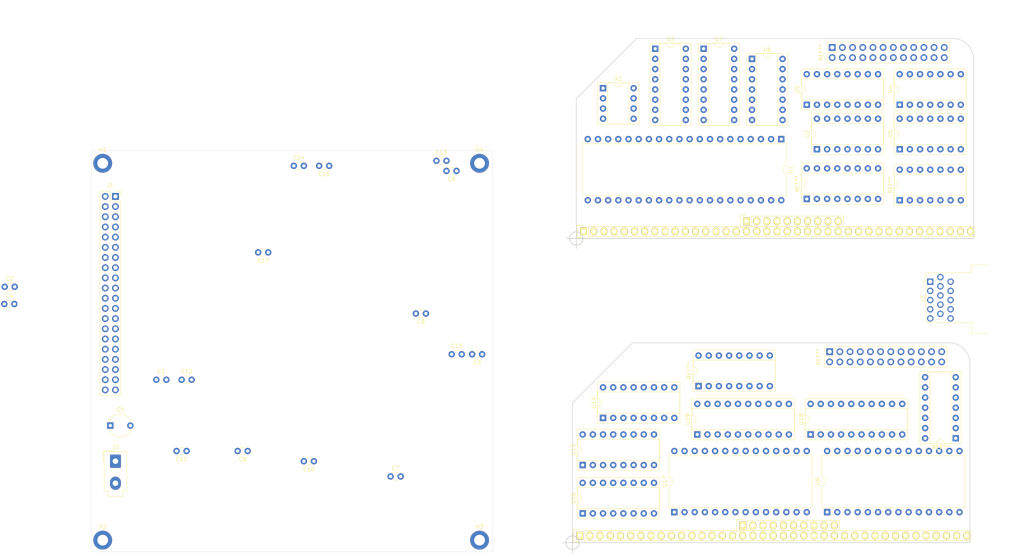
<source format=kicad_pcb>
(kicad_pcb (version 20171130) (host pcbnew 5.1.10-88a1d61d58~90~ubuntu20.04.1)

  (general
    (thickness 1.6)
    (drawings 24)
    (tracks 0)
    (zones 0)
    (modules 50)
    (nets 138)
  )

  (page A4)
  (layers
    (0 F.Cu signal)
    (31 B.Cu signal)
    (32 B.Adhes user)
    (33 F.Adhes user)
    (34 B.Paste user)
    (35 F.Paste user)
    (36 B.SilkS user)
    (37 F.SilkS user)
    (38 B.Mask user)
    (39 F.Mask user)
    (40 Dwgs.User user)
    (41 Cmts.User user)
    (42 Eco1.User user)
    (43 Eco2.User user)
    (44 Edge.Cuts user)
    (45 Margin user)
    (46 B.CrtYd user)
    (47 F.CrtYd user)
    (48 B.Fab user)
    (49 F.Fab user)
  )

  (setup
    (last_trace_width 0.1778)
    (user_trace_width 0.1778)
    (user_trace_width 0.254)
    (user_trace_width 0.635)
    (user_trace_width 1.016)
    (user_trace_width 1.27)
    (user_trace_width 1.905)
    (user_trace_width 2.54)
    (trace_clearance 0.1524)
    (zone_clearance 0.508)
    (zone_45_only no)
    (trace_min 0.1778)
    (via_size 0.6096)
    (via_drill 0.3048)
    (via_min_size 0.6096)
    (via_min_drill 0.3048)
    (user_via 0.6096 0.3048)
    (user_via 1.016 0.508)
    (uvia_size 0.6096)
    (uvia_drill 0.3048)
    (uvias_allowed no)
    (uvia_min_size 0.6096)
    (uvia_min_drill 0.3048)
    (edge_width 0.05)
    (segment_width 0.2)
    (pcb_text_width 0.3)
    (pcb_text_size 1.5 1.5)
    (mod_edge_width 0.12)
    (mod_text_size 1 1)
    (mod_text_width 0.15)
    (pad_size 1.524 1.524)
    (pad_drill 0.762)
    (pad_to_mask_clearance 0)
    (aux_axis_origin 0 0)
    (grid_origin 60.96 58.42)
    (visible_elements FFFFF77F)
    (pcbplotparams
      (layerselection 0x010fc_ffffffff)
      (usegerberextensions false)
      (usegerberattributes true)
      (usegerberadvancedattributes true)
      (creategerberjobfile true)
      (excludeedgelayer true)
      (linewidth 0.100000)
      (plotframeref false)
      (viasonmask false)
      (mode 1)
      (useauxorigin false)
      (hpglpennumber 1)
      (hpglpenspeed 20)
      (hpglpendiameter 15.000000)
      (psnegative false)
      (psa4output false)
      (plotreference true)
      (plotvalue true)
      (plotinvisibletext false)
      (padsonsilk false)
      (subtractmaskfromsilk false)
      (outputformat 1)
      (mirror false)
      (drillshape 1)
      (scaleselection 1)
      (outputdirectory ""))
  )

  (net 0 "")
  (net 1 /D0)
  (net 2 /D1)
  (net 3 /D2)
  (net 4 /D3)
  (net 5 /D4)
  (net 6 GND)
  (net 7 /D5)
  (net 8 /D6)
  (net 9 /D7)
  (net 10 /~RST)
  (net 11 /~WR)
  (net 12 /~CRT)
  (net 13 /A0)
  (net 14 /~IORQ)
  (net 15 /A1)
  (net 16 /A2)
  (net 17 /A3)
  (net 18 /A4)
  (net 19 /A5)
  (net 20 /A6)
  (net 21 /A7)
  (net 22 /A8)
  (net 23 /~RD)
  (net 24 /A9)
  (net 25 /A10)
  (net 26 /~MREQ)
  (net 27 /A11)
  (net 28 /A12)
  (net 29 /A13)
  (net 30 /A14)
  (net 31 /A15)
  (net 32 "Net-(J1-Pad38)")
  (net 33 /MCLK)
  (net 34 "Net-(U1-Pad3)")
  (net 35 /MA0)
  (net 36 /MA1)
  (net 37 /MA2)
  (net 38 /MA3)
  (net 39 /MA4)
  (net 40 /MA5)
  (net 41 /MA6)
  (net 42 /MA7)
  (net 43 /MA8)
  (net 44 /MA9)
  (net 45 /MA10)
  (net 46 "Net-(U1-Pad34)")
  (net 47 /MA11)
  (net 48 /RA3)
  (net 49 "Net-(U1-Pad16)")
  (net 50 /RA2)
  (net 51 "Net-(U1-Pad17)")
  (net 52 /RA1)
  (net 53 /DE)
  (net 54 /RA0)
  (net 55 /CURSOR)
  (net 56 /HS)
  (net 57 /VS)
  (net 58 +5V)
  (net 59 /LD3)
  (net 60 /LD6)
  (net 61 /LD2)
  (net 62 /LD5)
  (net 63 /LD1)
  (net 64 /LD4)
  (net 65 /LD0)
  (net 66 /CCLK)
  (net 67 /PCLK)
  (net 68 /VSYNC)
  (net 69 /HSYNC)
  (net 70 /VIDEO)
  (net 71 "Net-(U16-Pad12)")
  (net 72 "Net-(U17-Pad16)")
  (net 73 "Net-(U7-Pad13)")
  (net 74 "Net-(U7-Pad14)")
  (net 75 "Net-(U7-Pad15)")
  (net 76 /~CRTC)
  (net 77 /~VMEM)
  (net 78 "Net-(J1-Pad35)")
  (net 79 "Net-(J1-Pad37)")
  (net 80 "Net-(J2-Pad4)")
  (net 81 "Net-(J2-Pad9)")
  (net 82 "Net-(J2-Pad10)")
  (net 83 "Net-(J2-Pad11)")
  (net 84 "Net-(J2-Pad12)")
  (net 85 "Net-(J2-Pad15)")
  (net 86 "Net-(U2-Pad1)")
  (net 87 /memory/~WE)
  (net 88 "Net-(U2-Pad2)")
  (net 89 "Net-(U2-Pad3)")
  (net 90 /memory/DIR)
  (net 91 "Net-(U3-Pad11)")
  (net 92 "Net-(U3-Pad13)")
  (net 93 "Net-(U3-Pad14)")
  (net 94 "Net-(U3-Pad15)")
  (net 95 "Net-(U4-Pad6)")
  (net 96 "Net-(U4-Pad4)")
  (net 97 "Net-(U5-Pad2)")
  (net 98 "Net-(U5-Pad3)")
  (net 99 /memory/~OE)
  (net 100 "Net-(U6-Pad6)")
  (net 101 "Net-(U7-Pad11)")
  (net 102 "Net-(U7-Pad12)")
  (net 103 "Net-(U7-Pad2)")
  (net 104 "Net-(U8-Pad14)")
  (net 105 "Net-(U8-Pad13)")
  (net 106 "Net-(U8-Pad26)")
  (net 107 "Net-(U8-Pad12)")
  (net 108 "Net-(U8-Pad11)")
  (net 109 "Net-(U8-Pad19)")
  (net 110 "Net-(U8-Pad18)")
  (net 111 "Net-(U8-Pad17)")
  (net 112 /LD7)
  (net 113 "Net-(U8-Pad16)")
  (net 114 "Net-(U8-Pad15)")
  (net 115 "Net-(U9-Pad7)")
  (net 116 "Net-(U9-Pad10)")
  (net 117 "Net-(U14-Pad9)")
  (net 118 "Net-(U14-Pad4)")
  (net 119 "Net-(U14-Pad12)")
  (net 120 "Net-(U14-Pad7)")
  (net 121 "Net-(U15-Pad7)")
  (net 122 "Net-(U15-Pad12)")
  (net 123 "Net-(U15-Pad4)")
  (net 124 "Net-(U15-Pad9)")
  (net 125 "Net-(U16-Pad9)")
  (net 126 "Net-(U16-Pad4)")
  (net 127 "Net-(U16-Pad7)")
  (net 128 "Net-(U17-Pad15)")
  (net 129 "Net-(U17-Pad17)")
  (net 130 "Net-(U17-Pad18)")
  (net 131 "Net-(U17-Pad19)")
  (net 132 /memory/nOE)
  (net 133 "Net-(U17-Pad11)")
  (net 134 "Net-(U17-Pad12)")
  (net 135 "Net-(U17-Pad13)")
  (net 136 /memory/nWE)
  (net 137 "Net-(U18-Pad20)")

  (net_class Default "This is the default net class."
    (clearance 0.1524)
    (trace_width 0.1778)
    (via_dia 0.6096)
    (via_drill 0.3048)
    (uvia_dia 0.6096)
    (uvia_drill 0.3048)
    (diff_pair_width 0.254)
    (diff_pair_gap 0.254)
    (add_net +5V)
    (add_net /A0)
    (add_net /A1)
    (add_net /A10)
    (add_net /A11)
    (add_net /A12)
    (add_net /A13)
    (add_net /A14)
    (add_net /A15)
    (add_net /A2)
    (add_net /A3)
    (add_net /A4)
    (add_net /A5)
    (add_net /A6)
    (add_net /A7)
    (add_net /A8)
    (add_net /A9)
    (add_net /CCLK)
    (add_net /CURSOR)
    (add_net /D0)
    (add_net /D1)
    (add_net /D2)
    (add_net /D3)
    (add_net /D4)
    (add_net /D5)
    (add_net /D6)
    (add_net /D7)
    (add_net /DE)
    (add_net /HS)
    (add_net /HSYNC)
    (add_net /LD0)
    (add_net /LD1)
    (add_net /LD2)
    (add_net /LD3)
    (add_net /LD4)
    (add_net /LD5)
    (add_net /LD6)
    (add_net /LD7)
    (add_net /MA0)
    (add_net /MA1)
    (add_net /MA10)
    (add_net /MA11)
    (add_net /MA2)
    (add_net /MA3)
    (add_net /MA4)
    (add_net /MA5)
    (add_net /MA6)
    (add_net /MA7)
    (add_net /MA8)
    (add_net /MA9)
    (add_net /MCLK)
    (add_net /PCLK)
    (add_net /RA0)
    (add_net /RA1)
    (add_net /RA2)
    (add_net /RA3)
    (add_net /VIDEO)
    (add_net /VS)
    (add_net /VSYNC)
    (add_net /memory/DIR)
    (add_net /memory/nOE)
    (add_net /memory/nWE)
    (add_net /memory/~OE)
    (add_net /memory/~WE)
    (add_net /~CRT)
    (add_net /~CRTC)
    (add_net /~IORQ)
    (add_net /~MREQ)
    (add_net /~RD)
    (add_net /~RST)
    (add_net /~VMEM)
    (add_net /~WR)
    (add_net GND)
    (add_net "Net-(J1-Pad35)")
    (add_net "Net-(J1-Pad37)")
    (add_net "Net-(J1-Pad38)")
    (add_net "Net-(J2-Pad10)")
    (add_net "Net-(J2-Pad11)")
    (add_net "Net-(J2-Pad12)")
    (add_net "Net-(J2-Pad15)")
    (add_net "Net-(J2-Pad4)")
    (add_net "Net-(J2-Pad9)")
    (add_net "Net-(U1-Pad16)")
    (add_net "Net-(U1-Pad17)")
    (add_net "Net-(U1-Pad3)")
    (add_net "Net-(U1-Pad34)")
    (add_net "Net-(U14-Pad12)")
    (add_net "Net-(U14-Pad4)")
    (add_net "Net-(U14-Pad7)")
    (add_net "Net-(U14-Pad9)")
    (add_net "Net-(U15-Pad12)")
    (add_net "Net-(U15-Pad4)")
    (add_net "Net-(U15-Pad7)")
    (add_net "Net-(U15-Pad9)")
    (add_net "Net-(U16-Pad12)")
    (add_net "Net-(U16-Pad4)")
    (add_net "Net-(U16-Pad7)")
    (add_net "Net-(U16-Pad9)")
    (add_net "Net-(U17-Pad11)")
    (add_net "Net-(U17-Pad12)")
    (add_net "Net-(U17-Pad13)")
    (add_net "Net-(U17-Pad15)")
    (add_net "Net-(U17-Pad16)")
    (add_net "Net-(U17-Pad17)")
    (add_net "Net-(U17-Pad18)")
    (add_net "Net-(U17-Pad19)")
    (add_net "Net-(U18-Pad20)")
    (add_net "Net-(U2-Pad1)")
    (add_net "Net-(U2-Pad2)")
    (add_net "Net-(U2-Pad3)")
    (add_net "Net-(U3-Pad11)")
    (add_net "Net-(U3-Pad13)")
    (add_net "Net-(U3-Pad14)")
    (add_net "Net-(U3-Pad15)")
    (add_net "Net-(U4-Pad4)")
    (add_net "Net-(U4-Pad6)")
    (add_net "Net-(U5-Pad2)")
    (add_net "Net-(U5-Pad3)")
    (add_net "Net-(U6-Pad6)")
    (add_net "Net-(U7-Pad11)")
    (add_net "Net-(U7-Pad12)")
    (add_net "Net-(U7-Pad13)")
    (add_net "Net-(U7-Pad14)")
    (add_net "Net-(U7-Pad15)")
    (add_net "Net-(U7-Pad2)")
    (add_net "Net-(U8-Pad11)")
    (add_net "Net-(U8-Pad12)")
    (add_net "Net-(U8-Pad13)")
    (add_net "Net-(U8-Pad14)")
    (add_net "Net-(U8-Pad15)")
    (add_net "Net-(U8-Pad16)")
    (add_net "Net-(U8-Pad17)")
    (add_net "Net-(U8-Pad18)")
    (add_net "Net-(U8-Pad19)")
    (add_net "Net-(U8-Pad26)")
    (add_net "Net-(U9-Pad10)")
    (add_net "Net-(U9-Pad7)")
  )

  (module Package_DIP:DIP-14_W7.62mm_Socket (layer F.Cu) (tedit 5A02E8C5) (tstamp 61393CD6)
    (at 256.54 59.3725 90)
    (descr "14-lead though-hole mounted DIP package, row spacing 7.62 mm (300 mils), Socket")
    (tags "THT DIP DIL PDIP 2.54mm 7.62mm 300mil Socket")
    (fp_text reference REF** (at 3.81 -2.33 90) (layer F.SilkS)
      (effects (font (size 1 1) (thickness 0.15)))
    )
    (fp_text value DIP-14_W7.62mm_Socket (at 3.81 17.57 90) (layer F.Fab)
      (effects (font (size 1 1) (thickness 0.15)))
    )
    (fp_text user %R (at 3.81 7.62 90) (layer F.Fab)
      (effects (font (size 1 1) (thickness 0.15)))
    )
    (fp_arc (start 3.81 -1.33) (end 2.81 -1.33) (angle -180) (layer F.SilkS) (width 0.12))
    (fp_line (start 1.635 -1.27) (end 6.985 -1.27) (layer F.Fab) (width 0.1))
    (fp_line (start 6.985 -1.27) (end 6.985 16.51) (layer F.Fab) (width 0.1))
    (fp_line (start 6.985 16.51) (end 0.635 16.51) (layer F.Fab) (width 0.1))
    (fp_line (start 0.635 16.51) (end 0.635 -0.27) (layer F.Fab) (width 0.1))
    (fp_line (start 0.635 -0.27) (end 1.635 -1.27) (layer F.Fab) (width 0.1))
    (fp_line (start -1.27 -1.33) (end -1.27 16.57) (layer F.Fab) (width 0.1))
    (fp_line (start -1.27 16.57) (end 8.89 16.57) (layer F.Fab) (width 0.1))
    (fp_line (start 8.89 16.57) (end 8.89 -1.33) (layer F.Fab) (width 0.1))
    (fp_line (start 8.89 -1.33) (end -1.27 -1.33) (layer F.Fab) (width 0.1))
    (fp_line (start 2.81 -1.33) (end 1.16 -1.33) (layer F.SilkS) (width 0.12))
    (fp_line (start 1.16 -1.33) (end 1.16 16.57) (layer F.SilkS) (width 0.12))
    (fp_line (start 1.16 16.57) (end 6.46 16.57) (layer F.SilkS) (width 0.12))
    (fp_line (start 6.46 16.57) (end 6.46 -1.33) (layer F.SilkS) (width 0.12))
    (fp_line (start 6.46 -1.33) (end 4.81 -1.33) (layer F.SilkS) (width 0.12))
    (fp_line (start -1.33 -1.39) (end -1.33 16.63) (layer F.SilkS) (width 0.12))
    (fp_line (start -1.33 16.63) (end 8.95 16.63) (layer F.SilkS) (width 0.12))
    (fp_line (start 8.95 16.63) (end 8.95 -1.39) (layer F.SilkS) (width 0.12))
    (fp_line (start 8.95 -1.39) (end -1.33 -1.39) (layer F.SilkS) (width 0.12))
    (fp_line (start -1.55 -1.6) (end -1.55 16.85) (layer F.CrtYd) (width 0.05))
    (fp_line (start -1.55 16.85) (end 9.15 16.85) (layer F.CrtYd) (width 0.05))
    (fp_line (start 9.15 16.85) (end 9.15 -1.6) (layer F.CrtYd) (width 0.05))
    (fp_line (start 9.15 -1.6) (end -1.55 -1.6) (layer F.CrtYd) (width 0.05))
    (pad 14 thru_hole oval (at 7.62 0 90) (size 1.6 1.6) (drill 0.8) (layers *.Cu *.Mask))
    (pad 7 thru_hole oval (at 0 15.24 90) (size 1.6 1.6) (drill 0.8) (layers *.Cu *.Mask))
    (pad 13 thru_hole oval (at 7.62 2.54 90) (size 1.6 1.6) (drill 0.8) (layers *.Cu *.Mask))
    (pad 6 thru_hole oval (at 0 12.7 90) (size 1.6 1.6) (drill 0.8) (layers *.Cu *.Mask))
    (pad 12 thru_hole oval (at 7.62 5.08 90) (size 1.6 1.6) (drill 0.8) (layers *.Cu *.Mask))
    (pad 5 thru_hole oval (at 0 10.16 90) (size 1.6 1.6) (drill 0.8) (layers *.Cu *.Mask))
    (pad 11 thru_hole oval (at 7.62 7.62 90) (size 1.6 1.6) (drill 0.8) (layers *.Cu *.Mask))
    (pad 4 thru_hole oval (at 0 7.62 90) (size 1.6 1.6) (drill 0.8) (layers *.Cu *.Mask))
    (pad 10 thru_hole oval (at 7.62 10.16 90) (size 1.6 1.6) (drill 0.8) (layers *.Cu *.Mask))
    (pad 3 thru_hole oval (at 0 5.08 90) (size 1.6 1.6) (drill 0.8) (layers *.Cu *.Mask))
    (pad 9 thru_hole oval (at 7.62 12.7 90) (size 1.6 1.6) (drill 0.8) (layers *.Cu *.Mask))
    (pad 2 thru_hole oval (at 0 2.54 90) (size 1.6 1.6) (drill 0.8) (layers *.Cu *.Mask))
    (pad 8 thru_hole oval (at 7.62 15.24 90) (size 1.6 1.6) (drill 0.8) (layers *.Cu *.Mask))
    (pad 1 thru_hole rect (at 0 0 90) (size 1.6 1.6) (drill 0.8) (layers *.Cu *.Mask))
    (model ${KISYS3DMOD}/Package_DIP.3dshapes/DIP-14_W7.62mm_Socket.wrl
      (at (xyz 0 0 0))
      (scale (xyz 1 1 1))
      (rotate (xyz 0 0 0))
    )
  )

  (module Package_DIP:DIP-16_W7.62mm_Socket (layer F.Cu) (tedit 5A02E8C5) (tstamp 61393BD9)
    (at 233.3625 59.055 90)
    (descr "16-lead though-hole mounted DIP package, row spacing 7.62 mm (300 mils), Socket")
    (tags "THT DIP DIL PDIP 2.54mm 7.62mm 300mil Socket")
    (fp_text reference REF** (at 3.81 -2.33 90) (layer F.SilkS)
      (effects (font (size 1 1) (thickness 0.15)))
    )
    (fp_text value DIP-16_W7.62mm_Socket (at 3.81 20.11 90) (layer F.Fab)
      (effects (font (size 1 1) (thickness 0.15)))
    )
    (fp_text user %R (at 3.81 8.89 90) (layer F.Fab)
      (effects (font (size 1 1) (thickness 0.15)))
    )
    (fp_arc (start 3.81 -1.33) (end 2.81 -1.33) (angle -180) (layer F.SilkS) (width 0.12))
    (fp_line (start 1.635 -1.27) (end 6.985 -1.27) (layer F.Fab) (width 0.1))
    (fp_line (start 6.985 -1.27) (end 6.985 19.05) (layer F.Fab) (width 0.1))
    (fp_line (start 6.985 19.05) (end 0.635 19.05) (layer F.Fab) (width 0.1))
    (fp_line (start 0.635 19.05) (end 0.635 -0.27) (layer F.Fab) (width 0.1))
    (fp_line (start 0.635 -0.27) (end 1.635 -1.27) (layer F.Fab) (width 0.1))
    (fp_line (start -1.27 -1.33) (end -1.27 19.11) (layer F.Fab) (width 0.1))
    (fp_line (start -1.27 19.11) (end 8.89 19.11) (layer F.Fab) (width 0.1))
    (fp_line (start 8.89 19.11) (end 8.89 -1.33) (layer F.Fab) (width 0.1))
    (fp_line (start 8.89 -1.33) (end -1.27 -1.33) (layer F.Fab) (width 0.1))
    (fp_line (start 2.81 -1.33) (end 1.16 -1.33) (layer F.SilkS) (width 0.12))
    (fp_line (start 1.16 -1.33) (end 1.16 19.11) (layer F.SilkS) (width 0.12))
    (fp_line (start 1.16 19.11) (end 6.46 19.11) (layer F.SilkS) (width 0.12))
    (fp_line (start 6.46 19.11) (end 6.46 -1.33) (layer F.SilkS) (width 0.12))
    (fp_line (start 6.46 -1.33) (end 4.81 -1.33) (layer F.SilkS) (width 0.12))
    (fp_line (start -1.33 -1.39) (end -1.33 19.17) (layer F.SilkS) (width 0.12))
    (fp_line (start -1.33 19.17) (end 8.95 19.17) (layer F.SilkS) (width 0.12))
    (fp_line (start 8.95 19.17) (end 8.95 -1.39) (layer F.SilkS) (width 0.12))
    (fp_line (start 8.95 -1.39) (end -1.33 -1.39) (layer F.SilkS) (width 0.12))
    (fp_line (start -1.55 -1.6) (end -1.55 19.4) (layer F.CrtYd) (width 0.05))
    (fp_line (start -1.55 19.4) (end 9.15 19.4) (layer F.CrtYd) (width 0.05))
    (fp_line (start 9.15 19.4) (end 9.15 -1.6) (layer F.CrtYd) (width 0.05))
    (fp_line (start 9.15 -1.6) (end -1.55 -1.6) (layer F.CrtYd) (width 0.05))
    (pad 16 thru_hole oval (at 7.62 0 90) (size 1.6 1.6) (drill 0.8) (layers *.Cu *.Mask))
    (pad 8 thru_hole oval (at 0 17.78 90) (size 1.6 1.6) (drill 0.8) (layers *.Cu *.Mask))
    (pad 15 thru_hole oval (at 7.62 2.54 90) (size 1.6 1.6) (drill 0.8) (layers *.Cu *.Mask))
    (pad 7 thru_hole oval (at 0 15.24 90) (size 1.6 1.6) (drill 0.8) (layers *.Cu *.Mask))
    (pad 14 thru_hole oval (at 7.62 5.08 90) (size 1.6 1.6) (drill 0.8) (layers *.Cu *.Mask))
    (pad 6 thru_hole oval (at 0 12.7 90) (size 1.6 1.6) (drill 0.8) (layers *.Cu *.Mask))
    (pad 13 thru_hole oval (at 7.62 7.62 90) (size 1.6 1.6) (drill 0.8) (layers *.Cu *.Mask))
    (pad 5 thru_hole oval (at 0 10.16 90) (size 1.6 1.6) (drill 0.8) (layers *.Cu *.Mask))
    (pad 12 thru_hole oval (at 7.62 10.16 90) (size 1.6 1.6) (drill 0.8) (layers *.Cu *.Mask))
    (pad 4 thru_hole oval (at 0 7.62 90) (size 1.6 1.6) (drill 0.8) (layers *.Cu *.Mask))
    (pad 11 thru_hole oval (at 7.62 12.7 90) (size 1.6 1.6) (drill 0.8) (layers *.Cu *.Mask))
    (pad 3 thru_hole oval (at 0 5.08 90) (size 1.6 1.6) (drill 0.8) (layers *.Cu *.Mask))
    (pad 10 thru_hole oval (at 7.62 15.24 90) (size 1.6 1.6) (drill 0.8) (layers *.Cu *.Mask))
    (pad 2 thru_hole oval (at 0 2.54 90) (size 1.6 1.6) (drill 0.8) (layers *.Cu *.Mask))
    (pad 9 thru_hole oval (at 7.62 17.78 90) (size 1.6 1.6) (drill 0.8) (layers *.Cu *.Mask))
    (pad 1 thru_hole rect (at 0 0 90) (size 1.6 1.6) (drill 0.8) (layers *.Cu *.Mask))
    (model ${KISYS3DMOD}/Package_DIP.3dshapes/DIP-16_W7.62mm_Socket.wrl
      (at (xyz 0 0 0))
      (scale (xyz 1 1 1))
      (rotate (xyz 0 0 0))
    )
  )

  (module Package_DIP:DIP-16_W7.62mm_Socket (layer F.Cu) (tedit 5A02E8C5) (tstamp 613939DC)
    (at 206.375 105.7275 90)
    (descr "16-lead though-hole mounted DIP package, row spacing 7.62 mm (300 mils), Socket")
    (tags "THT DIP DIL PDIP 2.54mm 7.62mm 300mil Socket")
    (fp_text reference REF** (at 3.81 -2.33 90) (layer F.SilkS)
      (effects (font (size 1 1) (thickness 0.15)))
    )
    (fp_text value DIP-16_W7.62mm_Socket (at 3.81 20.11 90) (layer F.Fab)
      (effects (font (size 1 1) (thickness 0.15)))
    )
    (fp_text user %R (at 3.81 8.89 90) (layer F.Fab)
      (effects (font (size 1 1) (thickness 0.15)))
    )
    (fp_arc (start 3.81 -1.33) (end 2.81 -1.33) (angle -180) (layer F.SilkS) (width 0.12))
    (fp_line (start 1.635 -1.27) (end 6.985 -1.27) (layer F.Fab) (width 0.1))
    (fp_line (start 6.985 -1.27) (end 6.985 19.05) (layer F.Fab) (width 0.1))
    (fp_line (start 6.985 19.05) (end 0.635 19.05) (layer F.Fab) (width 0.1))
    (fp_line (start 0.635 19.05) (end 0.635 -0.27) (layer F.Fab) (width 0.1))
    (fp_line (start 0.635 -0.27) (end 1.635 -1.27) (layer F.Fab) (width 0.1))
    (fp_line (start -1.27 -1.33) (end -1.27 19.11) (layer F.Fab) (width 0.1))
    (fp_line (start -1.27 19.11) (end 8.89 19.11) (layer F.Fab) (width 0.1))
    (fp_line (start 8.89 19.11) (end 8.89 -1.33) (layer F.Fab) (width 0.1))
    (fp_line (start 8.89 -1.33) (end -1.27 -1.33) (layer F.Fab) (width 0.1))
    (fp_line (start 2.81 -1.33) (end 1.16 -1.33) (layer F.SilkS) (width 0.12))
    (fp_line (start 1.16 -1.33) (end 1.16 19.11) (layer F.SilkS) (width 0.12))
    (fp_line (start 1.16 19.11) (end 6.46 19.11) (layer F.SilkS) (width 0.12))
    (fp_line (start 6.46 19.11) (end 6.46 -1.33) (layer F.SilkS) (width 0.12))
    (fp_line (start 6.46 -1.33) (end 4.81 -1.33) (layer F.SilkS) (width 0.12))
    (fp_line (start -1.33 -1.39) (end -1.33 19.17) (layer F.SilkS) (width 0.12))
    (fp_line (start -1.33 19.17) (end 8.95 19.17) (layer F.SilkS) (width 0.12))
    (fp_line (start 8.95 19.17) (end 8.95 -1.39) (layer F.SilkS) (width 0.12))
    (fp_line (start 8.95 -1.39) (end -1.33 -1.39) (layer F.SilkS) (width 0.12))
    (fp_line (start -1.55 -1.6) (end -1.55 19.4) (layer F.CrtYd) (width 0.05))
    (fp_line (start -1.55 19.4) (end 9.15 19.4) (layer F.CrtYd) (width 0.05))
    (fp_line (start 9.15 19.4) (end 9.15 -1.6) (layer F.CrtYd) (width 0.05))
    (fp_line (start 9.15 -1.6) (end -1.55 -1.6) (layer F.CrtYd) (width 0.05))
    (pad 16 thru_hole oval (at 7.62 0 90) (size 1.6 1.6) (drill 0.8) (layers *.Cu *.Mask))
    (pad 8 thru_hole oval (at 0 17.78 90) (size 1.6 1.6) (drill 0.8) (layers *.Cu *.Mask))
    (pad 15 thru_hole oval (at 7.62 2.54 90) (size 1.6 1.6) (drill 0.8) (layers *.Cu *.Mask))
    (pad 7 thru_hole oval (at 0 15.24 90) (size 1.6 1.6) (drill 0.8) (layers *.Cu *.Mask))
    (pad 14 thru_hole oval (at 7.62 5.08 90) (size 1.6 1.6) (drill 0.8) (layers *.Cu *.Mask))
    (pad 6 thru_hole oval (at 0 12.7 90) (size 1.6 1.6) (drill 0.8) (layers *.Cu *.Mask))
    (pad 13 thru_hole oval (at 7.62 7.62 90) (size 1.6 1.6) (drill 0.8) (layers *.Cu *.Mask))
    (pad 5 thru_hole oval (at 0 10.16 90) (size 1.6 1.6) (drill 0.8) (layers *.Cu *.Mask))
    (pad 12 thru_hole oval (at 7.62 10.16 90) (size 1.6 1.6) (drill 0.8) (layers *.Cu *.Mask))
    (pad 4 thru_hole oval (at 0 7.62 90) (size 1.6 1.6) (drill 0.8) (layers *.Cu *.Mask))
    (pad 11 thru_hole oval (at 7.62 12.7 90) (size 1.6 1.6) (drill 0.8) (layers *.Cu *.Mask))
    (pad 3 thru_hole oval (at 0 5.08 90) (size 1.6 1.6) (drill 0.8) (layers *.Cu *.Mask))
    (pad 10 thru_hole oval (at 7.62 15.24 90) (size 1.6 1.6) (drill 0.8) (layers *.Cu *.Mask))
    (pad 2 thru_hole oval (at 0 2.54 90) (size 1.6 1.6) (drill 0.8) (layers *.Cu *.Mask))
    (pad 9 thru_hole oval (at 7.62 17.78 90) (size 1.6 1.6) (drill 0.8) (layers *.Cu *.Mask))
    (pad 1 thru_hole rect (at 0 0 90) (size 1.6 1.6) (drill 0.8) (layers *.Cu *.Mask))
    (model ${KISYS3DMOD}/Package_DIP.3dshapes/DIP-16_W7.62mm_Socket.wrl
      (at (xyz 0 0 0))
      (scale (xyz 1 1 1))
      (rotate (xyz 0 0 0))
    )
  )

  (module Package_DIP:DIP-14_W7.62mm_Socket (layer F.Cu) (tedit 5A02E8C5) (tstamp 61392DA3)
    (at 270.51 118.745 180)
    (descr "14-lead though-hole mounted DIP package, row spacing 7.62 mm (300 mils), Socket")
    (tags "THT DIP DIL PDIP 2.54mm 7.62mm 300mil Socket")
    (fp_text reference REF** (at 3.81 -2.33) (layer F.SilkS)
      (effects (font (size 1 1) (thickness 0.15)))
    )
    (fp_text value DIP-14_W7.62mm_Socket (at 3.81 17.57) (layer F.Fab)
      (effects (font (size 1 1) (thickness 0.15)))
    )
    (fp_text user %R (at 3.81 7.62) (layer F.Fab)
      (effects (font (size 1 1) (thickness 0.15)))
    )
    (fp_arc (start 3.81 -1.33) (end 2.81 -1.33) (angle -180) (layer F.SilkS) (width 0.12))
    (fp_line (start 1.635 -1.27) (end 6.985 -1.27) (layer F.Fab) (width 0.1))
    (fp_line (start 6.985 -1.27) (end 6.985 16.51) (layer F.Fab) (width 0.1))
    (fp_line (start 6.985 16.51) (end 0.635 16.51) (layer F.Fab) (width 0.1))
    (fp_line (start 0.635 16.51) (end 0.635 -0.27) (layer F.Fab) (width 0.1))
    (fp_line (start 0.635 -0.27) (end 1.635 -1.27) (layer F.Fab) (width 0.1))
    (fp_line (start -1.27 -1.33) (end -1.27 16.57) (layer F.Fab) (width 0.1))
    (fp_line (start -1.27 16.57) (end 8.89 16.57) (layer F.Fab) (width 0.1))
    (fp_line (start 8.89 16.57) (end 8.89 -1.33) (layer F.Fab) (width 0.1))
    (fp_line (start 8.89 -1.33) (end -1.27 -1.33) (layer F.Fab) (width 0.1))
    (fp_line (start 2.81 -1.33) (end 1.16 -1.33) (layer F.SilkS) (width 0.12))
    (fp_line (start 1.16 -1.33) (end 1.16 16.57) (layer F.SilkS) (width 0.12))
    (fp_line (start 1.16 16.57) (end 6.46 16.57) (layer F.SilkS) (width 0.12))
    (fp_line (start 6.46 16.57) (end 6.46 -1.33) (layer F.SilkS) (width 0.12))
    (fp_line (start 6.46 -1.33) (end 4.81 -1.33) (layer F.SilkS) (width 0.12))
    (fp_line (start -1.33 -1.39) (end -1.33 16.63) (layer F.SilkS) (width 0.12))
    (fp_line (start -1.33 16.63) (end 8.95 16.63) (layer F.SilkS) (width 0.12))
    (fp_line (start 8.95 16.63) (end 8.95 -1.39) (layer F.SilkS) (width 0.12))
    (fp_line (start 8.95 -1.39) (end -1.33 -1.39) (layer F.SilkS) (width 0.12))
    (fp_line (start -1.55 -1.6) (end -1.55 16.85) (layer F.CrtYd) (width 0.05))
    (fp_line (start -1.55 16.85) (end 9.15 16.85) (layer F.CrtYd) (width 0.05))
    (fp_line (start 9.15 16.85) (end 9.15 -1.6) (layer F.CrtYd) (width 0.05))
    (fp_line (start 9.15 -1.6) (end -1.55 -1.6) (layer F.CrtYd) (width 0.05))
    (pad 14 thru_hole oval (at 7.62 0 180) (size 1.6 1.6) (drill 0.8) (layers *.Cu *.Mask))
    (pad 7 thru_hole oval (at 0 15.24 180) (size 1.6 1.6) (drill 0.8) (layers *.Cu *.Mask))
    (pad 13 thru_hole oval (at 7.62 2.54 180) (size 1.6 1.6) (drill 0.8) (layers *.Cu *.Mask))
    (pad 6 thru_hole oval (at 0 12.7 180) (size 1.6 1.6) (drill 0.8) (layers *.Cu *.Mask))
    (pad 12 thru_hole oval (at 7.62 5.08 180) (size 1.6 1.6) (drill 0.8) (layers *.Cu *.Mask))
    (pad 5 thru_hole oval (at 0 10.16 180) (size 1.6 1.6) (drill 0.8) (layers *.Cu *.Mask))
    (pad 11 thru_hole oval (at 7.62 7.62 180) (size 1.6 1.6) (drill 0.8) (layers *.Cu *.Mask))
    (pad 4 thru_hole oval (at 0 7.62 180) (size 1.6 1.6) (drill 0.8) (layers *.Cu *.Mask))
    (pad 10 thru_hole oval (at 7.62 10.16 180) (size 1.6 1.6) (drill 0.8) (layers *.Cu *.Mask))
    (pad 3 thru_hole oval (at 0 5.08 180) (size 1.6 1.6) (drill 0.8) (layers *.Cu *.Mask))
    (pad 9 thru_hole oval (at 7.62 12.7 180) (size 1.6 1.6) (drill 0.8) (layers *.Cu *.Mask))
    (pad 2 thru_hole oval (at 0 2.54 180) (size 1.6 1.6) (drill 0.8) (layers *.Cu *.Mask))
    (pad 8 thru_hole oval (at 7.62 15.24 180) (size 1.6 1.6) (drill 0.8) (layers *.Cu *.Mask))
    (pad 1 thru_hole rect (at 0 0 180) (size 1.6 1.6) (drill 0.8) (layers *.Cu *.Mask))
    (model ${KISYS3DMOD}/Package_DIP.3dshapes/DIP-14_W7.62mm_Socket.wrl
      (at (xyz 0 0 0))
      (scale (xyz 1 1 1))
      (rotate (xyz 0 0 0))
    )
  )

  (module Connector_PinSocket_2.54mm:PinSocket_2x12_P2.54mm_Vertical (layer F.Cu) (tedit 5A19A41B) (tstamp 613924CB)
    (at 239.7125 21.2725 90)
    (descr "Through hole straight socket strip, 2x12, 2.54mm pitch, double cols (from Kicad 4.0.7), script generated")
    (tags "Through hole socket strip THT 2x12 2.54mm double row")
    (fp_text reference REF** (at -1.27 -2.77 90) (layer F.SilkS)
      (effects (font (size 1 1) (thickness 0.15)))
    )
    (fp_text value PinSocket_2x12_P2.54mm_Vertical (at -1.27 30.71 90) (layer F.Fab)
      (effects (font (size 1 1) (thickness 0.15)))
    )
    (fp_text user %R (at -1.27 13.97) (layer F.Fab)
      (effects (font (size 1 1) (thickness 0.15)))
    )
    (fp_line (start -3.81 -1.27) (end 0.27 -1.27) (layer F.Fab) (width 0.1))
    (fp_line (start 0.27 -1.27) (end 1.27 -0.27) (layer F.Fab) (width 0.1))
    (fp_line (start 1.27 -0.27) (end 1.27 29.21) (layer F.Fab) (width 0.1))
    (fp_line (start 1.27 29.21) (end -3.81 29.21) (layer F.Fab) (width 0.1))
    (fp_line (start -3.81 29.21) (end -3.81 -1.27) (layer F.Fab) (width 0.1))
    (fp_line (start -3.87 -1.33) (end -1.27 -1.33) (layer F.SilkS) (width 0.12))
    (fp_line (start -3.87 -1.33) (end -3.87 29.27) (layer F.SilkS) (width 0.12))
    (fp_line (start -3.87 29.27) (end 1.33 29.27) (layer F.SilkS) (width 0.12))
    (fp_line (start 1.33 1.27) (end 1.33 29.27) (layer F.SilkS) (width 0.12))
    (fp_line (start -1.27 1.27) (end 1.33 1.27) (layer F.SilkS) (width 0.12))
    (fp_line (start -1.27 -1.33) (end -1.27 1.27) (layer F.SilkS) (width 0.12))
    (fp_line (start 1.33 -1.33) (end 1.33 0) (layer F.SilkS) (width 0.12))
    (fp_line (start 0 -1.33) (end 1.33 -1.33) (layer F.SilkS) (width 0.12))
    (fp_line (start -4.34 -1.8) (end 1.76 -1.8) (layer F.CrtYd) (width 0.05))
    (fp_line (start 1.76 -1.8) (end 1.76 29.7) (layer F.CrtYd) (width 0.05))
    (fp_line (start 1.76 29.7) (end -4.34 29.7) (layer F.CrtYd) (width 0.05))
    (fp_line (start -4.34 29.7) (end -4.34 -1.8) (layer F.CrtYd) (width 0.05))
    (pad 24 thru_hole oval (at -2.54 27.94 90) (size 1.7 1.7) (drill 1) (layers *.Cu *.Mask))
    (pad 23 thru_hole oval (at 0 27.94 90) (size 1.7 1.7) (drill 1) (layers *.Cu *.Mask))
    (pad 22 thru_hole oval (at -2.54 25.4 90) (size 1.7 1.7) (drill 1) (layers *.Cu *.Mask))
    (pad 21 thru_hole oval (at 0 25.4 90) (size 1.7 1.7) (drill 1) (layers *.Cu *.Mask))
    (pad 20 thru_hole oval (at -2.54 22.86 90) (size 1.7 1.7) (drill 1) (layers *.Cu *.Mask))
    (pad 19 thru_hole oval (at 0 22.86 90) (size 1.7 1.7) (drill 1) (layers *.Cu *.Mask))
    (pad 18 thru_hole oval (at -2.54 20.32 90) (size 1.7 1.7) (drill 1) (layers *.Cu *.Mask))
    (pad 17 thru_hole oval (at 0 20.32 90) (size 1.7 1.7) (drill 1) (layers *.Cu *.Mask))
    (pad 16 thru_hole oval (at -2.54 17.78 90) (size 1.7 1.7) (drill 1) (layers *.Cu *.Mask))
    (pad 15 thru_hole oval (at 0 17.78 90) (size 1.7 1.7) (drill 1) (layers *.Cu *.Mask))
    (pad 14 thru_hole oval (at -2.54 15.24 90) (size 1.7 1.7) (drill 1) (layers *.Cu *.Mask))
    (pad 13 thru_hole oval (at 0 15.24 90) (size 1.7 1.7) (drill 1) (layers *.Cu *.Mask))
    (pad 12 thru_hole oval (at -2.54 12.7 90) (size 1.7 1.7) (drill 1) (layers *.Cu *.Mask))
    (pad 11 thru_hole oval (at 0 12.7 90) (size 1.7 1.7) (drill 1) (layers *.Cu *.Mask))
    (pad 10 thru_hole oval (at -2.54 10.16 90) (size 1.7 1.7) (drill 1) (layers *.Cu *.Mask))
    (pad 9 thru_hole oval (at 0 10.16 90) (size 1.7 1.7) (drill 1) (layers *.Cu *.Mask))
    (pad 8 thru_hole oval (at -2.54 7.62 90) (size 1.7 1.7) (drill 1) (layers *.Cu *.Mask))
    (pad 7 thru_hole oval (at 0 7.62 90) (size 1.7 1.7) (drill 1) (layers *.Cu *.Mask))
    (pad 6 thru_hole oval (at -2.54 5.08 90) (size 1.7 1.7) (drill 1) (layers *.Cu *.Mask))
    (pad 5 thru_hole oval (at 0 5.08 90) (size 1.7 1.7) (drill 1) (layers *.Cu *.Mask))
    (pad 4 thru_hole oval (at -2.54 2.54 90) (size 1.7 1.7) (drill 1) (layers *.Cu *.Mask))
    (pad 3 thru_hole oval (at 0 2.54 90) (size 1.7 1.7) (drill 1) (layers *.Cu *.Mask))
    (pad 2 thru_hole oval (at -2.54 0 90) (size 1.7 1.7) (drill 1) (layers *.Cu *.Mask))
    (pad 1 thru_hole rect (at 0 0 90) (size 1.7 1.7) (drill 1) (layers *.Cu *.Mask))
    (model ${KISYS3DMOD}/Connector_PinSocket_2.54mm.3dshapes/PinSocket_2x12_P2.54mm_Vertical.wrl
      (at (xyz 0 0 0))
      (scale (xyz 1 1 1))
      (rotate (xyz 0 0 0))
    )
  )

  (module Connector_PinSocket_2.54mm:PinSocket_2x12_P2.54mm_Vertical (layer F.Cu) (tedit 5A19A41B) (tstamp 613923BA)
    (at 239.0775 97.155 90)
    (descr "Through hole straight socket strip, 2x12, 2.54mm pitch, double cols (from Kicad 4.0.7), script generated")
    (tags "Through hole socket strip THT 2x12 2.54mm double row")
    (fp_text reference REF** (at -1.27 -2.77 90) (layer F.SilkS)
      (effects (font (size 1 1) (thickness 0.15)))
    )
    (fp_text value PinSocket_2x12_P2.54mm_Vertical (at -1.27 30.71 90) (layer F.Fab)
      (effects (font (size 1 1) (thickness 0.15)))
    )
    (fp_text user %R (at -1.27 13.97) (layer F.Fab)
      (effects (font (size 1 1) (thickness 0.15)))
    )
    (fp_line (start -3.81 -1.27) (end 0.27 -1.27) (layer F.Fab) (width 0.1))
    (fp_line (start 0.27 -1.27) (end 1.27 -0.27) (layer F.Fab) (width 0.1))
    (fp_line (start 1.27 -0.27) (end 1.27 29.21) (layer F.Fab) (width 0.1))
    (fp_line (start 1.27 29.21) (end -3.81 29.21) (layer F.Fab) (width 0.1))
    (fp_line (start -3.81 29.21) (end -3.81 -1.27) (layer F.Fab) (width 0.1))
    (fp_line (start -3.87 -1.33) (end -1.27 -1.33) (layer F.SilkS) (width 0.12))
    (fp_line (start -3.87 -1.33) (end -3.87 29.27) (layer F.SilkS) (width 0.12))
    (fp_line (start -3.87 29.27) (end 1.33 29.27) (layer F.SilkS) (width 0.12))
    (fp_line (start 1.33 1.27) (end 1.33 29.27) (layer F.SilkS) (width 0.12))
    (fp_line (start -1.27 1.27) (end 1.33 1.27) (layer F.SilkS) (width 0.12))
    (fp_line (start -1.27 -1.33) (end -1.27 1.27) (layer F.SilkS) (width 0.12))
    (fp_line (start 1.33 -1.33) (end 1.33 0) (layer F.SilkS) (width 0.12))
    (fp_line (start 0 -1.33) (end 1.33 -1.33) (layer F.SilkS) (width 0.12))
    (fp_line (start -4.34 -1.8) (end 1.76 -1.8) (layer F.CrtYd) (width 0.05))
    (fp_line (start 1.76 -1.8) (end 1.76 29.7) (layer F.CrtYd) (width 0.05))
    (fp_line (start 1.76 29.7) (end -4.34 29.7) (layer F.CrtYd) (width 0.05))
    (fp_line (start -4.34 29.7) (end -4.34 -1.8) (layer F.CrtYd) (width 0.05))
    (pad 24 thru_hole oval (at -2.54 27.94 90) (size 1.7 1.7) (drill 1) (layers *.Cu *.Mask))
    (pad 23 thru_hole oval (at 0 27.94 90) (size 1.7 1.7) (drill 1) (layers *.Cu *.Mask))
    (pad 22 thru_hole oval (at -2.54 25.4 90) (size 1.7 1.7) (drill 1) (layers *.Cu *.Mask))
    (pad 21 thru_hole oval (at 0 25.4 90) (size 1.7 1.7) (drill 1) (layers *.Cu *.Mask))
    (pad 20 thru_hole oval (at -2.54 22.86 90) (size 1.7 1.7) (drill 1) (layers *.Cu *.Mask))
    (pad 19 thru_hole oval (at 0 22.86 90) (size 1.7 1.7) (drill 1) (layers *.Cu *.Mask))
    (pad 18 thru_hole oval (at -2.54 20.32 90) (size 1.7 1.7) (drill 1) (layers *.Cu *.Mask))
    (pad 17 thru_hole oval (at 0 20.32 90) (size 1.7 1.7) (drill 1) (layers *.Cu *.Mask))
    (pad 16 thru_hole oval (at -2.54 17.78 90) (size 1.7 1.7) (drill 1) (layers *.Cu *.Mask))
    (pad 15 thru_hole oval (at 0 17.78 90) (size 1.7 1.7) (drill 1) (layers *.Cu *.Mask))
    (pad 14 thru_hole oval (at -2.54 15.24 90) (size 1.7 1.7) (drill 1) (layers *.Cu *.Mask))
    (pad 13 thru_hole oval (at 0 15.24 90) (size 1.7 1.7) (drill 1) (layers *.Cu *.Mask))
    (pad 12 thru_hole oval (at -2.54 12.7 90) (size 1.7 1.7) (drill 1) (layers *.Cu *.Mask))
    (pad 11 thru_hole oval (at 0 12.7 90) (size 1.7 1.7) (drill 1) (layers *.Cu *.Mask))
    (pad 10 thru_hole oval (at -2.54 10.16 90) (size 1.7 1.7) (drill 1) (layers *.Cu *.Mask))
    (pad 9 thru_hole oval (at 0 10.16 90) (size 1.7 1.7) (drill 1) (layers *.Cu *.Mask))
    (pad 8 thru_hole oval (at -2.54 7.62 90) (size 1.7 1.7) (drill 1) (layers *.Cu *.Mask))
    (pad 7 thru_hole oval (at 0 7.62 90) (size 1.7 1.7) (drill 1) (layers *.Cu *.Mask))
    (pad 6 thru_hole oval (at -2.54 5.08 90) (size 1.7 1.7) (drill 1) (layers *.Cu *.Mask))
    (pad 5 thru_hole oval (at 0 5.08 90) (size 1.7 1.7) (drill 1) (layers *.Cu *.Mask))
    (pad 4 thru_hole oval (at -2.54 2.54 90) (size 1.7 1.7) (drill 1) (layers *.Cu *.Mask))
    (pad 3 thru_hole oval (at 0 2.54 90) (size 1.7 1.7) (drill 1) (layers *.Cu *.Mask))
    (pad 2 thru_hole oval (at -2.54 0 90) (size 1.7 1.7) (drill 1) (layers *.Cu *.Mask))
    (pad 1 thru_hole rect (at 0 0 90) (size 1.7 1.7) (drill 1) (layers *.Cu *.Mask))
    (model ${KISYS3DMOD}/Connector_PinSocket_2.54mm.3dshapes/PinSocket_2x12_P2.54mm_Vertical.wrl
      (at (xyz 0 0 0))
      (scale (xyz 1 1 1))
      (rotate (xyz 0 0 0))
    )
  )

  (module Pin_Headers:Pin_Header_Straight_1x40 (layer F.Cu) (tedit 583F5AD1) (tstamp 6138AD89)
    (at 176.7459 143.0274 90)
    (descr "Through hole pin header")
    (tags "pin header")
    (path /57B2D86C)
    (fp_text reference "" (at 95.2119 16.6624 90) (layer F.SilkS) hide
      (effects (font (size 1 1) (thickness 0.15)))
    )
    (fp_text value "" (at 71.1454 23.5966 90) (layer F.Fab) hide
      (effects (font (size 1 1) (thickness 0.15)))
    )
    (fp_line (start -1.75 -1.75) (end -1.75 97.4598) (layer F.CrtYd) (width 0.05))
    (fp_line (start 1.75 -1.75) (end 1.75 97.4598) (layer F.CrtYd) (width 0.05))
    (fp_line (start -1.75 -1.75) (end 1.75 -1.75) (layer F.CrtYd) (width 0.05))
    (fp_line (start -1.75 97.5226) (end 1.75 97.5226) (layer F.CrtYd) (width 0.05))
    (fp_line (start -1.27 1.27) (end -1.27 97.4598) (layer F.SilkS) (width 0.15))
    (fp_line (start -1.27 97.4598) (end 1.27 97.4598) (layer F.SilkS) (width 0.15))
    (fp_line (start 1.27 97.4598) (end 1.27 1.27) (layer F.SilkS) (width 0.15))
    (fp_line (start 1.55 -1.55) (end 1.55 0) (layer F.SilkS) (width 0.15))
    (fp_line (start 1.27 1.27) (end -1.27 1.27) (layer F.SilkS) (width 0.15))
    (fp_line (start -1.55 0) (end -1.55 -1.55) (layer F.SilkS) (width 0.15))
    (fp_line (start -1.55 -1.55) (end 1.55 -1.55) (layer F.SilkS) (width 0.15))
    (pad 39 thru_hole oval (at 0 96.52 90) (size 2.032 1.7272) (drill 1.016) (layers *.Cu *.Mask F.SilkS))
    (pad 38 thru_hole oval (at 0 93.98 90) (size 2.032 1.7272) (drill 1.016) (layers *.Cu *.Mask F.SilkS))
    (pad 37 thru_hole oval (at 0 91.44 90) (size 2.032 1.7272) (drill 1.016) (layers *.Cu *.Mask F.SilkS))
    (pad 36 thru_hole oval (at 0 88.9 90) (size 2.032 1.7272) (drill 1.016) (layers *.Cu *.Mask F.SilkS))
    (pad 35 thru_hole oval (at 0 86.36 90) (size 2.032 1.7272) (drill 1.016) (layers *.Cu *.Mask F.SilkS))
    (pad 34 thru_hole oval (at 0 83.82 90) (size 2.032 1.7272) (drill 1.016) (layers *.Cu *.Mask F.SilkS))
    (pad 33 thru_hole oval (at 0 81.28 90) (size 2.032 1.7272) (drill 1.016) (layers *.Cu *.Mask F.SilkS))
    (pad 32 thru_hole oval (at 0 78.74 90) (size 2.032 1.7272) (drill 1.016) (layers *.Cu *.Mask F.SilkS))
    (pad 31 thru_hole oval (at 0 76.2 90) (size 2.032 1.7272) (drill 1.016) (layers *.Cu *.Mask F.SilkS))
    (pad 30 thru_hole oval (at 0 73.66 90) (size 2.032 1.7272) (drill 1.016) (layers *.Cu *.Mask F.SilkS))
    (pad 29 thru_hole oval (at 0 71.12 90) (size 2.032 1.7272) (drill 1.016) (layers *.Cu *.Mask F.SilkS))
    (pad 28 thru_hole oval (at 0 68.58 90) (size 2.032 1.7272) (drill 1.016) (layers *.Cu *.Mask F.SilkS))
    (pad 27 thru_hole oval (at 0 66.04 90) (size 2.032 1.7272) (drill 1.016) (layers *.Cu *.Mask F.SilkS))
    (pad 26 thru_hole oval (at 0 63.5 90) (size 2.032 1.7272) (drill 1.016) (layers *.Cu *.Mask F.SilkS))
    (pad 25 thru_hole oval (at 0 60.96 90) (size 2.032 1.7272) (drill 1.016) (layers *.Cu *.Mask F.SilkS))
    (pad 24 thru_hole oval (at 0 58.42 90) (size 2.032 1.7272) (drill 1.016) (layers *.Cu *.Mask F.SilkS))
    (pad 23 thru_hole oval (at 0 55.88 90) (size 2.032 1.7272) (drill 1.016) (layers *.Cu *.Mask F.SilkS))
    (pad 22 thru_hole oval (at 0 53.34 90) (size 2.032 1.7272) (drill 1.016) (layers *.Cu *.Mask F.SilkS))
    (pad 21 thru_hole oval (at 0 50.8 90) (size 2.032 1.7272) (drill 1.016) (layers *.Cu *.Mask F.SilkS))
    (pad 20 thru_hole oval (at 0 48.26 90) (size 2.032 1.7272) (drill 1.016) (layers *.Cu *.Mask F.SilkS))
    (pad 19 thru_hole oval (at 0 45.72 90) (size 2.032 1.7272) (drill 1.016) (layers *.Cu *.Mask F.SilkS))
    (pad 18 thru_hole oval (at 0 43.18 90) (size 2.032 1.7272) (drill 1.016) (layers *.Cu *.Mask F.SilkS))
    (pad 17 thru_hole oval (at 0 40.64 90) (size 2.032 1.7272) (drill 1.016) (layers *.Cu *.Mask F.SilkS))
    (pad 16 thru_hole oval (at 0 38.1 90) (size 2.032 1.7272) (drill 1.016) (layers *.Cu *.Mask F.SilkS))
    (pad 15 thru_hole oval (at 0 35.56 90) (size 2.032 1.7272) (drill 1.016) (layers *.Cu *.Mask F.SilkS))
    (pad 14 thru_hole oval (at 0 33.02 90) (size 2.032 1.7272) (drill 1.016) (layers *.Cu *.Mask F.SilkS))
    (pad 13 thru_hole oval (at 0 30.48 90) (size 2.032 1.7272) (drill 1.016) (layers *.Cu *.Mask F.SilkS))
    (pad 12 thru_hole oval (at 0 27.94 90) (size 2.032 1.7272) (drill 1.016) (layers *.Cu *.Mask F.SilkS))
    (pad 11 thru_hole oval (at 0 25.4 90) (size 2.032 1.7272) (drill 1.016) (layers *.Cu *.Mask F.SilkS))
    (pad 10 thru_hole oval (at 0 22.86 90) (size 2.032 1.7272) (drill 1.016) (layers *.Cu *.Mask F.SilkS))
    (pad 9 thru_hole oval (at 0 20.32 90) (size 2.032 1.7272) (drill 1.016) (layers *.Cu *.Mask F.SilkS))
    (pad 8 thru_hole oval (at 0 17.78 90) (size 2.032 1.7272) (drill 1.016) (layers *.Cu *.Mask F.SilkS))
    (pad 7 thru_hole oval (at 0 15.24 90) (size 2.032 1.7272) (drill 1.016) (layers *.Cu *.Mask F.SilkS))
    (pad 6 thru_hole oval (at 0 12.7 90) (size 2.032 1.7272) (drill 1.016) (layers *.Cu *.Mask F.SilkS))
    (pad 5 thru_hole oval (at 0 10.16 90) (size 2.032 1.7272) (drill 1.016) (layers *.Cu *.Mask F.SilkS))
    (pad 4 thru_hole oval (at 0 7.62 90) (size 2.032 1.7272) (drill 1.016) (layers *.Cu *.Mask F.SilkS))
    (pad 3 thru_hole oval (at 0 5.08 90) (size 2.032 1.7272) (drill 1.016) (layers *.Cu *.Mask F.SilkS))
    (pad 2 thru_hole oval (at 0 2.54 90) (size 2.032 1.7272) (drill 1.016) (layers *.Cu *.Mask F.SilkS))
    (pad 1 thru_hole rect (at 0 0 90) (size 2.032 1.7272) (drill 1.016) (layers *.Cu *.Mask F.SilkS))
    (model Pin_Headers.3dshapes/Pin_Header_Straight_1x40.wrl
      (offset (xyz 0 -49.52999925613403 0))
      (scale (xyz 1 1 1))
      (rotate (xyz 0 0 90))
    )
  )

  (module Pin_Headers:Pin_Header_Straight_1x10 (layer F.Cu) (tedit 583F5AE3) (tstamp 6138AD70)
    (at 217.3859 140.4874 90)
    (descr "Through hole pin header")
    (tags "pin header")
    (path /57B2E338)
    (fp_text reference "" (at 81.5594 24.4094 90) (layer F.SilkS) hide
      (effects (font (size 1 1) (thickness 0.15)))
    )
    (fp_text value "" (at 70.5866 12.8524 90) (layer F.Fab) hide
      (effects (font (size 1 1) (thickness 0.15)))
    )
    (fp_line (start -1.75 -1.75) (end -1.75 24.65) (layer F.CrtYd) (width 0.05))
    (fp_line (start 1.75 -1.75) (end 1.75 24.65) (layer F.CrtYd) (width 0.05))
    (fp_line (start -1.75 -1.75) (end 1.75 -1.75) (layer F.CrtYd) (width 0.05))
    (fp_line (start -1.75 24.65) (end 1.75 24.65) (layer F.CrtYd) (width 0.05))
    (fp_line (start 1.27 1.27) (end 1.27 24.13) (layer F.SilkS) (width 0.15))
    (fp_line (start 1.27 24.13) (end -1.27 24.13) (layer F.SilkS) (width 0.15))
    (fp_line (start -1.27 24.13) (end -1.27 1.27) (layer F.SilkS) (width 0.15))
    (fp_line (start 1.55 -1.55) (end 1.55 0) (layer F.SilkS) (width 0.15))
    (fp_line (start 1.27 1.27) (end -1.27 1.27) (layer F.SilkS) (width 0.15))
    (fp_line (start -1.55 0) (end -1.55 -1.55) (layer F.SilkS) (width 0.15))
    (fp_line (start -1.55 -1.55) (end 1.55 -1.55) (layer F.SilkS) (width 0.15))
    (pad 10 thru_hole oval (at 0 22.86 90) (size 2.032 1.7272) (drill 1.016) (layers *.Cu *.Mask F.SilkS))
    (pad 9 thru_hole oval (at 0 20.32 90) (size 2.032 1.7272) (drill 1.016) (layers *.Cu *.Mask F.SilkS))
    (pad 8 thru_hole oval (at 0 17.78 90) (size 2.032 1.7272) (drill 1.016) (layers *.Cu *.Mask F.SilkS))
    (pad 7 thru_hole oval (at 0 15.24 90) (size 2.032 1.7272) (drill 1.016) (layers *.Cu *.Mask F.SilkS))
    (pad 6 thru_hole oval (at 0 12.7 90) (size 2.032 1.7272) (drill 1.016) (layers *.Cu *.Mask F.SilkS))
    (pad 5 thru_hole oval (at 0 10.16 90) (size 2.032 1.7272) (drill 1.016) (layers *.Cu *.Mask F.SilkS))
    (pad 4 thru_hole oval (at 0 7.62 90) (size 2.032 1.7272) (drill 1.016) (layers *.Cu *.Mask F.SilkS))
    (pad 3 thru_hole oval (at 0 5.08 90) (size 2.032 1.7272) (drill 1.016) (layers *.Cu *.Mask F.SilkS))
    (pad 2 thru_hole oval (at 0 2.54 90) (size 2.032 1.7272) (drill 1.016) (layers *.Cu *.Mask F.SilkS))
    (pad 1 thru_hole rect (at 0 0 90) (size 2.032 1.7272) (drill 1.016) (layers *.Cu *.Mask F.SilkS))
    (model Pin_Headers.3dshapes/Pin_Header_Straight_1x10.wrl
      (offset (xyz 0 -11.42999982833862 0))
      (scale (xyz 1 1 1))
      (rotate (xyz 0 0 90))
    )
  )

  (module Pin_Headers:Pin_Header_Straight_1x40 (layer F.Cu) (tedit 583F5AD1) (tstamp 6138AD89)
    (at 177.6984 67.1449 90)
    (descr "Through hole pin header")
    (tags "pin header")
    (path /57B2D86C)
    (fp_text reference "" (at 95.2119 16.6624 90) (layer F.SilkS) hide
      (effects (font (size 1 1) (thickness 0.15)))
    )
    (fp_text value "" (at 71.1454 23.5966 90) (layer F.Fab) hide
      (effects (font (size 1 1) (thickness 0.15)))
    )
    (fp_line (start -1.75 -1.75) (end -1.75 97.4598) (layer F.CrtYd) (width 0.05))
    (fp_line (start 1.75 -1.75) (end 1.75 97.4598) (layer F.CrtYd) (width 0.05))
    (fp_line (start -1.75 -1.75) (end 1.75 -1.75) (layer F.CrtYd) (width 0.05))
    (fp_line (start -1.75 97.5226) (end 1.75 97.5226) (layer F.CrtYd) (width 0.05))
    (fp_line (start -1.27 1.27) (end -1.27 97.4598) (layer F.SilkS) (width 0.15))
    (fp_line (start -1.27 97.4598) (end 1.27 97.4598) (layer F.SilkS) (width 0.15))
    (fp_line (start 1.27 97.4598) (end 1.27 1.27) (layer F.SilkS) (width 0.15))
    (fp_line (start 1.55 -1.55) (end 1.55 0) (layer F.SilkS) (width 0.15))
    (fp_line (start 1.27 1.27) (end -1.27 1.27) (layer F.SilkS) (width 0.15))
    (fp_line (start -1.55 0) (end -1.55 -1.55) (layer F.SilkS) (width 0.15))
    (fp_line (start -1.55 -1.55) (end 1.55 -1.55) (layer F.SilkS) (width 0.15))
    (pad 39 thru_hole oval (at 0 96.52 90) (size 2.032 1.7272) (drill 1.016) (layers *.Cu *.Mask F.SilkS))
    (pad 38 thru_hole oval (at 0 93.98 90) (size 2.032 1.7272) (drill 1.016) (layers *.Cu *.Mask F.SilkS))
    (pad 37 thru_hole oval (at 0 91.44 90) (size 2.032 1.7272) (drill 1.016) (layers *.Cu *.Mask F.SilkS))
    (pad 36 thru_hole oval (at 0 88.9 90) (size 2.032 1.7272) (drill 1.016) (layers *.Cu *.Mask F.SilkS))
    (pad 35 thru_hole oval (at 0 86.36 90) (size 2.032 1.7272) (drill 1.016) (layers *.Cu *.Mask F.SilkS))
    (pad 34 thru_hole oval (at 0 83.82 90) (size 2.032 1.7272) (drill 1.016) (layers *.Cu *.Mask F.SilkS))
    (pad 33 thru_hole oval (at 0 81.28 90) (size 2.032 1.7272) (drill 1.016) (layers *.Cu *.Mask F.SilkS))
    (pad 32 thru_hole oval (at 0 78.74 90) (size 2.032 1.7272) (drill 1.016) (layers *.Cu *.Mask F.SilkS))
    (pad 31 thru_hole oval (at 0 76.2 90) (size 2.032 1.7272) (drill 1.016) (layers *.Cu *.Mask F.SilkS))
    (pad 30 thru_hole oval (at 0 73.66 90) (size 2.032 1.7272) (drill 1.016) (layers *.Cu *.Mask F.SilkS))
    (pad 29 thru_hole oval (at 0 71.12 90) (size 2.032 1.7272) (drill 1.016) (layers *.Cu *.Mask F.SilkS))
    (pad 28 thru_hole oval (at 0 68.58 90) (size 2.032 1.7272) (drill 1.016) (layers *.Cu *.Mask F.SilkS))
    (pad 27 thru_hole oval (at 0 66.04 90) (size 2.032 1.7272) (drill 1.016) (layers *.Cu *.Mask F.SilkS))
    (pad 26 thru_hole oval (at 0 63.5 90) (size 2.032 1.7272) (drill 1.016) (layers *.Cu *.Mask F.SilkS))
    (pad 25 thru_hole oval (at 0 60.96 90) (size 2.032 1.7272) (drill 1.016) (layers *.Cu *.Mask F.SilkS))
    (pad 24 thru_hole oval (at 0 58.42 90) (size 2.032 1.7272) (drill 1.016) (layers *.Cu *.Mask F.SilkS))
    (pad 23 thru_hole oval (at 0 55.88 90) (size 2.032 1.7272) (drill 1.016) (layers *.Cu *.Mask F.SilkS))
    (pad 22 thru_hole oval (at 0 53.34 90) (size 2.032 1.7272) (drill 1.016) (layers *.Cu *.Mask F.SilkS))
    (pad 21 thru_hole oval (at 0 50.8 90) (size 2.032 1.7272) (drill 1.016) (layers *.Cu *.Mask F.SilkS))
    (pad 20 thru_hole oval (at 0 48.26 90) (size 2.032 1.7272) (drill 1.016) (layers *.Cu *.Mask F.SilkS))
    (pad 19 thru_hole oval (at 0 45.72 90) (size 2.032 1.7272) (drill 1.016) (layers *.Cu *.Mask F.SilkS))
    (pad 18 thru_hole oval (at 0 43.18 90) (size 2.032 1.7272) (drill 1.016) (layers *.Cu *.Mask F.SilkS))
    (pad 17 thru_hole oval (at 0 40.64 90) (size 2.032 1.7272) (drill 1.016) (layers *.Cu *.Mask F.SilkS))
    (pad 16 thru_hole oval (at 0 38.1 90) (size 2.032 1.7272) (drill 1.016) (layers *.Cu *.Mask F.SilkS))
    (pad 15 thru_hole oval (at 0 35.56 90) (size 2.032 1.7272) (drill 1.016) (layers *.Cu *.Mask F.SilkS))
    (pad 14 thru_hole oval (at 0 33.02 90) (size 2.032 1.7272) (drill 1.016) (layers *.Cu *.Mask F.SilkS))
    (pad 13 thru_hole oval (at 0 30.48 90) (size 2.032 1.7272) (drill 1.016) (layers *.Cu *.Mask F.SilkS))
    (pad 12 thru_hole oval (at 0 27.94 90) (size 2.032 1.7272) (drill 1.016) (layers *.Cu *.Mask F.SilkS))
    (pad 11 thru_hole oval (at 0 25.4 90) (size 2.032 1.7272) (drill 1.016) (layers *.Cu *.Mask F.SilkS))
    (pad 10 thru_hole oval (at 0 22.86 90) (size 2.032 1.7272) (drill 1.016) (layers *.Cu *.Mask F.SilkS))
    (pad 9 thru_hole oval (at 0 20.32 90) (size 2.032 1.7272) (drill 1.016) (layers *.Cu *.Mask F.SilkS))
    (pad 8 thru_hole oval (at 0 17.78 90) (size 2.032 1.7272) (drill 1.016) (layers *.Cu *.Mask F.SilkS))
    (pad 7 thru_hole oval (at 0 15.24 90) (size 2.032 1.7272) (drill 1.016) (layers *.Cu *.Mask F.SilkS))
    (pad 6 thru_hole oval (at 0 12.7 90) (size 2.032 1.7272) (drill 1.016) (layers *.Cu *.Mask F.SilkS))
    (pad 5 thru_hole oval (at 0 10.16 90) (size 2.032 1.7272) (drill 1.016) (layers *.Cu *.Mask F.SilkS))
    (pad 4 thru_hole oval (at 0 7.62 90) (size 2.032 1.7272) (drill 1.016) (layers *.Cu *.Mask F.SilkS))
    (pad 3 thru_hole oval (at 0 5.08 90) (size 2.032 1.7272) (drill 1.016) (layers *.Cu *.Mask F.SilkS))
    (pad 2 thru_hole oval (at 0 2.54 90) (size 2.032 1.7272) (drill 1.016) (layers *.Cu *.Mask F.SilkS))
    (pad 1 thru_hole rect (at 0 0 90) (size 2.032 1.7272) (drill 1.016) (layers *.Cu *.Mask F.SilkS))
    (model Pin_Headers.3dshapes/Pin_Header_Straight_1x40.wrl
      (offset (xyz 0 -49.52999925613403 0))
      (scale (xyz 1 1 1))
      (rotate (xyz 0 0 90))
    )
  )

  (module Pin_Headers:Pin_Header_Straight_1x10 (layer F.Cu) (tedit 583F5AE3) (tstamp 6138AD70)
    (at 218.3384 64.6049 90)
    (descr "Through hole pin header")
    (tags "pin header")
    (path /57B2E338)
    (fp_text reference "" (at 81.5594 24.4094 90) (layer F.SilkS) hide
      (effects (font (size 1 1) (thickness 0.15)))
    )
    (fp_text value "" (at 70.5866 12.8524 90) (layer F.Fab) hide
      (effects (font (size 1 1) (thickness 0.15)))
    )
    (fp_line (start -1.75 -1.75) (end -1.75 24.65) (layer F.CrtYd) (width 0.05))
    (fp_line (start 1.75 -1.75) (end 1.75 24.65) (layer F.CrtYd) (width 0.05))
    (fp_line (start -1.75 -1.75) (end 1.75 -1.75) (layer F.CrtYd) (width 0.05))
    (fp_line (start -1.75 24.65) (end 1.75 24.65) (layer F.CrtYd) (width 0.05))
    (fp_line (start 1.27 1.27) (end 1.27 24.13) (layer F.SilkS) (width 0.15))
    (fp_line (start 1.27 24.13) (end -1.27 24.13) (layer F.SilkS) (width 0.15))
    (fp_line (start -1.27 24.13) (end -1.27 1.27) (layer F.SilkS) (width 0.15))
    (fp_line (start 1.55 -1.55) (end 1.55 0) (layer F.SilkS) (width 0.15))
    (fp_line (start 1.27 1.27) (end -1.27 1.27) (layer F.SilkS) (width 0.15))
    (fp_line (start -1.55 0) (end -1.55 -1.55) (layer F.SilkS) (width 0.15))
    (fp_line (start -1.55 -1.55) (end 1.55 -1.55) (layer F.SilkS) (width 0.15))
    (pad 10 thru_hole oval (at 0 22.86 90) (size 2.032 1.7272) (drill 1.016) (layers *.Cu *.Mask F.SilkS))
    (pad 9 thru_hole oval (at 0 20.32 90) (size 2.032 1.7272) (drill 1.016) (layers *.Cu *.Mask F.SilkS))
    (pad 8 thru_hole oval (at 0 17.78 90) (size 2.032 1.7272) (drill 1.016) (layers *.Cu *.Mask F.SilkS))
    (pad 7 thru_hole oval (at 0 15.24 90) (size 2.032 1.7272) (drill 1.016) (layers *.Cu *.Mask F.SilkS))
    (pad 6 thru_hole oval (at 0 12.7 90) (size 2.032 1.7272) (drill 1.016) (layers *.Cu *.Mask F.SilkS))
    (pad 5 thru_hole oval (at 0 10.16 90) (size 2.032 1.7272) (drill 1.016) (layers *.Cu *.Mask F.SilkS))
    (pad 4 thru_hole oval (at 0 7.62 90) (size 2.032 1.7272) (drill 1.016) (layers *.Cu *.Mask F.SilkS))
    (pad 3 thru_hole oval (at 0 5.08 90) (size 2.032 1.7272) (drill 1.016) (layers *.Cu *.Mask F.SilkS))
    (pad 2 thru_hole oval (at 0 2.54 90) (size 2.032 1.7272) (drill 1.016) (layers *.Cu *.Mask F.SilkS))
    (pad 1 thru_hole rect (at 0 0 90) (size 2.032 1.7272) (drill 1.016) (layers *.Cu *.Mask F.SilkS))
    (model Pin_Headers.3dshapes/Pin_Header_Straight_1x10.wrl
      (offset (xyz 0 -11.42999982833862 0))
      (scale (xyz 1 1 1))
      (rotate (xyz 0 0 90))
    )
  )

  (module Package_DIP:DIP-8_W7.62mm_Socket (layer F.Cu) (tedit 5A02E8C5) (tstamp 5FECB150)
    (at 182.5625 31.4325)
    (descr "8-lead though-hole mounted DIP package, row spacing 7.62 mm (300 mils), Socket")
    (tags "THT DIP DIL PDIP 2.54mm 7.62mm 300mil Socket")
    (path /5FF4882E)
    (fp_text reference X1 (at 3.81 -2.33) (layer F.SilkS)
      (effects (font (size 1 1) (thickness 0.15)))
    )
    (fp_text value MXO45HS-3C-25M1750 (at 3.81 9.95) (layer F.Fab)
      (effects (font (size 1 1) (thickness 0.15)))
    )
    (fp_line (start 9.15 -1.6) (end -1.55 -1.6) (layer F.CrtYd) (width 0.05))
    (fp_line (start 9.15 9.2) (end 9.15 -1.6) (layer F.CrtYd) (width 0.05))
    (fp_line (start -1.55 9.2) (end 9.15 9.2) (layer F.CrtYd) (width 0.05))
    (fp_line (start -1.55 -1.6) (end -1.55 9.2) (layer F.CrtYd) (width 0.05))
    (fp_line (start 8.95 -1.39) (end -1.33 -1.39) (layer F.SilkS) (width 0.12))
    (fp_line (start 8.95 9.01) (end 8.95 -1.39) (layer F.SilkS) (width 0.12))
    (fp_line (start -1.33 9.01) (end 8.95 9.01) (layer F.SilkS) (width 0.12))
    (fp_line (start -1.33 -1.39) (end -1.33 9.01) (layer F.SilkS) (width 0.12))
    (fp_line (start 6.46 -1.33) (end 4.81 -1.33) (layer F.SilkS) (width 0.12))
    (fp_line (start 6.46 8.95) (end 6.46 -1.33) (layer F.SilkS) (width 0.12))
    (fp_line (start 1.16 8.95) (end 6.46 8.95) (layer F.SilkS) (width 0.12))
    (fp_line (start 1.16 -1.33) (end 1.16 8.95) (layer F.SilkS) (width 0.12))
    (fp_line (start 2.81 -1.33) (end 1.16 -1.33) (layer F.SilkS) (width 0.12))
    (fp_line (start 8.89 -1.33) (end -1.27 -1.33) (layer F.Fab) (width 0.1))
    (fp_line (start 8.89 8.95) (end 8.89 -1.33) (layer F.Fab) (width 0.1))
    (fp_line (start -1.27 8.95) (end 8.89 8.95) (layer F.Fab) (width 0.1))
    (fp_line (start -1.27 -1.33) (end -1.27 8.95) (layer F.Fab) (width 0.1))
    (fp_line (start 0.635 -0.27) (end 1.635 -1.27) (layer F.Fab) (width 0.1))
    (fp_line (start 0.635 8.89) (end 0.635 -0.27) (layer F.Fab) (width 0.1))
    (fp_line (start 6.985 8.89) (end 0.635 8.89) (layer F.Fab) (width 0.1))
    (fp_line (start 6.985 -1.27) (end 6.985 8.89) (layer F.Fab) (width 0.1))
    (fp_line (start 1.635 -1.27) (end 6.985 -1.27) (layer F.Fab) (width 0.1))
    (fp_text user %R (at 3.81 3.81) (layer F.Fab)
      (effects (font (size 1 1) (thickness 0.15)))
    )
    (fp_arc (start 3.81 -1.33) (end 2.81 -1.33) (angle -180) (layer F.SilkS) (width 0.12))
    (pad 8 thru_hole oval (at 7.62 0) (size 1.6 1.6) (drill 0.8) (layers *.Cu *.Mask)
      (net 58 +5V))
    (pad 4 thru_hole oval (at 0 7.62) (size 1.6 1.6) (drill 0.8) (layers *.Cu *.Mask)
      (net 6 GND))
    (pad 7 thru_hole oval (at 7.62 2.54) (size 1.6 1.6) (drill 0.8) (layers *.Cu *.Mask))
    (pad 3 thru_hole oval (at 0 5.08) (size 1.6 1.6) (drill 0.8) (layers *.Cu *.Mask))
    (pad 6 thru_hole oval (at 7.62 5.08) (size 1.6 1.6) (drill 0.8) (layers *.Cu *.Mask))
    (pad 2 thru_hole oval (at 0 2.54) (size 1.6 1.6) (drill 0.8) (layers *.Cu *.Mask))
    (pad 5 thru_hole oval (at 7.62 7.62) (size 1.6 1.6) (drill 0.8) (layers *.Cu *.Mask)
      (net 67 /PCLK))
    (pad 1 thru_hole rect (at 0 0) (size 1.6 1.6) (drill 0.8) (layers *.Cu *.Mask)
      (net 58 +5V))
    (model ${KISYS3DMOD}/Package_DIP.3dshapes/DIP-8_W7.62mm_Socket.wrl
      (at (xyz 0 0 0))
      (scale (xyz 1 1 1))
      (rotate (xyz 0 0 0))
    )
  )

  (module Package_DIP:DIP-14_W7.62mm_Socket (layer F.Cu) (tedit 5A02E8C5) (tstamp 5FE2B9C6)
    (at 256.54 35.56 90)
    (descr "14-lead though-hole mounted DIP package, row spacing 7.62 mm (300 mils), Socket")
    (tags "THT DIP DIL PDIP 2.54mm 7.62mm 300mil Socket")
    (path /5F3DFEFB)
    (fp_text reference U4 (at 3.81 -2.33 90) (layer F.SilkS)
      (effects (font (size 1 1) (thickness 0.15)))
    )
    (fp_text value 74LS04 (at 3.81 17.57 90) (layer F.Fab)
      (effects (font (size 1 1) (thickness 0.15)))
    )
    (fp_line (start 9.15 -1.6) (end -1.55 -1.6) (layer F.CrtYd) (width 0.05))
    (fp_line (start 9.15 16.85) (end 9.15 -1.6) (layer F.CrtYd) (width 0.05))
    (fp_line (start -1.55 16.85) (end 9.15 16.85) (layer F.CrtYd) (width 0.05))
    (fp_line (start -1.55 -1.6) (end -1.55 16.85) (layer F.CrtYd) (width 0.05))
    (fp_line (start 8.95 -1.39) (end -1.33 -1.39) (layer F.SilkS) (width 0.12))
    (fp_line (start 8.95 16.63) (end 8.95 -1.39) (layer F.SilkS) (width 0.12))
    (fp_line (start -1.33 16.63) (end 8.95 16.63) (layer F.SilkS) (width 0.12))
    (fp_line (start -1.33 -1.39) (end -1.33 16.63) (layer F.SilkS) (width 0.12))
    (fp_line (start 6.46 -1.33) (end 4.81 -1.33) (layer F.SilkS) (width 0.12))
    (fp_line (start 6.46 16.57) (end 6.46 -1.33) (layer F.SilkS) (width 0.12))
    (fp_line (start 1.16 16.57) (end 6.46 16.57) (layer F.SilkS) (width 0.12))
    (fp_line (start 1.16 -1.33) (end 1.16 16.57) (layer F.SilkS) (width 0.12))
    (fp_line (start 2.81 -1.33) (end 1.16 -1.33) (layer F.SilkS) (width 0.12))
    (fp_line (start 8.89 -1.33) (end -1.27 -1.33) (layer F.Fab) (width 0.1))
    (fp_line (start 8.89 16.57) (end 8.89 -1.33) (layer F.Fab) (width 0.1))
    (fp_line (start -1.27 16.57) (end 8.89 16.57) (layer F.Fab) (width 0.1))
    (fp_line (start -1.27 -1.33) (end -1.27 16.57) (layer F.Fab) (width 0.1))
    (fp_line (start 0.635 -0.27) (end 1.635 -1.27) (layer F.Fab) (width 0.1))
    (fp_line (start 0.635 16.51) (end 0.635 -0.27) (layer F.Fab) (width 0.1))
    (fp_line (start 6.985 16.51) (end 0.635 16.51) (layer F.Fab) (width 0.1))
    (fp_line (start 6.985 -1.27) (end 6.985 16.51) (layer F.Fab) (width 0.1))
    (fp_line (start 1.635 -1.27) (end 6.985 -1.27) (layer F.Fab) (width 0.1))
    (fp_text user %R (at 3.81 7.62 90) (layer F.Fab)
      (effects (font (size 1 1) (thickness 0.15)))
    )
    (fp_arc (start 3.81 -1.33) (end 2.81 -1.33) (angle -180) (layer F.SilkS) (width 0.12))
    (pad 14 thru_hole oval (at 7.62 0 90) (size 1.6 1.6) (drill 0.8) (layers *.Cu *.Mask)
      (net 58 +5V))
    (pad 7 thru_hole oval (at 0 15.24 90) (size 1.6 1.6) (drill 0.8) (layers *.Cu *.Mask)
      (net 6 GND))
    (pad 13 thru_hole oval (at 7.62 2.54 90) (size 1.6 1.6) (drill 0.8) (layers *.Cu *.Mask))
    (pad 6 thru_hole oval (at 0 12.7 90) (size 1.6 1.6) (drill 0.8) (layers *.Cu *.Mask)
      (net 95 "Net-(U4-Pad6)"))
    (pad 12 thru_hole oval (at 7.62 5.08 90) (size 1.6 1.6) (drill 0.8) (layers *.Cu *.Mask))
    (pad 5 thru_hole oval (at 0 10.16 90) (size 1.6 1.6) (drill 0.8) (layers *.Cu *.Mask)
      (net 77 /~VMEM))
    (pad 11 thru_hole oval (at 7.62 7.62 90) (size 1.6 1.6) (drill 0.8) (layers *.Cu *.Mask))
    (pad 4 thru_hole oval (at 0 7.62 90) (size 1.6 1.6) (drill 0.8) (layers *.Cu *.Mask)
      (net 96 "Net-(U4-Pad4)"))
    (pad 10 thru_hole oval (at 7.62 10.16 90) (size 1.6 1.6) (drill 0.8) (layers *.Cu *.Mask))
    (pad 3 thru_hole oval (at 0 5.08 90) (size 1.6 1.6) (drill 0.8) (layers *.Cu *.Mask)
      (net 67 /PCLK))
    (pad 9 thru_hole oval (at 7.62 12.7 90) (size 1.6 1.6) (drill 0.8) (layers *.Cu *.Mask))
    (pad 2 thru_hole oval (at 0 2.54 90) (size 1.6 1.6) (drill 0.8) (layers *.Cu *.Mask)
      (net 66 /CCLK))
    (pad 8 thru_hole oval (at 7.62 15.24 90) (size 1.6 1.6) (drill 0.8) (layers *.Cu *.Mask))
    (pad 1 thru_hole rect (at 0 0 90) (size 1.6 1.6) (drill 0.8) (layers *.Cu *.Mask)
      (net 91 "Net-(U3-Pad11)"))
    (model ${KISYS3DMOD}/Package_DIP.3dshapes/DIP-14_W7.62mm_Socket.wrl
      (at (xyz 0 0 0))
      (scale (xyz 1 1 1))
      (rotate (xyz 0 0 0))
    )
  )

  (module Package_DIP:DIP-14_W7.62mm_Socket (layer F.Cu) (tedit 5A02E8C5) (tstamp 61382D0A)
    (at 235.9025 46.6725 90)
    (descr "14-lead though-hole mounted DIP package, row spacing 7.62 mm (300 mils), Socket")
    (tags "THT DIP DIL PDIP 2.54mm 7.62mm 300mil Socket")
    (path /5F42C5BC)
    (fp_text reference U2 (at 3.81 -2.33 90) (layer F.SilkS)
      (effects (font (size 1 1) (thickness 0.15)))
    )
    (fp_text value 74LS32 (at 3.81 17.57 90) (layer F.Fab)
      (effects (font (size 1 1) (thickness 0.15)))
    )
    (fp_line (start 9.15 -1.6) (end -1.55 -1.6) (layer F.CrtYd) (width 0.05))
    (fp_line (start 9.15 16.85) (end 9.15 -1.6) (layer F.CrtYd) (width 0.05))
    (fp_line (start -1.55 16.85) (end 9.15 16.85) (layer F.CrtYd) (width 0.05))
    (fp_line (start -1.55 -1.6) (end -1.55 16.85) (layer F.CrtYd) (width 0.05))
    (fp_line (start 8.95 -1.39) (end -1.33 -1.39) (layer F.SilkS) (width 0.12))
    (fp_line (start 8.95 16.63) (end 8.95 -1.39) (layer F.SilkS) (width 0.12))
    (fp_line (start -1.33 16.63) (end 8.95 16.63) (layer F.SilkS) (width 0.12))
    (fp_line (start -1.33 -1.39) (end -1.33 16.63) (layer F.SilkS) (width 0.12))
    (fp_line (start 6.46 -1.33) (end 4.81 -1.33) (layer F.SilkS) (width 0.12))
    (fp_line (start 6.46 16.57) (end 6.46 -1.33) (layer F.SilkS) (width 0.12))
    (fp_line (start 1.16 16.57) (end 6.46 16.57) (layer F.SilkS) (width 0.12))
    (fp_line (start 1.16 -1.33) (end 1.16 16.57) (layer F.SilkS) (width 0.12))
    (fp_line (start 2.81 -1.33) (end 1.16 -1.33) (layer F.SilkS) (width 0.12))
    (fp_line (start 8.89 -1.33) (end -1.27 -1.33) (layer F.Fab) (width 0.1))
    (fp_line (start 8.89 16.57) (end 8.89 -1.33) (layer F.Fab) (width 0.1))
    (fp_line (start -1.27 16.57) (end 8.89 16.57) (layer F.Fab) (width 0.1))
    (fp_line (start -1.27 -1.33) (end -1.27 16.57) (layer F.Fab) (width 0.1))
    (fp_line (start 0.635 -0.27) (end 1.635 -1.27) (layer F.Fab) (width 0.1))
    (fp_line (start 0.635 16.51) (end 0.635 -0.27) (layer F.Fab) (width 0.1))
    (fp_line (start 6.985 16.51) (end 0.635 16.51) (layer F.Fab) (width 0.1))
    (fp_line (start 6.985 -1.27) (end 6.985 16.51) (layer F.Fab) (width 0.1))
    (fp_line (start 1.635 -1.27) (end 6.985 -1.27) (layer F.Fab) (width 0.1))
    (fp_text user %R (at 3.81 7.62 90) (layer F.Fab)
      (effects (font (size 1 1) (thickness 0.15)))
    )
    (fp_arc (start 3.81 -1.33) (end 2.81 -1.33) (angle -180) (layer F.SilkS) (width 0.12))
    (pad 14 thru_hole oval (at 7.62 0 90) (size 1.6 1.6) (drill 0.8) (layers *.Cu *.Mask)
      (net 58 +5V))
    (pad 7 thru_hole oval (at 0 15.24 90) (size 1.6 1.6) (drill 0.8) (layers *.Cu *.Mask)
      (net 6 GND))
    (pad 13 thru_hole oval (at 7.62 2.54 90) (size 1.6 1.6) (drill 0.8) (layers *.Cu *.Mask))
    (pad 6 thru_hole oval (at 0 12.7 90) (size 1.6 1.6) (drill 0.8) (layers *.Cu *.Mask)
      (net 90 /memory/DIR))
    (pad 12 thru_hole oval (at 7.62 5.08 90) (size 1.6 1.6) (drill 0.8) (layers *.Cu *.Mask))
    (pad 5 thru_hole oval (at 0 10.16 90) (size 1.6 1.6) (drill 0.8) (layers *.Cu *.Mask)
      (net 23 /~RD))
    (pad 11 thru_hole oval (at 7.62 7.62 90) (size 1.6 1.6) (drill 0.8) (layers *.Cu *.Mask))
    (pad 4 thru_hole oval (at 0 7.62 90) (size 1.6 1.6) (drill 0.8) (layers *.Cu *.Mask)
      (net 77 /~VMEM))
    (pad 10 thru_hole oval (at 7.62 10.16 90) (size 1.6 1.6) (drill 0.8) (layers *.Cu *.Mask)
      (net 11 /~WR))
    (pad 3 thru_hole oval (at 0 5.08 90) (size 1.6 1.6) (drill 0.8) (layers *.Cu *.Mask)
      (net 89 "Net-(U2-Pad3)"))
    (pad 9 thru_hole oval (at 7.62 12.7 90) (size 1.6 1.6) (drill 0.8) (layers *.Cu *.Mask)
      (net 77 /~VMEM))
    (pad 2 thru_hole oval (at 0 2.54 90) (size 1.6 1.6) (drill 0.8) (layers *.Cu *.Mask)
      (net 88 "Net-(U2-Pad2)"))
    (pad 8 thru_hole oval (at 7.62 15.24 90) (size 1.6 1.6) (drill 0.8) (layers *.Cu *.Mask)
      (net 87 /memory/~WE))
    (pad 1 thru_hole rect (at 0 0 90) (size 1.6 1.6) (drill 0.8) (layers *.Cu *.Mask)
      (net 86 "Net-(U2-Pad1)"))
    (model ${KISYS3DMOD}/Package_DIP.3dshapes/DIP-14_W7.62mm_Socket.wrl
      (at (xyz 0 0 0))
      (scale (xyz 1 1 1))
      (rotate (xyz 0 0 0))
    )
  )

  (module Package_DIP:DIP-14_W7.62mm_Socket (layer F.Cu) (tedit 5A02E8C5) (tstamp 613806B7)
    (at 256.54 46.6725 90)
    (descr "14-lead though-hole mounted DIP package, row spacing 7.62 mm (300 mils), Socket")
    (tags "THT DIP DIL PDIP 2.54mm 7.62mm 300mil Socket")
    (path /5F42F8A3)
    (fp_text reference U5 (at 3.81 -2.33 90) (layer F.SilkS)
      (effects (font (size 1 1) (thickness 0.15)))
    )
    (fp_text value 74LS08 (at 3.81 17.57 90) (layer F.Fab)
      (effects (font (size 1 1) (thickness 0.15)))
    )
    (fp_line (start 9.15 -1.6) (end -1.55 -1.6) (layer F.CrtYd) (width 0.05))
    (fp_line (start 9.15 16.85) (end 9.15 -1.6) (layer F.CrtYd) (width 0.05))
    (fp_line (start -1.55 16.85) (end 9.15 16.85) (layer F.CrtYd) (width 0.05))
    (fp_line (start -1.55 -1.6) (end -1.55 16.85) (layer F.CrtYd) (width 0.05))
    (fp_line (start 8.95 -1.39) (end -1.33 -1.39) (layer F.SilkS) (width 0.12))
    (fp_line (start 8.95 16.63) (end 8.95 -1.39) (layer F.SilkS) (width 0.12))
    (fp_line (start -1.33 16.63) (end 8.95 16.63) (layer F.SilkS) (width 0.12))
    (fp_line (start -1.33 -1.39) (end -1.33 16.63) (layer F.SilkS) (width 0.12))
    (fp_line (start 6.46 -1.33) (end 4.81 -1.33) (layer F.SilkS) (width 0.12))
    (fp_line (start 6.46 16.57) (end 6.46 -1.33) (layer F.SilkS) (width 0.12))
    (fp_line (start 1.16 16.57) (end 6.46 16.57) (layer F.SilkS) (width 0.12))
    (fp_line (start 1.16 -1.33) (end 1.16 16.57) (layer F.SilkS) (width 0.12))
    (fp_line (start 2.81 -1.33) (end 1.16 -1.33) (layer F.SilkS) (width 0.12))
    (fp_line (start 8.89 -1.33) (end -1.27 -1.33) (layer F.Fab) (width 0.1))
    (fp_line (start 8.89 16.57) (end 8.89 -1.33) (layer F.Fab) (width 0.1))
    (fp_line (start -1.27 16.57) (end 8.89 16.57) (layer F.Fab) (width 0.1))
    (fp_line (start -1.27 -1.33) (end -1.27 16.57) (layer F.Fab) (width 0.1))
    (fp_line (start 0.635 -0.27) (end 1.635 -1.27) (layer F.Fab) (width 0.1))
    (fp_line (start 0.635 16.51) (end 0.635 -0.27) (layer F.Fab) (width 0.1))
    (fp_line (start 6.985 16.51) (end 0.635 16.51) (layer F.Fab) (width 0.1))
    (fp_line (start 6.985 -1.27) (end 6.985 16.51) (layer F.Fab) (width 0.1))
    (fp_line (start 1.635 -1.27) (end 6.985 -1.27) (layer F.Fab) (width 0.1))
    (fp_text user %R (at 3.81 7.62 90) (layer F.Fab)
      (effects (font (size 1 1) (thickness 0.15)))
    )
    (fp_arc (start 3.81 -1.33) (end 2.81 -1.33) (angle -180) (layer F.SilkS) (width 0.12))
    (pad 14 thru_hole oval (at 7.62 0 90) (size 1.6 1.6) (drill 0.8) (layers *.Cu *.Mask)
      (net 58 +5V))
    (pad 7 thru_hole oval (at 0 15.24 90) (size 1.6 1.6) (drill 0.8) (layers *.Cu *.Mask)
      (net 6 GND))
    (pad 13 thru_hole oval (at 7.62 2.54 90) (size 1.6 1.6) (drill 0.8) (layers *.Cu *.Mask)
      (net 95 "Net-(U4-Pad6)"))
    (pad 6 thru_hole oval (at 0 12.7 90) (size 1.6 1.6) (drill 0.8) (layers *.Cu *.Mask)
      (net 69 /HSYNC))
    (pad 12 thru_hole oval (at 7.62 5.08 90) (size 1.6 1.6) (drill 0.8) (layers *.Cu *.Mask)
      (net 90 /memory/DIR))
    (pad 5 thru_hole oval (at 0 10.16 90) (size 1.6 1.6) (drill 0.8) (layers *.Cu *.Mask)
      (net 56 /HS))
    (pad 11 thru_hole oval (at 7.62 7.62 90) (size 1.6 1.6) (drill 0.8) (layers *.Cu *.Mask)
      (net 99 /memory/~OE))
    (pad 4 thru_hole oval (at 0 7.62 90) (size 1.6 1.6) (drill 0.8) (layers *.Cu *.Mask)
      (net 56 /HS))
    (pad 10 thru_hole oval (at 7.62 10.16 90) (size 1.6 1.6) (drill 0.8) (layers *.Cu *.Mask)
      (net 57 /VS))
    (pad 3 thru_hole oval (at 0 5.08 90) (size 1.6 1.6) (drill 0.8) (layers *.Cu *.Mask)
      (net 98 "Net-(U5-Pad3)"))
    (pad 9 thru_hole oval (at 7.62 12.7 90) (size 1.6 1.6) (drill 0.8) (layers *.Cu *.Mask)
      (net 57 /VS))
    (pad 2 thru_hole oval (at 0 2.54 90) (size 1.6 1.6) (drill 0.8) (layers *.Cu *.Mask)
      (net 97 "Net-(U5-Pad2)"))
    (pad 8 thru_hole oval (at 7.62 15.24 90) (size 1.6 1.6) (drill 0.8) (layers *.Cu *.Mask)
      (net 68 /VSYNC))
    (pad 1 thru_hole rect (at 0 0 90) (size 1.6 1.6) (drill 0.8) (layers *.Cu *.Mask)
      (net 89 "Net-(U2-Pad3)"))
    (model ${KISYS3DMOD}/Package_DIP.3dshapes/DIP-14_W7.62mm_Socket.wrl
      (at (xyz 0 0 0))
      (scale (xyz 1 1 1))
      (rotate (xyz 0 0 0))
    )
  )

  (module Package_DIP:DIP-14_W7.62mm_Socket (layer F.Cu) (tedit 5A02E8C5) (tstamp 6138249A)
    (at 219.71 24.13)
    (descr "14-lead though-hole mounted DIP package, row spacing 7.62 mm (300 mils), Socket")
    (tags "THT DIP DIL PDIP 2.54mm 7.62mm 300mil Socket")
    (path /5F42F9DB)
    (fp_text reference U6 (at 3.81 -2.33) (layer F.SilkS)
      (effects (font (size 1 1) (thickness 0.15)))
    )
    (fp_text value 74LS74 (at 3.81 17.57) (layer F.Fab)
      (effects (font (size 1 1) (thickness 0.15)))
    )
    (fp_line (start 9.15 -1.6) (end -1.55 -1.6) (layer F.CrtYd) (width 0.05))
    (fp_line (start 9.15 16.85) (end 9.15 -1.6) (layer F.CrtYd) (width 0.05))
    (fp_line (start -1.55 16.85) (end 9.15 16.85) (layer F.CrtYd) (width 0.05))
    (fp_line (start -1.55 -1.6) (end -1.55 16.85) (layer F.CrtYd) (width 0.05))
    (fp_line (start 8.95 -1.39) (end -1.33 -1.39) (layer F.SilkS) (width 0.12))
    (fp_line (start 8.95 16.63) (end 8.95 -1.39) (layer F.SilkS) (width 0.12))
    (fp_line (start -1.33 16.63) (end 8.95 16.63) (layer F.SilkS) (width 0.12))
    (fp_line (start -1.33 -1.39) (end -1.33 16.63) (layer F.SilkS) (width 0.12))
    (fp_line (start 6.46 -1.33) (end 4.81 -1.33) (layer F.SilkS) (width 0.12))
    (fp_line (start 6.46 16.57) (end 6.46 -1.33) (layer F.SilkS) (width 0.12))
    (fp_line (start 1.16 16.57) (end 6.46 16.57) (layer F.SilkS) (width 0.12))
    (fp_line (start 1.16 -1.33) (end 1.16 16.57) (layer F.SilkS) (width 0.12))
    (fp_line (start 2.81 -1.33) (end 1.16 -1.33) (layer F.SilkS) (width 0.12))
    (fp_line (start 8.89 -1.33) (end -1.27 -1.33) (layer F.Fab) (width 0.1))
    (fp_line (start 8.89 16.57) (end 8.89 -1.33) (layer F.Fab) (width 0.1))
    (fp_line (start -1.27 16.57) (end 8.89 16.57) (layer F.Fab) (width 0.1))
    (fp_line (start -1.27 -1.33) (end -1.27 16.57) (layer F.Fab) (width 0.1))
    (fp_line (start 0.635 -0.27) (end 1.635 -1.27) (layer F.Fab) (width 0.1))
    (fp_line (start 0.635 16.51) (end 0.635 -0.27) (layer F.Fab) (width 0.1))
    (fp_line (start 6.985 16.51) (end 0.635 16.51) (layer F.Fab) (width 0.1))
    (fp_line (start 6.985 -1.27) (end 6.985 16.51) (layer F.Fab) (width 0.1))
    (fp_line (start 1.635 -1.27) (end 6.985 -1.27) (layer F.Fab) (width 0.1))
    (fp_text user %R (at 3.81 7.62) (layer F.Fab)
      (effects (font (size 1 1) (thickness 0.15)))
    )
    (fp_arc (start 3.81 -1.33) (end 2.81 -1.33) (angle -180) (layer F.SilkS) (width 0.12))
    (pad 14 thru_hole oval (at 7.62 0) (size 1.6 1.6) (drill 0.8) (layers *.Cu *.Mask)
      (net 58 +5V))
    (pad 7 thru_hole oval (at 0 15.24) (size 1.6 1.6) (drill 0.8) (layers *.Cu *.Mask)
      (net 6 GND))
    (pad 13 thru_hole oval (at 7.62 2.54) (size 1.6 1.6) (drill 0.8) (layers *.Cu *.Mask))
    (pad 6 thru_hole oval (at 0 12.7) (size 1.6 1.6) (drill 0.8) (layers *.Cu *.Mask)
      (net 100 "Net-(U6-Pad6)"))
    (pad 12 thru_hole oval (at 7.62 5.08) (size 1.6 1.6) (drill 0.8) (layers *.Cu *.Mask))
    (pad 5 thru_hole oval (at 0 10.16) (size 1.6 1.6) (drill 0.8) (layers *.Cu *.Mask)
      (net 70 /VIDEO))
    (pad 11 thru_hole oval (at 7.62 7.62) (size 1.6 1.6) (drill 0.8) (layers *.Cu *.Mask))
    (pad 4 thru_hole oval (at 0 7.62) (size 1.6 1.6) (drill 0.8) (layers *.Cu *.Mask)
      (net 58 +5V))
    (pad 10 thru_hole oval (at 7.62 10.16) (size 1.6 1.6) (drill 0.8) (layers *.Cu *.Mask))
    (pad 3 thru_hole oval (at 0 5.08) (size 1.6 1.6) (drill 0.8) (layers *.Cu *.Mask)
      (net 96 "Net-(U4-Pad4)"))
    (pad 9 thru_hole oval (at 7.62 12.7) (size 1.6 1.6) (drill 0.8) (layers *.Cu *.Mask))
    (pad 2 thru_hole oval (at 0 2.54) (size 1.6 1.6) (drill 0.8) (layers *.Cu *.Mask)
      (net 98 "Net-(U5-Pad3)"))
    (pad 8 thru_hole oval (at 7.62 15.24) (size 1.6 1.6) (drill 0.8) (layers *.Cu *.Mask))
    (pad 1 thru_hole rect (at 0 0) (size 1.6 1.6) (drill 0.8) (layers *.Cu *.Mask)
      (net 58 +5V))
    (model ${KISYS3DMOD}/Package_DIP.3dshapes/DIP-14_W7.62mm_Socket.wrl
      (at (xyz 0 0 0))
      (scale (xyz 1 1 1))
      (rotate (xyz 0 0 0))
    )
  )

  (module Package_DIP:DIP-16_W7.62mm_Socket (layer F.Cu) (tedit 5A02E8C5) (tstamp 6138B176)
    (at 177.4825 137.4775 90)
    (descr "16-lead though-hole mounted DIP package, row spacing 7.62 mm (300 mils), Socket")
    (tags "THT DIP DIL PDIP 2.54mm 7.62mm 300mil Socket")
    (path /5F3BFE79/5F3C5917)
    (fp_text reference U16 (at 3.81 -2.33 90) (layer F.SilkS)
      (effects (font (size 1 1) (thickness 0.15)))
    )
    (fp_text value 74LS157 (at 3.81 20.11 90) (layer F.Fab)
      (effects (font (size 1 1) (thickness 0.15)))
    )
    (fp_line (start 9.15 -1.6) (end -1.55 -1.6) (layer F.CrtYd) (width 0.05))
    (fp_line (start 9.15 19.4) (end 9.15 -1.6) (layer F.CrtYd) (width 0.05))
    (fp_line (start -1.55 19.4) (end 9.15 19.4) (layer F.CrtYd) (width 0.05))
    (fp_line (start -1.55 -1.6) (end -1.55 19.4) (layer F.CrtYd) (width 0.05))
    (fp_line (start 8.95 -1.39) (end -1.33 -1.39) (layer F.SilkS) (width 0.12))
    (fp_line (start 8.95 19.17) (end 8.95 -1.39) (layer F.SilkS) (width 0.12))
    (fp_line (start -1.33 19.17) (end 8.95 19.17) (layer F.SilkS) (width 0.12))
    (fp_line (start -1.33 -1.39) (end -1.33 19.17) (layer F.SilkS) (width 0.12))
    (fp_line (start 6.46 -1.33) (end 4.81 -1.33) (layer F.SilkS) (width 0.12))
    (fp_line (start 6.46 19.11) (end 6.46 -1.33) (layer F.SilkS) (width 0.12))
    (fp_line (start 1.16 19.11) (end 6.46 19.11) (layer F.SilkS) (width 0.12))
    (fp_line (start 1.16 -1.33) (end 1.16 19.11) (layer F.SilkS) (width 0.12))
    (fp_line (start 2.81 -1.33) (end 1.16 -1.33) (layer F.SilkS) (width 0.12))
    (fp_line (start 8.89 -1.33) (end -1.27 -1.33) (layer F.Fab) (width 0.1))
    (fp_line (start 8.89 19.11) (end 8.89 -1.33) (layer F.Fab) (width 0.1))
    (fp_line (start -1.27 19.11) (end 8.89 19.11) (layer F.Fab) (width 0.1))
    (fp_line (start -1.27 -1.33) (end -1.27 19.11) (layer F.Fab) (width 0.1))
    (fp_line (start 0.635 -0.27) (end 1.635 -1.27) (layer F.Fab) (width 0.1))
    (fp_line (start 0.635 19.05) (end 0.635 -0.27) (layer F.Fab) (width 0.1))
    (fp_line (start 6.985 19.05) (end 0.635 19.05) (layer F.Fab) (width 0.1))
    (fp_line (start 6.985 -1.27) (end 6.985 19.05) (layer F.Fab) (width 0.1))
    (fp_line (start 1.635 -1.27) (end 6.985 -1.27) (layer F.Fab) (width 0.1))
    (fp_text user %R (at 3.81 8.89 90) (layer F.Fab)
      (effects (font (size 1 1) (thickness 0.15)))
    )
    (fp_arc (start 3.81 -1.33) (end 2.81 -1.33) (angle -180) (layer F.SilkS) (width 0.12))
    (pad 16 thru_hole oval (at 7.62 0 90) (size 1.6 1.6) (drill 0.8) (layers *.Cu *.Mask)
      (net 58 +5V))
    (pad 8 thru_hole oval (at 0 17.78 90) (size 1.6 1.6) (drill 0.8) (layers *.Cu *.Mask)
      (net 6 GND))
    (pad 15 thru_hole oval (at 7.62 2.54 90) (size 1.6 1.6) (drill 0.8) (layers *.Cu *.Mask)
      (net 6 GND))
    (pad 7 thru_hole oval (at 0 15.24 90) (size 1.6 1.6) (drill 0.8) (layers *.Cu *.Mask)
      (net 127 "Net-(U16-Pad7)"))
    (pad 14 thru_hole oval (at 7.62 5.08 90) (size 1.6 1.6) (drill 0.8) (layers *.Cu *.Mask)
      (net 27 /A11))
    (pad 6 thru_hole oval (at 0 12.7 90) (size 1.6 1.6) (drill 0.8) (layers *.Cu *.Mask)
      (net 44 /MA9))
    (pad 13 thru_hole oval (at 7.62 7.62 90) (size 1.6 1.6) (drill 0.8) (layers *.Cu *.Mask)
      (net 47 /MA11))
    (pad 5 thru_hole oval (at 0 10.16 90) (size 1.6 1.6) (drill 0.8) (layers *.Cu *.Mask)
      (net 24 /A9))
    (pad 12 thru_hole oval (at 7.62 10.16 90) (size 1.6 1.6) (drill 0.8) (layers *.Cu *.Mask)
      (net 71 "Net-(U16-Pad12)"))
    (pad 4 thru_hole oval (at 0 7.62 90) (size 1.6 1.6) (drill 0.8) (layers *.Cu *.Mask)
      (net 126 "Net-(U16-Pad4)"))
    (pad 11 thru_hole oval (at 7.62 12.7 90) (size 1.6 1.6) (drill 0.8) (layers *.Cu *.Mask)
      (net 25 /A10))
    (pad 3 thru_hole oval (at 0 5.08 90) (size 1.6 1.6) (drill 0.8) (layers *.Cu *.Mask)
      (net 43 /MA8))
    (pad 10 thru_hole oval (at 7.62 15.24 90) (size 1.6 1.6) (drill 0.8) (layers *.Cu *.Mask)
      (net 45 /MA10))
    (pad 2 thru_hole oval (at 0 2.54 90) (size 1.6 1.6) (drill 0.8) (layers *.Cu *.Mask)
      (net 22 /A8))
    (pad 9 thru_hole oval (at 7.62 17.78 90) (size 1.6 1.6) (drill 0.8) (layers *.Cu *.Mask)
      (net 125 "Net-(U16-Pad9)"))
    (pad 1 thru_hole rect (at 0 0 90) (size 1.6 1.6) (drill 0.8) (layers *.Cu *.Mask)
      (net 77 /~VMEM))
    (model ${KISYS3DMOD}/Package_DIP.3dshapes/DIP-16_W7.62mm_Socket.wrl
      (at (xyz 0 0 0))
      (scale (xyz 1 1 1))
      (rotate (xyz 0 0 0))
    )
  )

  (module Package_DIP:DIP-16_W7.62mm_Socket (layer F.Cu) (tedit 5A02E8C5) (tstamp 6138B1F7)
    (at 182.5625 113.665 90)
    (descr "16-lead though-hole mounted DIP package, row spacing 7.62 mm (300 mils), Socket")
    (tags "THT DIP DIL PDIP 2.54mm 7.62mm 300mil Socket")
    (path /5F3BFE79/5F3C002B)
    (fp_text reference U14 (at 3.81 -2.33 90) (layer F.SilkS)
      (effects (font (size 1 1) (thickness 0.15)))
    )
    (fp_text value 74LS157 (at 3.81 20.11 90) (layer F.Fab)
      (effects (font (size 1 1) (thickness 0.15)))
    )
    (fp_line (start 9.15 -1.6) (end -1.55 -1.6) (layer F.CrtYd) (width 0.05))
    (fp_line (start 9.15 19.4) (end 9.15 -1.6) (layer F.CrtYd) (width 0.05))
    (fp_line (start -1.55 19.4) (end 9.15 19.4) (layer F.CrtYd) (width 0.05))
    (fp_line (start -1.55 -1.6) (end -1.55 19.4) (layer F.CrtYd) (width 0.05))
    (fp_line (start 8.95 -1.39) (end -1.33 -1.39) (layer F.SilkS) (width 0.12))
    (fp_line (start 8.95 19.17) (end 8.95 -1.39) (layer F.SilkS) (width 0.12))
    (fp_line (start -1.33 19.17) (end 8.95 19.17) (layer F.SilkS) (width 0.12))
    (fp_line (start -1.33 -1.39) (end -1.33 19.17) (layer F.SilkS) (width 0.12))
    (fp_line (start 6.46 -1.33) (end 4.81 -1.33) (layer F.SilkS) (width 0.12))
    (fp_line (start 6.46 19.11) (end 6.46 -1.33) (layer F.SilkS) (width 0.12))
    (fp_line (start 1.16 19.11) (end 6.46 19.11) (layer F.SilkS) (width 0.12))
    (fp_line (start 1.16 -1.33) (end 1.16 19.11) (layer F.SilkS) (width 0.12))
    (fp_line (start 2.81 -1.33) (end 1.16 -1.33) (layer F.SilkS) (width 0.12))
    (fp_line (start 8.89 -1.33) (end -1.27 -1.33) (layer F.Fab) (width 0.1))
    (fp_line (start 8.89 19.11) (end 8.89 -1.33) (layer F.Fab) (width 0.1))
    (fp_line (start -1.27 19.11) (end 8.89 19.11) (layer F.Fab) (width 0.1))
    (fp_line (start -1.27 -1.33) (end -1.27 19.11) (layer F.Fab) (width 0.1))
    (fp_line (start 0.635 -0.27) (end 1.635 -1.27) (layer F.Fab) (width 0.1))
    (fp_line (start 0.635 19.05) (end 0.635 -0.27) (layer F.Fab) (width 0.1))
    (fp_line (start 6.985 19.05) (end 0.635 19.05) (layer F.Fab) (width 0.1))
    (fp_line (start 6.985 -1.27) (end 6.985 19.05) (layer F.Fab) (width 0.1))
    (fp_line (start 1.635 -1.27) (end 6.985 -1.27) (layer F.Fab) (width 0.1))
    (fp_text user %R (at 3.81 8.89 90) (layer F.Fab)
      (effects (font (size 1 1) (thickness 0.15)))
    )
    (fp_arc (start 3.81 -1.33) (end 2.81 -1.33) (angle -180) (layer F.SilkS) (width 0.12))
    (pad 16 thru_hole oval (at 7.62 0 90) (size 1.6 1.6) (drill 0.8) (layers *.Cu *.Mask)
      (net 58 +5V))
    (pad 8 thru_hole oval (at 0 17.78 90) (size 1.6 1.6) (drill 0.8) (layers *.Cu *.Mask)
      (net 6 GND))
    (pad 15 thru_hole oval (at 7.62 2.54 90) (size 1.6 1.6) (drill 0.8) (layers *.Cu *.Mask)
      (net 6 GND))
    (pad 7 thru_hole oval (at 0 15.24 90) (size 1.6 1.6) (drill 0.8) (layers *.Cu *.Mask)
      (net 120 "Net-(U14-Pad7)"))
    (pad 14 thru_hole oval (at 7.62 5.08 90) (size 1.6 1.6) (drill 0.8) (layers *.Cu *.Mask)
      (net 17 /A3))
    (pad 6 thru_hole oval (at 0 12.7 90) (size 1.6 1.6) (drill 0.8) (layers *.Cu *.Mask)
      (net 36 /MA1))
    (pad 13 thru_hole oval (at 7.62 7.62 90) (size 1.6 1.6) (drill 0.8) (layers *.Cu *.Mask)
      (net 38 /MA3))
    (pad 5 thru_hole oval (at 0 10.16 90) (size 1.6 1.6) (drill 0.8) (layers *.Cu *.Mask)
      (net 15 /A1))
    (pad 12 thru_hole oval (at 7.62 10.16 90) (size 1.6 1.6) (drill 0.8) (layers *.Cu *.Mask)
      (net 119 "Net-(U14-Pad12)"))
    (pad 4 thru_hole oval (at 0 7.62 90) (size 1.6 1.6) (drill 0.8) (layers *.Cu *.Mask)
      (net 118 "Net-(U14-Pad4)"))
    (pad 11 thru_hole oval (at 7.62 12.7 90) (size 1.6 1.6) (drill 0.8) (layers *.Cu *.Mask)
      (net 16 /A2))
    (pad 3 thru_hole oval (at 0 5.08 90) (size 1.6 1.6) (drill 0.8) (layers *.Cu *.Mask)
      (net 35 /MA0))
    (pad 10 thru_hole oval (at 7.62 15.24 90) (size 1.6 1.6) (drill 0.8) (layers *.Cu *.Mask)
      (net 37 /MA2))
    (pad 2 thru_hole oval (at 0 2.54 90) (size 1.6 1.6) (drill 0.8) (layers *.Cu *.Mask)
      (net 13 /A0))
    (pad 9 thru_hole oval (at 7.62 17.78 90) (size 1.6 1.6) (drill 0.8) (layers *.Cu *.Mask)
      (net 117 "Net-(U14-Pad9)"))
    (pad 1 thru_hole rect (at 0 0 90) (size 1.6 1.6) (drill 0.8) (layers *.Cu *.Mask)
      (net 77 /~VMEM))
    (model ${KISYS3DMOD}/Package_DIP.3dshapes/DIP-16_W7.62mm_Socket.wrl
      (at (xyz 0 0 0))
      (scale (xyz 1 1 1))
      (rotate (xyz 0 0 0))
    )
  )

  (module Package_DIP:DIP-16_W7.62mm_Socket (layer F.Cu) (tedit 5A02E8C5) (tstamp 6138B0F5)
    (at 177.4825 125.4125 90)
    (descr "16-lead though-hole mounted DIP package, row spacing 7.62 mm (300 mils), Socket")
    (tags "THT DIP DIL PDIP 2.54mm 7.62mm 300mil Socket")
    (path /5F3BFE79/5F3C49F8)
    (fp_text reference U15 (at 3.81 -2.33 90) (layer F.SilkS)
      (effects (font (size 1 1) (thickness 0.15)))
    )
    (fp_text value 74LS157 (at 3.81 20.11 90) (layer F.Fab)
      (effects (font (size 1 1) (thickness 0.15)))
    )
    (fp_line (start 9.15 -1.6) (end -1.55 -1.6) (layer F.CrtYd) (width 0.05))
    (fp_line (start 9.15 19.4) (end 9.15 -1.6) (layer F.CrtYd) (width 0.05))
    (fp_line (start -1.55 19.4) (end 9.15 19.4) (layer F.CrtYd) (width 0.05))
    (fp_line (start -1.55 -1.6) (end -1.55 19.4) (layer F.CrtYd) (width 0.05))
    (fp_line (start 8.95 -1.39) (end -1.33 -1.39) (layer F.SilkS) (width 0.12))
    (fp_line (start 8.95 19.17) (end 8.95 -1.39) (layer F.SilkS) (width 0.12))
    (fp_line (start -1.33 19.17) (end 8.95 19.17) (layer F.SilkS) (width 0.12))
    (fp_line (start -1.33 -1.39) (end -1.33 19.17) (layer F.SilkS) (width 0.12))
    (fp_line (start 6.46 -1.33) (end 4.81 -1.33) (layer F.SilkS) (width 0.12))
    (fp_line (start 6.46 19.11) (end 6.46 -1.33) (layer F.SilkS) (width 0.12))
    (fp_line (start 1.16 19.11) (end 6.46 19.11) (layer F.SilkS) (width 0.12))
    (fp_line (start 1.16 -1.33) (end 1.16 19.11) (layer F.SilkS) (width 0.12))
    (fp_line (start 2.81 -1.33) (end 1.16 -1.33) (layer F.SilkS) (width 0.12))
    (fp_line (start 8.89 -1.33) (end -1.27 -1.33) (layer F.Fab) (width 0.1))
    (fp_line (start 8.89 19.11) (end 8.89 -1.33) (layer F.Fab) (width 0.1))
    (fp_line (start -1.27 19.11) (end 8.89 19.11) (layer F.Fab) (width 0.1))
    (fp_line (start -1.27 -1.33) (end -1.27 19.11) (layer F.Fab) (width 0.1))
    (fp_line (start 0.635 -0.27) (end 1.635 -1.27) (layer F.Fab) (width 0.1))
    (fp_line (start 0.635 19.05) (end 0.635 -0.27) (layer F.Fab) (width 0.1))
    (fp_line (start 6.985 19.05) (end 0.635 19.05) (layer F.Fab) (width 0.1))
    (fp_line (start 6.985 -1.27) (end 6.985 19.05) (layer F.Fab) (width 0.1))
    (fp_line (start 1.635 -1.27) (end 6.985 -1.27) (layer F.Fab) (width 0.1))
    (fp_text user %R (at 3.81 8.89 90) (layer F.Fab)
      (effects (font (size 1 1) (thickness 0.15)))
    )
    (fp_arc (start 3.81 -1.33) (end 2.81 -1.33) (angle -180) (layer F.SilkS) (width 0.12))
    (pad 16 thru_hole oval (at 7.62 0 90) (size 1.6 1.6) (drill 0.8) (layers *.Cu *.Mask)
      (net 58 +5V))
    (pad 8 thru_hole oval (at 0 17.78 90) (size 1.6 1.6) (drill 0.8) (layers *.Cu *.Mask)
      (net 6 GND))
    (pad 15 thru_hole oval (at 7.62 2.54 90) (size 1.6 1.6) (drill 0.8) (layers *.Cu *.Mask)
      (net 6 GND))
    (pad 7 thru_hole oval (at 0 15.24 90) (size 1.6 1.6) (drill 0.8) (layers *.Cu *.Mask)
      (net 121 "Net-(U15-Pad7)"))
    (pad 14 thru_hole oval (at 7.62 5.08 90) (size 1.6 1.6) (drill 0.8) (layers *.Cu *.Mask)
      (net 21 /A7))
    (pad 6 thru_hole oval (at 0 12.7 90) (size 1.6 1.6) (drill 0.8) (layers *.Cu *.Mask)
      (net 40 /MA5))
    (pad 13 thru_hole oval (at 7.62 7.62 90) (size 1.6 1.6) (drill 0.8) (layers *.Cu *.Mask)
      (net 42 /MA7))
    (pad 5 thru_hole oval (at 0 10.16 90) (size 1.6 1.6) (drill 0.8) (layers *.Cu *.Mask)
      (net 19 /A5))
    (pad 12 thru_hole oval (at 7.62 10.16 90) (size 1.6 1.6) (drill 0.8) (layers *.Cu *.Mask)
      (net 122 "Net-(U15-Pad12)"))
    (pad 4 thru_hole oval (at 0 7.62 90) (size 1.6 1.6) (drill 0.8) (layers *.Cu *.Mask)
      (net 123 "Net-(U15-Pad4)"))
    (pad 11 thru_hole oval (at 7.62 12.7 90) (size 1.6 1.6) (drill 0.8) (layers *.Cu *.Mask)
      (net 20 /A6))
    (pad 3 thru_hole oval (at 0 5.08 90) (size 1.6 1.6) (drill 0.8) (layers *.Cu *.Mask)
      (net 39 /MA4))
    (pad 10 thru_hole oval (at 7.62 15.24 90) (size 1.6 1.6) (drill 0.8) (layers *.Cu *.Mask)
      (net 41 /MA6))
    (pad 2 thru_hole oval (at 0 2.54 90) (size 1.6 1.6) (drill 0.8) (layers *.Cu *.Mask)
      (net 18 /A4))
    (pad 9 thru_hole oval (at 7.62 17.78 90) (size 1.6 1.6) (drill 0.8) (layers *.Cu *.Mask)
      (net 124 "Net-(U15-Pad9)"))
    (pad 1 thru_hole rect (at 0 0 90) (size 1.6 1.6) (drill 0.8) (layers *.Cu *.Mask)
      (net 77 /~VMEM))
    (model ${KISYS3DMOD}/Package_DIP.3dshapes/DIP-16_W7.62mm_Socket.wrl
      (at (xyz 0 0 0))
      (scale (xyz 1 1 1))
      (rotate (xyz 0 0 0))
    )
  )

  (module Package_DIP:DIP-16_W7.62mm_Socket (layer F.Cu) (tedit 5A02E8C5) (tstamp 5FE2B99C)
    (at 195.58 21.59)
    (descr "16-lead though-hole mounted DIP package, row spacing 7.62 mm (300 mils), Socket")
    (tags "THT DIP DIL PDIP 2.54mm 7.62mm 300mil Socket")
    (path /5F3D9AD1)
    (fp_text reference U3 (at 3.81 -2.33) (layer F.SilkS)
      (effects (font (size 1 1) (thickness 0.15)))
    )
    (fp_text value 74LS163 (at 3.81 20.11) (layer F.Fab)
      (effects (font (size 1 1) (thickness 0.15)))
    )
    (fp_line (start 9.15 -1.6) (end -1.55 -1.6) (layer F.CrtYd) (width 0.05))
    (fp_line (start 9.15 19.4) (end 9.15 -1.6) (layer F.CrtYd) (width 0.05))
    (fp_line (start -1.55 19.4) (end 9.15 19.4) (layer F.CrtYd) (width 0.05))
    (fp_line (start -1.55 -1.6) (end -1.55 19.4) (layer F.CrtYd) (width 0.05))
    (fp_line (start 8.95 -1.39) (end -1.33 -1.39) (layer F.SilkS) (width 0.12))
    (fp_line (start 8.95 19.17) (end 8.95 -1.39) (layer F.SilkS) (width 0.12))
    (fp_line (start -1.33 19.17) (end 8.95 19.17) (layer F.SilkS) (width 0.12))
    (fp_line (start -1.33 -1.39) (end -1.33 19.17) (layer F.SilkS) (width 0.12))
    (fp_line (start 6.46 -1.33) (end 4.81 -1.33) (layer F.SilkS) (width 0.12))
    (fp_line (start 6.46 19.11) (end 6.46 -1.33) (layer F.SilkS) (width 0.12))
    (fp_line (start 1.16 19.11) (end 6.46 19.11) (layer F.SilkS) (width 0.12))
    (fp_line (start 1.16 -1.33) (end 1.16 19.11) (layer F.SilkS) (width 0.12))
    (fp_line (start 2.81 -1.33) (end 1.16 -1.33) (layer F.SilkS) (width 0.12))
    (fp_line (start 8.89 -1.33) (end -1.27 -1.33) (layer F.Fab) (width 0.1))
    (fp_line (start 8.89 19.11) (end 8.89 -1.33) (layer F.Fab) (width 0.1))
    (fp_line (start -1.27 19.11) (end 8.89 19.11) (layer F.Fab) (width 0.1))
    (fp_line (start -1.27 -1.33) (end -1.27 19.11) (layer F.Fab) (width 0.1))
    (fp_line (start 0.635 -0.27) (end 1.635 -1.27) (layer F.Fab) (width 0.1))
    (fp_line (start 0.635 19.05) (end 0.635 -0.27) (layer F.Fab) (width 0.1))
    (fp_line (start 6.985 19.05) (end 0.635 19.05) (layer F.Fab) (width 0.1))
    (fp_line (start 6.985 -1.27) (end 6.985 19.05) (layer F.Fab) (width 0.1))
    (fp_line (start 1.635 -1.27) (end 6.985 -1.27) (layer F.Fab) (width 0.1))
    (fp_text user %R (at 3.81 8.89) (layer F.Fab)
      (effects (font (size 1 1) (thickness 0.15)))
    )
    (fp_arc (start 3.81 -1.33) (end 2.81 -1.33) (angle -180) (layer F.SilkS) (width 0.12))
    (pad 16 thru_hole oval (at 7.62 0) (size 1.6 1.6) (drill 0.8) (layers *.Cu *.Mask)
      (net 58 +5V))
    (pad 8 thru_hole oval (at 0 17.78) (size 1.6 1.6) (drill 0.8) (layers *.Cu *.Mask)
      (net 6 GND))
    (pad 15 thru_hole oval (at 7.62 2.54) (size 1.6 1.6) (drill 0.8) (layers *.Cu *.Mask)
      (net 94 "Net-(U3-Pad15)"))
    (pad 7 thru_hole oval (at 0 15.24) (size 1.6 1.6) (drill 0.8) (layers *.Cu *.Mask)
      (net 58 +5V))
    (pad 14 thru_hole oval (at 7.62 5.08) (size 1.6 1.6) (drill 0.8) (layers *.Cu *.Mask)
      (net 93 "Net-(U3-Pad14)"))
    (pad 6 thru_hole oval (at 0 12.7) (size 1.6 1.6) (drill 0.8) (layers *.Cu *.Mask)
      (net 6 GND))
    (pad 13 thru_hole oval (at 7.62 7.62) (size 1.6 1.6) (drill 0.8) (layers *.Cu *.Mask)
      (net 92 "Net-(U3-Pad13)"))
    (pad 5 thru_hole oval (at 0 10.16) (size 1.6 1.6) (drill 0.8) (layers *.Cu *.Mask)
      (net 6 GND))
    (pad 12 thru_hole oval (at 7.62 10.16) (size 1.6 1.6) (drill 0.8) (layers *.Cu *.Mask)
      (net 33 /MCLK))
    (pad 4 thru_hole oval (at 0 7.62) (size 1.6 1.6) (drill 0.8) (layers *.Cu *.Mask)
      (net 6 GND))
    (pad 11 thru_hole oval (at 7.62 12.7) (size 1.6 1.6) (drill 0.8) (layers *.Cu *.Mask)
      (net 91 "Net-(U3-Pad11)"))
    (pad 3 thru_hole oval (at 0 5.08) (size 1.6 1.6) (drill 0.8) (layers *.Cu *.Mask)
      (net 6 GND))
    (pad 10 thru_hole oval (at 7.62 15.24) (size 1.6 1.6) (drill 0.8) (layers *.Cu *.Mask)
      (net 58 +5V))
    (pad 2 thru_hole oval (at 0 2.54) (size 1.6 1.6) (drill 0.8) (layers *.Cu *.Mask)
      (net 67 /PCLK))
    (pad 9 thru_hole oval (at 7.62 17.78) (size 1.6 1.6) (drill 0.8) (layers *.Cu *.Mask)
      (net 58 +5V))
    (pad 1 thru_hole rect (at 0 0) (size 1.6 1.6) (drill 0.8) (layers *.Cu *.Mask)
      (net 66 /CCLK))
    (model ${KISYS3DMOD}/Package_DIP.3dshapes/DIP-16_W7.62mm_Socket.wrl
      (at (xyz 0 0 0))
      (scale (xyz 1 1 1))
      (rotate (xyz 0 0 0))
    )
  )

  (module Package_DIP:DIP-16_W7.62mm_Socket (layer F.Cu) (tedit 5A02E8C5) (tstamp 5FE2BA46)
    (at 207.645 21.59)
    (descr "16-lead though-hole mounted DIP package, row spacing 7.62 mm (300 mils), Socket")
    (tags "THT DIP DIL PDIP 2.54mm 7.62mm 300mil Socket")
    (path /5F3E2FBF)
    (fp_text reference U7 (at 3.81 -2.33) (layer F.SilkS)
      (effects (font (size 1 1) (thickness 0.15)))
    )
    (fp_text value 74LS174 (at 3.81 20.11) (layer F.Fab)
      (effects (font (size 1 1) (thickness 0.15)))
    )
    (fp_line (start 9.15 -1.6) (end -1.55 -1.6) (layer F.CrtYd) (width 0.05))
    (fp_line (start 9.15 19.4) (end 9.15 -1.6) (layer F.CrtYd) (width 0.05))
    (fp_line (start -1.55 19.4) (end 9.15 19.4) (layer F.CrtYd) (width 0.05))
    (fp_line (start -1.55 -1.6) (end -1.55 19.4) (layer F.CrtYd) (width 0.05))
    (fp_line (start 8.95 -1.39) (end -1.33 -1.39) (layer F.SilkS) (width 0.12))
    (fp_line (start 8.95 19.17) (end 8.95 -1.39) (layer F.SilkS) (width 0.12))
    (fp_line (start -1.33 19.17) (end 8.95 19.17) (layer F.SilkS) (width 0.12))
    (fp_line (start -1.33 -1.39) (end -1.33 19.17) (layer F.SilkS) (width 0.12))
    (fp_line (start 6.46 -1.33) (end 4.81 -1.33) (layer F.SilkS) (width 0.12))
    (fp_line (start 6.46 19.11) (end 6.46 -1.33) (layer F.SilkS) (width 0.12))
    (fp_line (start 1.16 19.11) (end 6.46 19.11) (layer F.SilkS) (width 0.12))
    (fp_line (start 1.16 -1.33) (end 1.16 19.11) (layer F.SilkS) (width 0.12))
    (fp_line (start 2.81 -1.33) (end 1.16 -1.33) (layer F.SilkS) (width 0.12))
    (fp_line (start 8.89 -1.33) (end -1.27 -1.33) (layer F.Fab) (width 0.1))
    (fp_line (start 8.89 19.11) (end 8.89 -1.33) (layer F.Fab) (width 0.1))
    (fp_line (start -1.27 19.11) (end 8.89 19.11) (layer F.Fab) (width 0.1))
    (fp_line (start -1.27 -1.33) (end -1.27 19.11) (layer F.Fab) (width 0.1))
    (fp_line (start 0.635 -0.27) (end 1.635 -1.27) (layer F.Fab) (width 0.1))
    (fp_line (start 0.635 19.05) (end 0.635 -0.27) (layer F.Fab) (width 0.1))
    (fp_line (start 6.985 19.05) (end 0.635 19.05) (layer F.Fab) (width 0.1))
    (fp_line (start 6.985 -1.27) (end 6.985 19.05) (layer F.Fab) (width 0.1))
    (fp_line (start 1.635 -1.27) (end 6.985 -1.27) (layer F.Fab) (width 0.1))
    (fp_text user %R (at 3.81 8.89) (layer F.Fab)
      (effects (font (size 1 1) (thickness 0.15)))
    )
    (fp_arc (start 3.81 -1.33) (end 2.81 -1.33) (angle -180) (layer F.SilkS) (width 0.12))
    (pad 16 thru_hole oval (at 7.62 0) (size 1.6 1.6) (drill 0.8) (layers *.Cu *.Mask)
      (net 58 +5V))
    (pad 8 thru_hole oval (at 0 17.78) (size 1.6 1.6) (drill 0.8) (layers *.Cu *.Mask)
      (net 6 GND))
    (pad 15 thru_hole oval (at 7.62 2.54) (size 1.6 1.6) (drill 0.8) (layers *.Cu *.Mask)
      (net 75 "Net-(U7-Pad15)"))
    (pad 7 thru_hole oval (at 0 15.24) (size 1.6 1.6) (drill 0.8) (layers *.Cu *.Mask)
      (net 101 "Net-(U7-Pad11)"))
    (pad 14 thru_hole oval (at 7.62 5.08) (size 1.6 1.6) (drill 0.8) (layers *.Cu *.Mask)
      (net 74 "Net-(U7-Pad14)"))
    (pad 6 thru_hole oval (at 0 12.7) (size 1.6 1.6) (drill 0.8) (layers *.Cu *.Mask)
      (net 53 /DE))
    (pad 13 thru_hole oval (at 7.62 7.62) (size 1.6 1.6) (drill 0.8) (layers *.Cu *.Mask)
      (net 73 "Net-(U7-Pad13)"))
    (pad 5 thru_hole oval (at 0 10.16) (size 1.6 1.6) (drill 0.8) (layers *.Cu *.Mask)
      (net 88 "Net-(U2-Pad2)"))
    (pad 12 thru_hole oval (at 7.62 10.16) (size 1.6 1.6) (drill 0.8) (layers *.Cu *.Mask)
      (net 102 "Net-(U7-Pad12)"))
    (pad 4 thru_hole oval (at 0 7.62) (size 1.6 1.6) (drill 0.8) (layers *.Cu *.Mask)
      (net 103 "Net-(U7-Pad2)"))
    (pad 11 thru_hole oval (at 7.62 12.7) (size 1.6 1.6) (drill 0.8) (layers *.Cu *.Mask)
      (net 101 "Net-(U7-Pad11)"))
    (pad 3 thru_hole oval (at 0 5.08) (size 1.6 1.6) (drill 0.8) (layers *.Cu *.Mask)
      (net 55 /CURSOR))
    (pad 10 thru_hole oval (at 7.62 15.24) (size 1.6 1.6) (drill 0.8) (layers *.Cu *.Mask)
      (net 97 "Net-(U5-Pad2)"))
    (pad 2 thru_hole oval (at 0 2.54) (size 1.6 1.6) (drill 0.8) (layers *.Cu *.Mask)
      (net 103 "Net-(U7-Pad2)"))
    (pad 9 thru_hole oval (at 7.62 17.78) (size 1.6 1.6) (drill 0.8) (layers *.Cu *.Mask)
      (net 91 "Net-(U3-Pad11)"))
    (pad 1 thru_hole rect (at 0 0) (size 1.6 1.6) (drill 0.8) (layers *.Cu *.Mask)
      (net 58 +5V))
    (model ${KISYS3DMOD}/Package_DIP.3dshapes/DIP-16_W7.62mm_Socket.wrl
      (at (xyz 0 0 0))
      (scale (xyz 1 1 1))
      (rotate (xyz 0 0 0))
    )
  )

  (module Package_DIP:DIP-16_W7.62mm_Socket (layer F.Cu) (tedit 5A02E8C5) (tstamp 5FECBAC6)
    (at 233.3625 35.56 90)
    (descr "16-lead though-hole mounted DIP package, row spacing 7.62 mm (300 mils), Socket")
    (tags "THT DIP DIL PDIP 2.54mm 7.62mm 300mil Socket")
    (path /5F45D7A8)
    (fp_text reference U9 (at 3.81 -2.33 90) (layer F.SilkS)
      (effects (font (size 1 1) (thickness 0.15)))
    )
    (fp_text value 74ALS165 (at 3.81 20.11 90) (layer F.Fab)
      (effects (font (size 1 1) (thickness 0.15)))
    )
    (fp_line (start 9.15 -1.6) (end -1.55 -1.6) (layer F.CrtYd) (width 0.05))
    (fp_line (start 9.15 19.4) (end 9.15 -1.6) (layer F.CrtYd) (width 0.05))
    (fp_line (start -1.55 19.4) (end 9.15 19.4) (layer F.CrtYd) (width 0.05))
    (fp_line (start -1.55 -1.6) (end -1.55 19.4) (layer F.CrtYd) (width 0.05))
    (fp_line (start 8.95 -1.39) (end -1.33 -1.39) (layer F.SilkS) (width 0.12))
    (fp_line (start 8.95 19.17) (end 8.95 -1.39) (layer F.SilkS) (width 0.12))
    (fp_line (start -1.33 19.17) (end 8.95 19.17) (layer F.SilkS) (width 0.12))
    (fp_line (start -1.33 -1.39) (end -1.33 19.17) (layer F.SilkS) (width 0.12))
    (fp_line (start 6.46 -1.33) (end 4.81 -1.33) (layer F.SilkS) (width 0.12))
    (fp_line (start 6.46 19.11) (end 6.46 -1.33) (layer F.SilkS) (width 0.12))
    (fp_line (start 1.16 19.11) (end 6.46 19.11) (layer F.SilkS) (width 0.12))
    (fp_line (start 1.16 -1.33) (end 1.16 19.11) (layer F.SilkS) (width 0.12))
    (fp_line (start 2.81 -1.33) (end 1.16 -1.33) (layer F.SilkS) (width 0.12))
    (fp_line (start 8.89 -1.33) (end -1.27 -1.33) (layer F.Fab) (width 0.1))
    (fp_line (start 8.89 19.11) (end 8.89 -1.33) (layer F.Fab) (width 0.1))
    (fp_line (start -1.27 19.11) (end 8.89 19.11) (layer F.Fab) (width 0.1))
    (fp_line (start -1.27 -1.33) (end -1.27 19.11) (layer F.Fab) (width 0.1))
    (fp_line (start 0.635 -0.27) (end 1.635 -1.27) (layer F.Fab) (width 0.1))
    (fp_line (start 0.635 19.05) (end 0.635 -0.27) (layer F.Fab) (width 0.1))
    (fp_line (start 6.985 19.05) (end 0.635 19.05) (layer F.Fab) (width 0.1))
    (fp_line (start 6.985 -1.27) (end 6.985 19.05) (layer F.Fab) (width 0.1))
    (fp_line (start 1.635 -1.27) (end 6.985 -1.27) (layer F.Fab) (width 0.1))
    (fp_text user %R (at 3.81 8.89 90) (layer F.Fab)
      (effects (font (size 1 1) (thickness 0.15)))
    )
    (fp_arc (start 3.81 -1.33) (end 2.81 -1.33) (angle -180) (layer F.SilkS) (width 0.12))
    (pad 16 thru_hole oval (at 7.62 0 90) (size 1.6 1.6) (drill 0.8) (layers *.Cu *.Mask)
      (net 58 +5V))
    (pad 8 thru_hole oval (at 0 17.78 90) (size 1.6 1.6) (drill 0.8) (layers *.Cu *.Mask)
      (net 6 GND))
    (pad 15 thru_hole oval (at 7.62 2.54 90) (size 1.6 1.6) (drill 0.8) (layers *.Cu *.Mask)
      (net 6 GND))
    (pad 7 thru_hole oval (at 0 15.24 90) (size 1.6 1.6) (drill 0.8) (layers *.Cu *.Mask)
      (net 115 "Net-(U9-Pad7)"))
    (pad 14 thru_hole oval (at 7.62 5.08 90) (size 1.6 1.6) (drill 0.8) (layers *.Cu *.Mask)
      (net 114 "Net-(U8-Pad15)"))
    (pad 6 thru_hole oval (at 0 12.7 90) (size 1.6 1.6) (drill 0.8) (layers *.Cu *.Mask)
      (net 109 "Net-(U8-Pad19)"))
    (pad 13 thru_hole oval (at 7.62 7.62 90) (size 1.6 1.6) (drill 0.8) (layers *.Cu *.Mask)
      (net 105 "Net-(U8-Pad13)"))
    (pad 5 thru_hole oval (at 0 10.16 90) (size 1.6 1.6) (drill 0.8) (layers *.Cu *.Mask)
      (net 110 "Net-(U8-Pad18)"))
    (pad 12 thru_hole oval (at 7.62 10.16 90) (size 1.6 1.6) (drill 0.8) (layers *.Cu *.Mask)
      (net 107 "Net-(U8-Pad12)"))
    (pad 4 thru_hole oval (at 0 7.62 90) (size 1.6 1.6) (drill 0.8) (layers *.Cu *.Mask)
      (net 111 "Net-(U8-Pad17)"))
    (pad 11 thru_hole oval (at 7.62 12.7 90) (size 1.6 1.6) (drill 0.8) (layers *.Cu *.Mask)
      (net 108 "Net-(U8-Pad11)"))
    (pad 3 thru_hole oval (at 0 5.08 90) (size 1.6 1.6) (drill 0.8) (layers *.Cu *.Mask)
      (net 113 "Net-(U8-Pad16)"))
    (pad 10 thru_hole oval (at 7.62 15.24 90) (size 1.6 1.6) (drill 0.8) (layers *.Cu *.Mask)
      (net 116 "Net-(U9-Pad10)"))
    (pad 2 thru_hole oval (at 0 2.54 90) (size 1.6 1.6) (drill 0.8) (layers *.Cu *.Mask)
      (net 67 /PCLK))
    (pad 9 thru_hole oval (at 7.62 17.78 90) (size 1.6 1.6) (drill 0.8) (layers *.Cu *.Mask)
      (net 86 "Net-(U2-Pad1)"))
    (pad 1 thru_hole rect (at 0 0 90) (size 1.6 1.6) (drill 0.8) (layers *.Cu *.Mask)
      (net 66 /CCLK))
    (model ${KISYS3DMOD}/Package_DIP.3dshapes/DIP-16_W7.62mm_Socket.wrl
      (at (xyz 0 0 0))
      (scale (xyz 1 1 1))
      (rotate (xyz 0 0 0))
    )
  )

  (module Package_DIP:DIP-20_W7.62mm_Socket (layer F.Cu) (tedit 5A02E8C5) (tstamp 6138B4B6)
    (at 206.0575 117.7925 90)
    (descr "20-lead though-hole mounted DIP package, row spacing 7.62 mm (300 mils), Socket")
    (tags "THT DIP DIL PDIP 2.54mm 7.62mm 300mil Socket")
    (path /5F3BFE79/5F3C8B19)
    (fp_text reference U19 (at 3.81 -2.33 90) (layer F.SilkS)
      (effects (font (size 1 1) (thickness 0.15)))
    )
    (fp_text value 74LS245 (at 3.81 25.19 90) (layer F.Fab)
      (effects (font (size 1 1) (thickness 0.15)))
    )
    (fp_line (start 9.15 -1.6) (end -1.55 -1.6) (layer F.CrtYd) (width 0.05))
    (fp_line (start 9.15 24.45) (end 9.15 -1.6) (layer F.CrtYd) (width 0.05))
    (fp_line (start -1.55 24.45) (end 9.15 24.45) (layer F.CrtYd) (width 0.05))
    (fp_line (start -1.55 -1.6) (end -1.55 24.45) (layer F.CrtYd) (width 0.05))
    (fp_line (start 8.95 -1.39) (end -1.33 -1.39) (layer F.SilkS) (width 0.12))
    (fp_line (start 8.95 24.25) (end 8.95 -1.39) (layer F.SilkS) (width 0.12))
    (fp_line (start -1.33 24.25) (end 8.95 24.25) (layer F.SilkS) (width 0.12))
    (fp_line (start -1.33 -1.39) (end -1.33 24.25) (layer F.SilkS) (width 0.12))
    (fp_line (start 6.46 -1.33) (end 4.81 -1.33) (layer F.SilkS) (width 0.12))
    (fp_line (start 6.46 24.19) (end 6.46 -1.33) (layer F.SilkS) (width 0.12))
    (fp_line (start 1.16 24.19) (end 6.46 24.19) (layer F.SilkS) (width 0.12))
    (fp_line (start 1.16 -1.33) (end 1.16 24.19) (layer F.SilkS) (width 0.12))
    (fp_line (start 2.81 -1.33) (end 1.16 -1.33) (layer F.SilkS) (width 0.12))
    (fp_line (start 8.89 -1.33) (end -1.27 -1.33) (layer F.Fab) (width 0.1))
    (fp_line (start 8.89 24.19) (end 8.89 -1.33) (layer F.Fab) (width 0.1))
    (fp_line (start -1.27 24.19) (end 8.89 24.19) (layer F.Fab) (width 0.1))
    (fp_line (start -1.27 -1.33) (end -1.27 24.19) (layer F.Fab) (width 0.1))
    (fp_line (start 0.635 -0.27) (end 1.635 -1.27) (layer F.Fab) (width 0.1))
    (fp_line (start 0.635 24.13) (end 0.635 -0.27) (layer F.Fab) (width 0.1))
    (fp_line (start 6.985 24.13) (end 0.635 24.13) (layer F.Fab) (width 0.1))
    (fp_line (start 6.985 -1.27) (end 6.985 24.13) (layer F.Fab) (width 0.1))
    (fp_line (start 1.635 -1.27) (end 6.985 -1.27) (layer F.Fab) (width 0.1))
    (fp_text user %R (at 3.81 11.43 90) (layer F.Fab)
      (effects (font (size 1 1) (thickness 0.15)))
    )
    (fp_arc (start 3.81 -1.33) (end 2.81 -1.33) (angle -180) (layer F.SilkS) (width 0.12))
    (pad 20 thru_hole oval (at 7.62 0 90) (size 1.6 1.6) (drill 0.8) (layers *.Cu *.Mask)
      (net 58 +5V))
    (pad 10 thru_hole oval (at 0 22.86 90) (size 1.6 1.6) (drill 0.8) (layers *.Cu *.Mask)
      (net 6 GND))
    (pad 19 thru_hole oval (at 7.62 2.54 90) (size 1.6 1.6) (drill 0.8) (layers *.Cu *.Mask)
      (net 77 /~VMEM))
    (pad 9 thru_hole oval (at 0 20.32 90) (size 1.6 1.6) (drill 0.8) (layers *.Cu *.Mask)
      (net 9 /D7))
    (pad 18 thru_hole oval (at 7.62 5.08 90) (size 1.6 1.6) (drill 0.8) (layers *.Cu *.Mask)
      (net 133 "Net-(U17-Pad11)"))
    (pad 8 thru_hole oval (at 0 17.78 90) (size 1.6 1.6) (drill 0.8) (layers *.Cu *.Mask)
      (net 8 /D6))
    (pad 17 thru_hole oval (at 7.62 7.62 90) (size 1.6 1.6) (drill 0.8) (layers *.Cu *.Mask)
      (net 134 "Net-(U17-Pad12)"))
    (pad 7 thru_hole oval (at 0 15.24 90) (size 1.6 1.6) (drill 0.8) (layers *.Cu *.Mask)
      (net 7 /D5))
    (pad 16 thru_hole oval (at 7.62 10.16 90) (size 1.6 1.6) (drill 0.8) (layers *.Cu *.Mask)
      (net 135 "Net-(U17-Pad13)"))
    (pad 6 thru_hole oval (at 0 12.7 90) (size 1.6 1.6) (drill 0.8) (layers *.Cu *.Mask)
      (net 5 /D4))
    (pad 15 thru_hole oval (at 7.62 12.7 90) (size 1.6 1.6) (drill 0.8) (layers *.Cu *.Mask)
      (net 128 "Net-(U17-Pad15)"))
    (pad 5 thru_hole oval (at 0 10.16 90) (size 1.6 1.6) (drill 0.8) (layers *.Cu *.Mask)
      (net 4 /D3))
    (pad 14 thru_hole oval (at 7.62 15.24 90) (size 1.6 1.6) (drill 0.8) (layers *.Cu *.Mask)
      (net 72 "Net-(U17-Pad16)"))
    (pad 4 thru_hole oval (at 0 7.62 90) (size 1.6 1.6) (drill 0.8) (layers *.Cu *.Mask)
      (net 3 /D2))
    (pad 13 thru_hole oval (at 7.62 17.78 90) (size 1.6 1.6) (drill 0.8) (layers *.Cu *.Mask)
      (net 129 "Net-(U17-Pad17)"))
    (pad 3 thru_hole oval (at 0 5.08 90) (size 1.6 1.6) (drill 0.8) (layers *.Cu *.Mask)
      (net 2 /D1))
    (pad 12 thru_hole oval (at 7.62 20.32 90) (size 1.6 1.6) (drill 0.8) (layers *.Cu *.Mask)
      (net 130 "Net-(U17-Pad18)"))
    (pad 2 thru_hole oval (at 0 2.54 90) (size 1.6 1.6) (drill 0.8) (layers *.Cu *.Mask)
      (net 1 /D0))
    (pad 11 thru_hole oval (at 7.62 22.86 90) (size 1.6 1.6) (drill 0.8) (layers *.Cu *.Mask)
      (net 131 "Net-(U17-Pad19)"))
    (pad 1 thru_hole rect (at 0 0 90) (size 1.6 1.6) (drill 0.8) (layers *.Cu *.Mask)
      (net 90 /memory/DIR))
    (model ${KISYS3DMOD}/Package_DIP.3dshapes/DIP-20_W7.62mm_Socket.wrl
      (at (xyz 0 0 0))
      (scale (xyz 1 1 1))
      (rotate (xyz 0 0 0))
    )
  )

  (module Package_DIP:DIP-20_W7.62mm_Socket (layer F.Cu) (tedit 5A02E8C5) (tstamp 5FECB532)
    (at 234.315 117.7925 90)
    (descr "20-lead though-hole mounted DIP package, row spacing 7.62 mm (300 mils), Socket")
    (tags "THT DIP DIL PDIP 2.54mm 7.62mm 300mil Socket")
    (path /5F3BFE79/5F3C8C42)
    (fp_text reference U18 (at 3.81 -2.33 90) (layer F.SilkS)
      (effects (font (size 1 1) (thickness 0.15)))
    )
    (fp_text value 74LS374 (at 3.81 25.19 90) (layer F.Fab)
      (effects (font (size 1 1) (thickness 0.15)))
    )
    (fp_line (start 9.15 -1.6) (end -1.55 -1.6) (layer F.CrtYd) (width 0.05))
    (fp_line (start 9.15 24.45) (end 9.15 -1.6) (layer F.CrtYd) (width 0.05))
    (fp_line (start -1.55 24.45) (end 9.15 24.45) (layer F.CrtYd) (width 0.05))
    (fp_line (start -1.55 -1.6) (end -1.55 24.45) (layer F.CrtYd) (width 0.05))
    (fp_line (start 8.95 -1.39) (end -1.33 -1.39) (layer F.SilkS) (width 0.12))
    (fp_line (start 8.95 24.25) (end 8.95 -1.39) (layer F.SilkS) (width 0.12))
    (fp_line (start -1.33 24.25) (end 8.95 24.25) (layer F.SilkS) (width 0.12))
    (fp_line (start -1.33 -1.39) (end -1.33 24.25) (layer F.SilkS) (width 0.12))
    (fp_line (start 6.46 -1.33) (end 4.81 -1.33) (layer F.SilkS) (width 0.12))
    (fp_line (start 6.46 24.19) (end 6.46 -1.33) (layer F.SilkS) (width 0.12))
    (fp_line (start 1.16 24.19) (end 6.46 24.19) (layer F.SilkS) (width 0.12))
    (fp_line (start 1.16 -1.33) (end 1.16 24.19) (layer F.SilkS) (width 0.12))
    (fp_line (start 2.81 -1.33) (end 1.16 -1.33) (layer F.SilkS) (width 0.12))
    (fp_line (start 8.89 -1.33) (end -1.27 -1.33) (layer F.Fab) (width 0.1))
    (fp_line (start 8.89 24.19) (end 8.89 -1.33) (layer F.Fab) (width 0.1))
    (fp_line (start -1.27 24.19) (end 8.89 24.19) (layer F.Fab) (width 0.1))
    (fp_line (start -1.27 -1.33) (end -1.27 24.19) (layer F.Fab) (width 0.1))
    (fp_line (start 0.635 -0.27) (end 1.635 -1.27) (layer F.Fab) (width 0.1))
    (fp_line (start 0.635 24.13) (end 0.635 -0.27) (layer F.Fab) (width 0.1))
    (fp_line (start 6.985 24.13) (end 0.635 24.13) (layer F.Fab) (width 0.1))
    (fp_line (start 6.985 -1.27) (end 6.985 24.13) (layer F.Fab) (width 0.1))
    (fp_line (start 1.635 -1.27) (end 6.985 -1.27) (layer F.Fab) (width 0.1))
    (fp_text user %R (at 3.81 11.43 90) (layer F.Fab)
      (effects (font (size 1 1) (thickness 0.15)))
    )
    (fp_arc (start 3.81 -1.33) (end 2.81 -1.33) (angle -180) (layer F.SilkS) (width 0.12))
    (pad 20 thru_hole oval (at 7.62 0 90) (size 1.6 1.6) (drill 0.8) (layers *.Cu *.Mask)
      (net 137 "Net-(U18-Pad20)"))
    (pad 10 thru_hole oval (at 0 22.86 90) (size 1.6 1.6) (drill 0.8) (layers *.Cu *.Mask)
      (net 6 GND))
    (pad 19 thru_hole oval (at 7.62 2.54 90) (size 1.6 1.6) (drill 0.8) (layers *.Cu *.Mask)
      (net 112 /LD7))
    (pad 9 thru_hole oval (at 0 20.32 90) (size 1.6 1.6) (drill 0.8) (layers *.Cu *.Mask)
      (net 59 /LD3))
    (pad 18 thru_hole oval (at 7.62 5.08 90) (size 1.6 1.6) (drill 0.8) (layers *.Cu *.Mask)
      (net 131 "Net-(U17-Pad19)"))
    (pad 8 thru_hole oval (at 0 17.78 90) (size 1.6 1.6) (drill 0.8) (layers *.Cu *.Mask)
      (net 128 "Net-(U17-Pad15)"))
    (pad 17 thru_hole oval (at 7.62 7.62 90) (size 1.6 1.6) (drill 0.8) (layers *.Cu *.Mask)
      (net 130 "Net-(U17-Pad18)"))
    (pad 7 thru_hole oval (at 0 15.24 90) (size 1.6 1.6) (drill 0.8) (layers *.Cu *.Mask)
      (net 135 "Net-(U17-Pad13)"))
    (pad 16 thru_hole oval (at 7.62 10.16 90) (size 1.6 1.6) (drill 0.8) (layers *.Cu *.Mask)
      (net 60 /LD6))
    (pad 6 thru_hole oval (at 0 12.7 90) (size 1.6 1.6) (drill 0.8) (layers *.Cu *.Mask)
      (net 61 /LD2))
    (pad 15 thru_hole oval (at 7.62 12.7 90) (size 1.6 1.6) (drill 0.8) (layers *.Cu *.Mask)
      (net 62 /LD5))
    (pad 5 thru_hole oval (at 0 10.16 90) (size 1.6 1.6) (drill 0.8) (layers *.Cu *.Mask)
      (net 63 /LD1))
    (pad 14 thru_hole oval (at 7.62 15.24 90) (size 1.6 1.6) (drill 0.8) (layers *.Cu *.Mask)
      (net 129 "Net-(U17-Pad17)"))
    (pad 4 thru_hole oval (at 0 7.62 90) (size 1.6 1.6) (drill 0.8) (layers *.Cu *.Mask)
      (net 134 "Net-(U17-Pad12)"))
    (pad 13 thru_hole oval (at 7.62 17.78 90) (size 1.6 1.6) (drill 0.8) (layers *.Cu *.Mask)
      (net 72 "Net-(U17-Pad16)"))
    (pad 3 thru_hole oval (at 0 5.08 90) (size 1.6 1.6) (drill 0.8) (layers *.Cu *.Mask)
      (net 133 "Net-(U17-Pad11)"))
    (pad 12 thru_hole oval (at 7.62 20.32 90) (size 1.6 1.6) (drill 0.8) (layers *.Cu *.Mask)
      (net 64 /LD4))
    (pad 2 thru_hole oval (at 0 2.54 90) (size 1.6 1.6) (drill 0.8) (layers *.Cu *.Mask)
      (net 65 /LD0))
    (pad 11 thru_hole oval (at 7.62 22.86 90) (size 1.6 1.6) (drill 0.8) (layers *.Cu *.Mask)
      (net 66 /CCLK))
    (pad 1 thru_hole rect (at 0 0 90) (size 1.6 1.6) (drill 0.8) (layers *.Cu *.Mask)
      (net 6 GND))
    (model ${KISYS3DMOD}/Package_DIP.3dshapes/DIP-20_W7.62mm_Socket.wrl
      (at (xyz 0 0 0))
      (scale (xyz 1 1 1))
      (rotate (xyz 0 0 0))
    )
  )

  (module Package_DIP:DIP-40_W15.24mm (layer F.Cu) (tedit 5A02E8C5) (tstamp 6137E8B2)
    (at 227.0125 44.1325 270)
    (descr "40-lead though-hole mounted DIP package, row spacing 15.24 mm (600 mils)")
    (tags "THT DIP DIL PDIP 2.54mm 15.24mm 600mil")
    (path /5F3BC58A)
    (fp_text reference U1 (at 7.62 -2.33 90) (layer F.SilkS)
      (effects (font (size 1 1) (thickness 0.15)))
    )
    (fp_text value MC6845 (at 7.62 50.59 90) (layer F.Fab)
      (effects (font (size 1 1) (thickness 0.15)))
    )
    (fp_line (start 16.3 -1.55) (end -1.05 -1.55) (layer F.CrtYd) (width 0.05))
    (fp_line (start 16.3 49.8) (end 16.3 -1.55) (layer F.CrtYd) (width 0.05))
    (fp_line (start -1.05 49.8) (end 16.3 49.8) (layer F.CrtYd) (width 0.05))
    (fp_line (start -1.05 -1.55) (end -1.05 49.8) (layer F.CrtYd) (width 0.05))
    (fp_line (start 14.08 -1.33) (end 8.62 -1.33) (layer F.SilkS) (width 0.12))
    (fp_line (start 14.08 49.59) (end 14.08 -1.33) (layer F.SilkS) (width 0.12))
    (fp_line (start 1.16 49.59) (end 14.08 49.59) (layer F.SilkS) (width 0.12))
    (fp_line (start 1.16 -1.33) (end 1.16 49.59) (layer F.SilkS) (width 0.12))
    (fp_line (start 6.62 -1.33) (end 1.16 -1.33) (layer F.SilkS) (width 0.12))
    (fp_line (start 0.255 -0.27) (end 1.255 -1.27) (layer F.Fab) (width 0.1))
    (fp_line (start 0.255 49.53) (end 0.255 -0.27) (layer F.Fab) (width 0.1))
    (fp_line (start 14.985 49.53) (end 0.255 49.53) (layer F.Fab) (width 0.1))
    (fp_line (start 14.985 -1.27) (end 14.985 49.53) (layer F.Fab) (width 0.1))
    (fp_line (start 1.255 -1.27) (end 14.985 -1.27) (layer F.Fab) (width 0.1))
    (fp_arc (start 7.62 -1.33) (end 6.62 -1.33) (angle -180) (layer F.SilkS) (width 0.12))
    (fp_text user %R (at 7.62 24.13 90) (layer F.Fab)
      (effects (font (size 1 1) (thickness 0.15)))
    )
    (pad 1 thru_hole rect (at 0 0 270) (size 1.6 1.6) (drill 0.8) (layers *.Cu *.Mask)
      (net 6 GND))
    (pad 21 thru_hole oval (at 15.24 48.26 270) (size 1.6 1.6) (drill 0.8) (layers *.Cu *.Mask)
      (net 33 /MCLK))
    (pad 2 thru_hole oval (at 0 2.54 270) (size 1.6 1.6) (drill 0.8) (layers *.Cu *.Mask)
      (net 10 /~RST))
    (pad 22 thru_hole oval (at 15.24 45.72 270) (size 1.6 1.6) (drill 0.8) (layers *.Cu *.Mask)
      (net 11 /~WR))
    (pad 3 thru_hole oval (at 0 5.08 270) (size 1.6 1.6) (drill 0.8) (layers *.Cu *.Mask)
      (net 34 "Net-(U1-Pad3)"))
    (pad 23 thru_hole oval (at 15.24 43.18 270) (size 1.6 1.6) (drill 0.8) (layers *.Cu *.Mask)
      (net 14 /~IORQ))
    (pad 4 thru_hole oval (at 0 7.62 270) (size 1.6 1.6) (drill 0.8) (layers *.Cu *.Mask)
      (net 35 /MA0))
    (pad 24 thru_hole oval (at 15.24 40.64 270) (size 1.6 1.6) (drill 0.8) (layers *.Cu *.Mask)
      (net 13 /A0))
    (pad 5 thru_hole oval (at 0 10.16 270) (size 1.6 1.6) (drill 0.8) (layers *.Cu *.Mask)
      (net 36 /MA1))
    (pad 25 thru_hole oval (at 15.24 38.1 270) (size 1.6 1.6) (drill 0.8) (layers *.Cu *.Mask)
      (net 12 /~CRT))
    (pad 6 thru_hole oval (at 0 12.7 270) (size 1.6 1.6) (drill 0.8) (layers *.Cu *.Mask)
      (net 37 /MA2))
    (pad 26 thru_hole oval (at 15.24 35.56 270) (size 1.6 1.6) (drill 0.8) (layers *.Cu *.Mask)
      (net 9 /D7))
    (pad 7 thru_hole oval (at 0 15.24 270) (size 1.6 1.6) (drill 0.8) (layers *.Cu *.Mask)
      (net 38 /MA3))
    (pad 27 thru_hole oval (at 15.24 33.02 270) (size 1.6 1.6) (drill 0.8) (layers *.Cu *.Mask)
      (net 8 /D6))
    (pad 8 thru_hole oval (at 0 17.78 270) (size 1.6 1.6) (drill 0.8) (layers *.Cu *.Mask)
      (net 39 /MA4))
    (pad 28 thru_hole oval (at 15.24 30.48 270) (size 1.6 1.6) (drill 0.8) (layers *.Cu *.Mask)
      (net 7 /D5))
    (pad 9 thru_hole oval (at 0 20.32 270) (size 1.6 1.6) (drill 0.8) (layers *.Cu *.Mask)
      (net 40 /MA5))
    (pad 29 thru_hole oval (at 15.24 27.94 270) (size 1.6 1.6) (drill 0.8) (layers *.Cu *.Mask)
      (net 5 /D4))
    (pad 10 thru_hole oval (at 0 22.86 270) (size 1.6 1.6) (drill 0.8) (layers *.Cu *.Mask)
      (net 41 /MA6))
    (pad 30 thru_hole oval (at 15.24 25.4 270) (size 1.6 1.6) (drill 0.8) (layers *.Cu *.Mask)
      (net 4 /D3))
    (pad 11 thru_hole oval (at 0 25.4 270) (size 1.6 1.6) (drill 0.8) (layers *.Cu *.Mask)
      (net 42 /MA7))
    (pad 31 thru_hole oval (at 15.24 22.86 270) (size 1.6 1.6) (drill 0.8) (layers *.Cu *.Mask)
      (net 3 /D2))
    (pad 12 thru_hole oval (at 0 27.94 270) (size 1.6 1.6) (drill 0.8) (layers *.Cu *.Mask)
      (net 43 /MA8))
    (pad 32 thru_hole oval (at 15.24 20.32 270) (size 1.6 1.6) (drill 0.8) (layers *.Cu *.Mask)
      (net 2 /D1))
    (pad 13 thru_hole oval (at 0 30.48 270) (size 1.6 1.6) (drill 0.8) (layers *.Cu *.Mask)
      (net 44 /MA9))
    (pad 33 thru_hole oval (at 15.24 17.78 270) (size 1.6 1.6) (drill 0.8) (layers *.Cu *.Mask)
      (net 1 /D0))
    (pad 14 thru_hole oval (at 0 33.02 270) (size 1.6 1.6) (drill 0.8) (layers *.Cu *.Mask)
      (net 45 /MA10))
    (pad 34 thru_hole oval (at 15.24 15.24 270) (size 1.6 1.6) (drill 0.8) (layers *.Cu *.Mask)
      (net 46 "Net-(U1-Pad34)"))
    (pad 15 thru_hole oval (at 0 35.56 270) (size 1.6 1.6) (drill 0.8) (layers *.Cu *.Mask)
      (net 47 /MA11))
    (pad 35 thru_hole oval (at 15.24 12.7 270) (size 1.6 1.6) (drill 0.8) (layers *.Cu *.Mask)
      (net 48 /RA3))
    (pad 16 thru_hole oval (at 0 38.1 270) (size 1.6 1.6) (drill 0.8) (layers *.Cu *.Mask)
      (net 49 "Net-(U1-Pad16)"))
    (pad 36 thru_hole oval (at 15.24 10.16 270) (size 1.6 1.6) (drill 0.8) (layers *.Cu *.Mask)
      (net 50 /RA2))
    (pad 17 thru_hole oval (at 0 40.64 270) (size 1.6 1.6) (drill 0.8) (layers *.Cu *.Mask)
      (net 51 "Net-(U1-Pad17)"))
    (pad 37 thru_hole oval (at 15.24 7.62 270) (size 1.6 1.6) (drill 0.8) (layers *.Cu *.Mask)
      (net 52 /RA1))
    (pad 18 thru_hole oval (at 0 43.18 270) (size 1.6 1.6) (drill 0.8) (layers *.Cu *.Mask)
      (net 53 /DE))
    (pad 38 thru_hole oval (at 15.24 5.08 270) (size 1.6 1.6) (drill 0.8) (layers *.Cu *.Mask)
      (net 54 /RA0))
    (pad 19 thru_hole oval (at 0 45.72 270) (size 1.6 1.6) (drill 0.8) (layers *.Cu *.Mask)
      (net 55 /CURSOR))
    (pad 39 thru_hole oval (at 15.24 2.54 270) (size 1.6 1.6) (drill 0.8) (layers *.Cu *.Mask)
      (net 56 /HS))
    (pad 20 thru_hole oval (at 0 48.26 270) (size 1.6 1.6) (drill 0.8) (layers *.Cu *.Mask)
      (net 58 +5V))
    (pad 40 thru_hole oval (at 15.24 0 270) (size 1.6 1.6) (drill 0.8) (layers *.Cu *.Mask)
      (net 57 /VS))
    (model ${KISYS3DMOD}/Package_DIP.3dshapes/DIP-40_W15.24mm.wrl
      (at (xyz 0 0 0))
      (scale (xyz 1 1 1))
      (rotate (xyz 0 0 0))
    )
  )

  (module Capacitor_THT:C_Disc_D3.0mm_W1.6mm_P2.50mm (layer F.Cu) (tedit 5AE50EF0) (tstamp 613804FC)
    (at 71.16 104.14)
    (descr "C, Disc series, Radial, pin pitch=2.50mm, , diameter*width=3.0*1.6mm^2, Capacitor, http://www.vishay.com/docs/45233/krseries.pdf")
    (tags "C Disc series Radial pin pitch 2.50mm  diameter 3.0mm width 1.6mm Capacitor")
    (path /614A8FB1)
    (fp_text reference C1 (at 1.25 -2.05) (layer F.SilkS)
      (effects (font (size 1 1) (thickness 0.15)))
    )
    (fp_text value 0.1uF (at 1.25 2.05) (layer F.Fab)
      (effects (font (size 1 1) (thickness 0.15)))
    )
    (fp_line (start -0.25 -0.8) (end -0.25 0.8) (layer F.Fab) (width 0.1))
    (fp_line (start -0.25 0.8) (end 2.75 0.8) (layer F.Fab) (width 0.1))
    (fp_line (start 2.75 0.8) (end 2.75 -0.8) (layer F.Fab) (width 0.1))
    (fp_line (start 2.75 -0.8) (end -0.25 -0.8) (layer F.Fab) (width 0.1))
    (fp_line (start 0.621 -0.92) (end 1.879 -0.92) (layer F.SilkS) (width 0.12))
    (fp_line (start 0.621 0.92) (end 1.879 0.92) (layer F.SilkS) (width 0.12))
    (fp_line (start -1.05 -1.05) (end -1.05 1.05) (layer F.CrtYd) (width 0.05))
    (fp_line (start -1.05 1.05) (end 3.55 1.05) (layer F.CrtYd) (width 0.05))
    (fp_line (start 3.55 1.05) (end 3.55 -1.05) (layer F.CrtYd) (width 0.05))
    (fp_line (start 3.55 -1.05) (end -1.05 -1.05) (layer F.CrtYd) (width 0.05))
    (fp_text user %R (at 1.25 0) (layer F.Fab)
      (effects (font (size 0.6 0.6) (thickness 0.09)))
    )
    (pad 1 thru_hole circle (at 0 0) (size 1.6 1.6) (drill 0.8) (layers *.Cu *.Mask)
      (net 58 +5V))
    (pad 2 thru_hole circle (at 2.5 0) (size 1.6 1.6) (drill 0.8) (layers *.Cu *.Mask)
      (net 6 GND))
    (model ${KISYS3DMOD}/Capacitor_THT.3dshapes/C_Disc_D3.0mm_W1.6mm_P2.50mm.wrl
      (at (xyz 0 0 0))
      (scale (xyz 1 1 1))
      (rotate (xyz 0 0 0))
    )
  )

  (module Capacitor_THT:C_Disc_D3.0mm_W1.6mm_P2.50mm (layer F.Cu) (tedit 5AE50EF0) (tstamp 6138AB84)
    (at 33.3375 80.9625)
    (descr "C, Disc series, Radial, pin pitch=2.50mm, , diameter*width=3.0*1.6mm^2, Capacitor, http://www.vishay.com/docs/45233/krseries.pdf")
    (tags "C Disc series Radial pin pitch 2.50mm  diameter 3.0mm width 1.6mm Capacitor")
    (path /614A9A78)
    (fp_text reference C2 (at 1.25 -2.05) (layer F.SilkS)
      (effects (font (size 1 1) (thickness 0.15)))
    )
    (fp_text value 0.1uF (at 1.25 2.05) (layer F.Fab)
      (effects (font (size 1 1) (thickness 0.15)))
    )
    (fp_line (start 3.55 -1.05) (end -1.05 -1.05) (layer F.CrtYd) (width 0.05))
    (fp_line (start 3.55 1.05) (end 3.55 -1.05) (layer F.CrtYd) (width 0.05))
    (fp_line (start -1.05 1.05) (end 3.55 1.05) (layer F.CrtYd) (width 0.05))
    (fp_line (start -1.05 -1.05) (end -1.05 1.05) (layer F.CrtYd) (width 0.05))
    (fp_line (start 0.621 0.92) (end 1.879 0.92) (layer F.SilkS) (width 0.12))
    (fp_line (start 0.621 -0.92) (end 1.879 -0.92) (layer F.SilkS) (width 0.12))
    (fp_line (start 2.75 -0.8) (end -0.25 -0.8) (layer F.Fab) (width 0.1))
    (fp_line (start 2.75 0.8) (end 2.75 -0.8) (layer F.Fab) (width 0.1))
    (fp_line (start -0.25 0.8) (end 2.75 0.8) (layer F.Fab) (width 0.1))
    (fp_line (start -0.25 -0.8) (end -0.25 0.8) (layer F.Fab) (width 0.1))
    (fp_text user %R (at 1.25 0) (layer F.Fab)
      (effects (font (size 0.6 0.6) (thickness 0.09)))
    )
    (pad 2 thru_hole circle (at 2.5 0) (size 1.6 1.6) (drill 0.8) (layers *.Cu *.Mask)
      (net 6 GND))
    (pad 1 thru_hole circle (at 0 0) (size 1.6 1.6) (drill 0.8) (layers *.Cu *.Mask)
      (net 58 +5V))
    (model ${KISYS3DMOD}/Capacitor_THT.3dshapes/C_Disc_D3.0mm_W1.6mm_P2.50mm.wrl
      (at (xyz 0 0 0))
      (scale (xyz 1 1 1))
      (rotate (xyz 0 0 0))
    )
  )

  (module Capacitor_THT:C_Disc_D3.0mm_W1.6mm_P2.50mm (layer F.Cu) (tedit 5AE50EF0) (tstamp 6138051E)
    (at 152.4 97.79 180)
    (descr "C, Disc series, Radial, pin pitch=2.50mm, , diameter*width=3.0*1.6mm^2, Capacitor, http://www.vishay.com/docs/45233/krseries.pdf")
    (tags "C Disc series Radial pin pitch 2.50mm  diameter 3.0mm width 1.6mm Capacitor")
    (path /614A9F72)
    (fp_text reference C3 (at 1.25 -2.05) (layer F.SilkS)
      (effects (font (size 1 1) (thickness 0.15)))
    )
    (fp_text value 0.1uF (at 1.25 2.05 270) (layer F.Fab)
      (effects (font (size 1 1) (thickness 0.15)))
    )
    (fp_line (start 3.55 -1.05) (end -1.05 -1.05) (layer F.CrtYd) (width 0.05))
    (fp_line (start 3.55 1.05) (end 3.55 -1.05) (layer F.CrtYd) (width 0.05))
    (fp_line (start -1.05 1.05) (end 3.55 1.05) (layer F.CrtYd) (width 0.05))
    (fp_line (start -1.05 -1.05) (end -1.05 1.05) (layer F.CrtYd) (width 0.05))
    (fp_line (start 0.621 0.92) (end 1.879 0.92) (layer F.SilkS) (width 0.12))
    (fp_line (start 0.621 -0.92) (end 1.879 -0.92) (layer F.SilkS) (width 0.12))
    (fp_line (start 2.75 -0.8) (end -0.25 -0.8) (layer F.Fab) (width 0.1))
    (fp_line (start 2.75 0.8) (end 2.75 -0.8) (layer F.Fab) (width 0.1))
    (fp_line (start -0.25 0.8) (end 2.75 0.8) (layer F.Fab) (width 0.1))
    (fp_line (start -0.25 -0.8) (end -0.25 0.8) (layer F.Fab) (width 0.1))
    (fp_text user %R (at 1.25 0) (layer F.Fab)
      (effects (font (size 0.6 0.6) (thickness 0.09)))
    )
    (pad 2 thru_hole circle (at 2.5 0 180) (size 1.6 1.6) (drill 0.8) (layers *.Cu *.Mask)
      (net 6 GND))
    (pad 1 thru_hole circle (at 0 0 180) (size 1.6 1.6) (drill 0.8) (layers *.Cu *.Mask)
      (net 58 +5V))
    (model ${KISYS3DMOD}/Capacitor_THT.3dshapes/C_Disc_D3.0mm_W1.6mm_P2.50mm.wrl
      (at (xyz 0 0 0))
      (scale (xyz 1 1 1))
      (rotate (xyz 0 0 0))
    )
  )

  (module Capacitor_THT:C_Disc_D3.0mm_W1.6mm_P2.50mm (layer F.Cu) (tedit 5AE50EF0) (tstamp 6138052F)
    (at 33.245001 85.250001)
    (descr "C, Disc series, Radial, pin pitch=2.50mm, , diameter*width=3.0*1.6mm^2, Capacitor, http://www.vishay.com/docs/45233/krseries.pdf")
    (tags "C Disc series Radial pin pitch 2.50mm  diameter 3.0mm width 1.6mm Capacitor")
    (path /614AA207)
    (fp_text reference C4 (at 1.25 -2.05) (layer F.SilkS)
      (effects (font (size 1 1) (thickness 0.15)))
    )
    (fp_text value 0.1uF (at 1.25 2.05) (layer F.Fab)
      (effects (font (size 1 1) (thickness 0.15)))
    )
    (fp_line (start -0.25 -0.8) (end -0.25 0.8) (layer F.Fab) (width 0.1))
    (fp_line (start -0.25 0.8) (end 2.75 0.8) (layer F.Fab) (width 0.1))
    (fp_line (start 2.75 0.8) (end 2.75 -0.8) (layer F.Fab) (width 0.1))
    (fp_line (start 2.75 -0.8) (end -0.25 -0.8) (layer F.Fab) (width 0.1))
    (fp_line (start 0.621 -0.92) (end 1.879 -0.92) (layer F.SilkS) (width 0.12))
    (fp_line (start 0.621 0.92) (end 1.879 0.92) (layer F.SilkS) (width 0.12))
    (fp_line (start -1.05 -1.05) (end -1.05 1.05) (layer F.CrtYd) (width 0.05))
    (fp_line (start -1.05 1.05) (end 3.55 1.05) (layer F.CrtYd) (width 0.05))
    (fp_line (start 3.55 1.05) (end 3.55 -1.05) (layer F.CrtYd) (width 0.05))
    (fp_line (start 3.55 -1.05) (end -1.05 -1.05) (layer F.CrtYd) (width 0.05))
    (fp_text user %R (at 1.25 0) (layer F.Fab)
      (effects (font (size 0.6 0.6) (thickness 0.09)))
    )
    (pad 1 thru_hole circle (at 0 0) (size 1.6 1.6) (drill 0.8) (layers *.Cu *.Mask)
      (net 58 +5V))
    (pad 2 thru_hole circle (at 2.5 0) (size 1.6 1.6) (drill 0.8) (layers *.Cu *.Mask)
      (net 6 GND))
    (model ${KISYS3DMOD}/Capacitor_THT.3dshapes/C_Disc_D3.0mm_W1.6mm_P2.50mm.wrl
      (at (xyz 0 0 0))
      (scale (xyz 1 1 1))
      (rotate (xyz 0 0 0))
    )
  )

  (module Capacitor_THT:C_Disc_D3.0mm_W1.6mm_P2.50mm (layer F.Cu) (tedit 5AE50EF0) (tstamp 61380540)
    (at 138.39 87.63 180)
    (descr "C, Disc series, Radial, pin pitch=2.50mm, , diameter*width=3.0*1.6mm^2, Capacitor, http://www.vishay.com/docs/45233/krseries.pdf")
    (tags "C Disc series Radial pin pitch 2.50mm  diameter 3.0mm width 1.6mm Capacitor")
    (path /614AA46B)
    (fp_text reference C6 (at 1.25 -2.05) (layer F.SilkS)
      (effects (font (size 1 1) (thickness 0.15)))
    )
    (fp_text value 0.1uF (at 1.25 2.05) (layer F.Fab)
      (effects (font (size 1 1) (thickness 0.15)))
    )
    (fp_line (start 3.55 -1.05) (end -1.05 -1.05) (layer F.CrtYd) (width 0.05))
    (fp_line (start 3.55 1.05) (end 3.55 -1.05) (layer F.CrtYd) (width 0.05))
    (fp_line (start -1.05 1.05) (end 3.55 1.05) (layer F.CrtYd) (width 0.05))
    (fp_line (start -1.05 -1.05) (end -1.05 1.05) (layer F.CrtYd) (width 0.05))
    (fp_line (start 0.621 0.92) (end 1.879 0.92) (layer F.SilkS) (width 0.12))
    (fp_line (start 0.621 -0.92) (end 1.879 -0.92) (layer F.SilkS) (width 0.12))
    (fp_line (start 2.75 -0.8) (end -0.25 -0.8) (layer F.Fab) (width 0.1))
    (fp_line (start 2.75 0.8) (end 2.75 -0.8) (layer F.Fab) (width 0.1))
    (fp_line (start -0.25 0.8) (end 2.75 0.8) (layer F.Fab) (width 0.1))
    (fp_line (start -0.25 -0.8) (end -0.25 0.8) (layer F.Fab) (width 0.1))
    (fp_text user %R (at 1.25 0) (layer F.Fab)
      (effects (font (size 0.6 0.6) (thickness 0.09)))
    )
    (pad 2 thru_hole circle (at 2.5 0 180) (size 1.6 1.6) (drill 0.8) (layers *.Cu *.Mask)
      (net 6 GND))
    (pad 1 thru_hole circle (at 0 0 180) (size 1.6 1.6) (drill 0.8) (layers *.Cu *.Mask)
      (net 58 +5V))
    (model ${KISYS3DMOD}/Capacitor_THT.3dshapes/C_Disc_D3.0mm_W1.6mm_P2.50mm.wrl
      (at (xyz 0 0 0))
      (scale (xyz 1 1 1))
      (rotate (xyz 0 0 0))
    )
  )

  (module Capacitor_THT:C_Disc_D3.0mm_W1.6mm_P2.50mm (layer F.Cu) (tedit 5AE50EF0) (tstamp 61380551)
    (at 129.58 128.27)
    (descr "C, Disc series, Radial, pin pitch=2.50mm, , diameter*width=3.0*1.6mm^2, Capacitor, http://www.vishay.com/docs/45233/krseries.pdf")
    (tags "C Disc series Radial pin pitch 2.50mm  diameter 3.0mm width 1.6mm Capacitor")
    (path /614AA7F7)
    (fp_text reference C7 (at 1.25 -2.05) (layer F.SilkS)
      (effects (font (size 1 1) (thickness 0.15)))
    )
    (fp_text value 0.1uF (at 1.25 2.05) (layer F.Fab)
      (effects (font (size 1 1) (thickness 0.15)))
    )
    (fp_line (start -0.25 -0.8) (end -0.25 0.8) (layer F.Fab) (width 0.1))
    (fp_line (start -0.25 0.8) (end 2.75 0.8) (layer F.Fab) (width 0.1))
    (fp_line (start 2.75 0.8) (end 2.75 -0.8) (layer F.Fab) (width 0.1))
    (fp_line (start 2.75 -0.8) (end -0.25 -0.8) (layer F.Fab) (width 0.1))
    (fp_line (start 0.621 -0.92) (end 1.879 -0.92) (layer F.SilkS) (width 0.12))
    (fp_line (start 0.621 0.92) (end 1.879 0.92) (layer F.SilkS) (width 0.12))
    (fp_line (start -1.05 -1.05) (end -1.05 1.05) (layer F.CrtYd) (width 0.05))
    (fp_line (start -1.05 1.05) (end 3.55 1.05) (layer F.CrtYd) (width 0.05))
    (fp_line (start 3.55 1.05) (end 3.55 -1.05) (layer F.CrtYd) (width 0.05))
    (fp_line (start 3.55 -1.05) (end -1.05 -1.05) (layer F.CrtYd) (width 0.05))
    (fp_text user %R (at 1.25 0) (layer F.Fab)
      (effects (font (size 0.6 0.6) (thickness 0.09)))
    )
    (pad 1 thru_hole circle (at 0 0) (size 1.6 1.6) (drill 0.8) (layers *.Cu *.Mask)
      (net 58 +5V))
    (pad 2 thru_hole circle (at 2.5 0) (size 1.6 1.6) (drill 0.8) (layers *.Cu *.Mask)
      (net 6 GND))
    (model ${KISYS3DMOD}/Capacitor_THT.3dshapes/C_Disc_D3.0mm_W1.6mm_P2.50mm.wrl
      (at (xyz 0 0 0))
      (scale (xyz 1 1 1))
      (rotate (xyz 0 0 0))
    )
  )

  (module Capacitor_THT:C_Disc_D3.0mm_W1.6mm_P2.50mm (layer F.Cu) (tedit 5AE50EF0) (tstamp 61380562)
    (at 93.94 121.92 180)
    (descr "C, Disc series, Radial, pin pitch=2.50mm, , diameter*width=3.0*1.6mm^2, Capacitor, http://www.vishay.com/docs/45233/krseries.pdf")
    (tags "C Disc series Radial pin pitch 2.50mm  diameter 3.0mm width 1.6mm Capacitor")
    (path /614AB03B)
    (fp_text reference C8 (at 1.25 -2.05) (layer F.SilkS)
      (effects (font (size 1 1) (thickness 0.15)))
    )
    (fp_text value 0.1uF (at 1.25 2.05) (layer F.Fab)
      (effects (font (size 1 1) (thickness 0.15)))
    )
    (fp_line (start 3.55 -1.05) (end -1.05 -1.05) (layer F.CrtYd) (width 0.05))
    (fp_line (start 3.55 1.05) (end 3.55 -1.05) (layer F.CrtYd) (width 0.05))
    (fp_line (start -1.05 1.05) (end 3.55 1.05) (layer F.CrtYd) (width 0.05))
    (fp_line (start -1.05 -1.05) (end -1.05 1.05) (layer F.CrtYd) (width 0.05))
    (fp_line (start 0.621 0.92) (end 1.879 0.92) (layer F.SilkS) (width 0.12))
    (fp_line (start 0.621 -0.92) (end 1.879 -0.92) (layer F.SilkS) (width 0.12))
    (fp_line (start 2.75 -0.8) (end -0.25 -0.8) (layer F.Fab) (width 0.1))
    (fp_line (start 2.75 0.8) (end 2.75 -0.8) (layer F.Fab) (width 0.1))
    (fp_line (start -0.25 0.8) (end 2.75 0.8) (layer F.Fab) (width 0.1))
    (fp_line (start -0.25 -0.8) (end -0.25 0.8) (layer F.Fab) (width 0.1))
    (fp_text user %R (at 1.25 0) (layer F.Fab)
      (effects (font (size 0.6 0.6) (thickness 0.09)))
    )
    (pad 2 thru_hole circle (at 2.5 0 180) (size 1.6 1.6) (drill 0.8) (layers *.Cu *.Mask)
      (net 6 GND))
    (pad 1 thru_hole circle (at 0 0 180) (size 1.6 1.6) (drill 0.8) (layers *.Cu *.Mask)
      (net 58 +5V))
    (model ${KISYS3DMOD}/Capacitor_THT.3dshapes/C_Disc_D3.0mm_W1.6mm_P2.50mm.wrl
      (at (xyz 0 0 0))
      (scale (xyz 1 1 1))
      (rotate (xyz 0 0 0))
    )
  )

  (module Capacitor_THT:C_Disc_D3.0mm_W1.6mm_P2.50mm (layer F.Cu) (tedit 5AE50EF0) (tstamp 61380573)
    (at 146.01 52.07 180)
    (descr "C, Disc series, Radial, pin pitch=2.50mm, , diameter*width=3.0*1.6mm^2, Capacitor, http://www.vishay.com/docs/45233/krseries.pdf")
    (tags "C Disc series Radial pin pitch 2.50mm  diameter 3.0mm width 1.6mm Capacitor")
    (path /614AB045)
    (fp_text reference C9 (at 1.25 -2.05) (layer F.SilkS)
      (effects (font (size 1 1) (thickness 0.15)))
    )
    (fp_text value 0.1uF (at 1.25 2.05) (layer F.Fab)
      (effects (font (size 1 1) (thickness 0.15)))
    )
    (fp_line (start -0.25 -0.8) (end -0.25 0.8) (layer F.Fab) (width 0.1))
    (fp_line (start -0.25 0.8) (end 2.75 0.8) (layer F.Fab) (width 0.1))
    (fp_line (start 2.75 0.8) (end 2.75 -0.8) (layer F.Fab) (width 0.1))
    (fp_line (start 2.75 -0.8) (end -0.25 -0.8) (layer F.Fab) (width 0.1))
    (fp_line (start 0.621 -0.92) (end 1.879 -0.92) (layer F.SilkS) (width 0.12))
    (fp_line (start 0.621 0.92) (end 1.879 0.92) (layer F.SilkS) (width 0.12))
    (fp_line (start -1.05 -1.05) (end -1.05 1.05) (layer F.CrtYd) (width 0.05))
    (fp_line (start -1.05 1.05) (end 3.55 1.05) (layer F.CrtYd) (width 0.05))
    (fp_line (start 3.55 1.05) (end 3.55 -1.05) (layer F.CrtYd) (width 0.05))
    (fp_line (start 3.55 -1.05) (end -1.05 -1.05) (layer F.CrtYd) (width 0.05))
    (fp_text user %R (at 1.25 0) (layer F.Fab)
      (effects (font (size 0.6 0.6) (thickness 0.09)))
    )
    (pad 1 thru_hole circle (at 0 0 180) (size 1.6 1.6) (drill 0.8) (layers *.Cu *.Mask)
      (net 58 +5V))
    (pad 2 thru_hole circle (at 2.5 0 180) (size 1.6 1.6) (drill 0.8) (layers *.Cu *.Mask)
      (net 6 GND))
    (model ${KISYS3DMOD}/Capacitor_THT.3dshapes/C_Disc_D3.0mm_W1.6mm_P2.50mm.wrl
      (at (xyz 0 0 0))
      (scale (xyz 1 1 1))
      (rotate (xyz 0 0 0))
    )
  )

  (module Capacitor_THT:C_Disc_D3.0mm_W1.6mm_P2.50mm (layer F.Cu) (tedit 5AE50EF0) (tstamp 61380584)
    (at 110.45 124.46 180)
    (descr "C, Disc series, Radial, pin pitch=2.50mm, , diameter*width=3.0*1.6mm^2, Capacitor, http://www.vishay.com/docs/45233/krseries.pdf")
    (tags "C Disc series Radial pin pitch 2.50mm  diameter 3.0mm width 1.6mm Capacitor")
    (path /614AB04F)
    (fp_text reference C10 (at 1.25 -2.05) (layer F.SilkS)
      (effects (font (size 1 1) (thickness 0.15)))
    )
    (fp_text value 0.1uF (at 1.25 2.05) (layer F.Fab)
      (effects (font (size 1 1) (thickness 0.15)))
    )
    (fp_line (start 3.55 -1.05) (end -1.05 -1.05) (layer F.CrtYd) (width 0.05))
    (fp_line (start 3.55 1.05) (end 3.55 -1.05) (layer F.CrtYd) (width 0.05))
    (fp_line (start -1.05 1.05) (end 3.55 1.05) (layer F.CrtYd) (width 0.05))
    (fp_line (start -1.05 -1.05) (end -1.05 1.05) (layer F.CrtYd) (width 0.05))
    (fp_line (start 0.621 0.92) (end 1.879 0.92) (layer F.SilkS) (width 0.12))
    (fp_line (start 0.621 -0.92) (end 1.879 -0.92) (layer F.SilkS) (width 0.12))
    (fp_line (start 2.75 -0.8) (end -0.25 -0.8) (layer F.Fab) (width 0.1))
    (fp_line (start 2.75 0.8) (end 2.75 -0.8) (layer F.Fab) (width 0.1))
    (fp_line (start -0.25 0.8) (end 2.75 0.8) (layer F.Fab) (width 0.1))
    (fp_line (start -0.25 -0.8) (end -0.25 0.8) (layer F.Fab) (width 0.1))
    (fp_text user %R (at 1.25 0) (layer F.Fab)
      (effects (font (size 0.6 0.6) (thickness 0.09)))
    )
    (pad 2 thru_hole circle (at 2.5 0 180) (size 1.6 1.6) (drill 0.8) (layers *.Cu *.Mask)
      (net 6 GND))
    (pad 1 thru_hole circle (at 0 0 180) (size 1.6 1.6) (drill 0.8) (layers *.Cu *.Mask)
      (net 58 +5V))
    (model ${KISYS3DMOD}/Capacitor_THT.3dshapes/C_Disc_D3.0mm_W1.6mm_P2.50mm.wrl
      (at (xyz 0 0 0))
      (scale (xyz 1 1 1))
      (rotate (xyz 0 0 0))
    )
  )

  (module Capacitor_THT:C_Disc_D3.0mm_W1.6mm_P2.50mm (layer F.Cu) (tedit 5AE50EF0) (tstamp 61380595)
    (at 78.7 121.92 180)
    (descr "C, Disc series, Radial, pin pitch=2.50mm, , diameter*width=3.0*1.6mm^2, Capacitor, http://www.vishay.com/docs/45233/krseries.pdf")
    (tags "C Disc series Radial pin pitch 2.50mm  diameter 3.0mm width 1.6mm Capacitor")
    (path /614AB059)
    (fp_text reference C11 (at 1.25 -2.05) (layer F.SilkS)
      (effects (font (size 1 1) (thickness 0.15)))
    )
    (fp_text value 0.1uF (at 1.25 2.05) (layer F.Fab)
      (effects (font (size 1 1) (thickness 0.15)))
    )
    (fp_line (start -0.25 -0.8) (end -0.25 0.8) (layer F.Fab) (width 0.1))
    (fp_line (start -0.25 0.8) (end 2.75 0.8) (layer F.Fab) (width 0.1))
    (fp_line (start 2.75 0.8) (end 2.75 -0.8) (layer F.Fab) (width 0.1))
    (fp_line (start 2.75 -0.8) (end -0.25 -0.8) (layer F.Fab) (width 0.1))
    (fp_line (start 0.621 -0.92) (end 1.879 -0.92) (layer F.SilkS) (width 0.12))
    (fp_line (start 0.621 0.92) (end 1.879 0.92) (layer F.SilkS) (width 0.12))
    (fp_line (start -1.05 -1.05) (end -1.05 1.05) (layer F.CrtYd) (width 0.05))
    (fp_line (start -1.05 1.05) (end 3.55 1.05) (layer F.CrtYd) (width 0.05))
    (fp_line (start 3.55 1.05) (end 3.55 -1.05) (layer F.CrtYd) (width 0.05))
    (fp_line (start 3.55 -1.05) (end -1.05 -1.05) (layer F.CrtYd) (width 0.05))
    (fp_text user %R (at 1.25 0) (layer F.Fab)
      (effects (font (size 0.6 0.6) (thickness 0.09)))
    )
    (pad 1 thru_hole circle (at 0 0 180) (size 1.6 1.6) (drill 0.8) (layers *.Cu *.Mask)
      (net 58 +5V))
    (pad 2 thru_hole circle (at 2.5 0 180) (size 1.6 1.6) (drill 0.8) (layers *.Cu *.Mask)
      (net 6 GND))
    (model ${KISYS3DMOD}/Capacitor_THT.3dshapes/C_Disc_D3.0mm_W1.6mm_P2.50mm.wrl
      (at (xyz 0 0 0))
      (scale (xyz 1 1 1))
      (rotate (xyz 0 0 0))
    )
  )

  (module Connector_PinSocket_2.54mm:PinSocket_2x20_P2.54mm_Vertical (layer F.Cu) (tedit 5A19A433) (tstamp 61380596)
    (at 60.96 58.42)
    (descr "Through hole straight socket strip, 2x20, 2.54mm pitch, double cols (from Kicad 4.0.7), script generated")
    (tags "Through hole socket strip THT 2x20 2.54mm double row")
    (path /5F8F7D5D)
    (fp_text reference J1 (at -1.27 -2.77) (layer F.SilkS)
      (effects (font (size 1 1) (thickness 0.15)))
    )
    (fp_text value Conn_02x20_Odd_Even (at -1.27 51.03) (layer F.Fab)
      (effects (font (size 1 1) (thickness 0.15)))
    )
    (fp_line (start -3.81 -1.27) (end 0.27 -1.27) (layer F.Fab) (width 0.1))
    (fp_line (start 0.27 -1.27) (end 1.27 -0.27) (layer F.Fab) (width 0.1))
    (fp_line (start 1.27 -0.27) (end 1.27 49.53) (layer F.Fab) (width 0.1))
    (fp_line (start 1.27 49.53) (end -3.81 49.53) (layer F.Fab) (width 0.1))
    (fp_line (start -3.81 49.53) (end -3.81 -1.27) (layer F.Fab) (width 0.1))
    (fp_line (start -3.87 -1.33) (end -1.27 -1.33) (layer F.SilkS) (width 0.12))
    (fp_line (start -3.87 -1.33) (end -3.87 49.59) (layer F.SilkS) (width 0.12))
    (fp_line (start -3.87 49.59) (end 1.33 49.59) (layer F.SilkS) (width 0.12))
    (fp_line (start 1.33 1.27) (end 1.33 49.59) (layer F.SilkS) (width 0.12))
    (fp_line (start -1.27 1.27) (end 1.33 1.27) (layer F.SilkS) (width 0.12))
    (fp_line (start -1.27 -1.33) (end -1.27 1.27) (layer F.SilkS) (width 0.12))
    (fp_line (start 1.33 -1.33) (end 1.33 0) (layer F.SilkS) (width 0.12))
    (fp_line (start 0 -1.33) (end 1.33 -1.33) (layer F.SilkS) (width 0.12))
    (fp_line (start -4.34 -1.8) (end 1.76 -1.8) (layer F.CrtYd) (width 0.05))
    (fp_line (start 1.76 -1.8) (end 1.76 50) (layer F.CrtYd) (width 0.05))
    (fp_line (start 1.76 50) (end -4.34 50) (layer F.CrtYd) (width 0.05))
    (fp_line (start -4.34 50) (end -4.34 -1.8) (layer F.CrtYd) (width 0.05))
    (fp_text user %R (at -1.27 24.13 90) (layer F.Fab)
      (effects (font (size 1 1) (thickness 0.15)))
    )
    (pad 1 thru_hole rect (at 0 0) (size 1.7 1.7) (drill 1) (layers *.Cu *.Mask)
      (net 6 GND))
    (pad 2 thru_hole oval (at -2.54 0) (size 1.7 1.7) (drill 1) (layers *.Cu *.Mask)
      (net 6 GND))
    (pad 3 thru_hole oval (at 0 2.54) (size 1.7 1.7) (drill 1) (layers *.Cu *.Mask)
      (net 1 /D0))
    (pad 4 thru_hole oval (at -2.54 2.54) (size 1.7 1.7) (drill 1) (layers *.Cu *.Mask)
      (net 13 /A0))
    (pad 5 thru_hole oval (at 0 5.08) (size 1.7 1.7) (drill 1) (layers *.Cu *.Mask)
      (net 2 /D1))
    (pad 6 thru_hole oval (at -2.54 5.08) (size 1.7 1.7) (drill 1) (layers *.Cu *.Mask)
      (net 15 /A1))
    (pad 7 thru_hole oval (at 0 7.62) (size 1.7 1.7) (drill 1) (layers *.Cu *.Mask)
      (net 3 /D2))
    (pad 8 thru_hole oval (at -2.54 7.62) (size 1.7 1.7) (drill 1) (layers *.Cu *.Mask)
      (net 16 /A2))
    (pad 9 thru_hole oval (at 0 10.16) (size 1.7 1.7) (drill 1) (layers *.Cu *.Mask)
      (net 4 /D3))
    (pad 10 thru_hole oval (at -2.54 10.16) (size 1.7 1.7) (drill 1) (layers *.Cu *.Mask)
      (net 17 /A3))
    (pad 11 thru_hole oval (at 0 12.7) (size 1.7 1.7) (drill 1) (layers *.Cu *.Mask)
      (net 5 /D4))
    (pad 12 thru_hole oval (at -2.54 12.7) (size 1.7 1.7) (drill 1) (layers *.Cu *.Mask)
      (net 18 /A4))
    (pad 13 thru_hole oval (at 0 15.24) (size 1.7 1.7) (drill 1) (layers *.Cu *.Mask)
      (net 7 /D5))
    (pad 14 thru_hole oval (at -2.54 15.24) (size 1.7 1.7) (drill 1) (layers *.Cu *.Mask)
      (net 19 /A5))
    (pad 15 thru_hole oval (at 0 17.78) (size 1.7 1.7) (drill 1) (layers *.Cu *.Mask)
      (net 8 /D6))
    (pad 16 thru_hole oval (at -2.54 17.78) (size 1.7 1.7) (drill 1) (layers *.Cu *.Mask)
      (net 20 /A6))
    (pad 17 thru_hole oval (at 0 20.32) (size 1.7 1.7) (drill 1) (layers *.Cu *.Mask)
      (net 9 /D7))
    (pad 18 thru_hole oval (at -2.54 20.32) (size 1.7 1.7) (drill 1) (layers *.Cu *.Mask)
      (net 21 /A7))
    (pad 19 thru_hole oval (at 0 22.86) (size 1.7 1.7) (drill 1) (layers *.Cu *.Mask)
      (net 6 GND))
    (pad 20 thru_hole oval (at -2.54 22.86) (size 1.7 1.7) (drill 1) (layers *.Cu *.Mask)
      (net 6 GND))
    (pad 21 thru_hole oval (at 0 25.4) (size 1.7 1.7) (drill 1) (layers *.Cu *.Mask)
      (net 11 /~WR))
    (pad 22 thru_hole oval (at -2.54 25.4) (size 1.7 1.7) (drill 1) (layers *.Cu *.Mask)
      (net 22 /A8))
    (pad 23 thru_hole oval (at 0 27.94) (size 1.7 1.7) (drill 1) (layers *.Cu *.Mask)
      (net 23 /~RD))
    (pad 24 thru_hole oval (at -2.54 27.94) (size 1.7 1.7) (drill 1) (layers *.Cu *.Mask)
      (net 24 /A9))
    (pad 25 thru_hole oval (at 0 30.48) (size 1.7 1.7) (drill 1) (layers *.Cu *.Mask)
      (net 14 /~IORQ))
    (pad 26 thru_hole oval (at -2.54 30.48) (size 1.7 1.7) (drill 1) (layers *.Cu *.Mask)
      (net 25 /A10))
    (pad 27 thru_hole oval (at 0 33.02) (size 1.7 1.7) (drill 1) (layers *.Cu *.Mask)
      (net 26 /~MREQ))
    (pad 28 thru_hole oval (at -2.54 33.02) (size 1.7 1.7) (drill 1) (layers *.Cu *.Mask)
      (net 27 /A11))
    (pad 29 thru_hole oval (at 0 35.56) (size 1.7 1.7) (drill 1) (layers *.Cu *.Mask)
      (net 76 /~CRTC))
    (pad 30 thru_hole oval (at -2.54 35.56) (size 1.7 1.7) (drill 1) (layers *.Cu *.Mask)
      (net 28 /A12))
    (pad 31 thru_hole oval (at 0 38.1) (size 1.7 1.7) (drill 1) (layers *.Cu *.Mask)
      (net 77 /~VMEM))
    (pad 32 thru_hole oval (at -2.54 38.1) (size 1.7 1.7) (drill 1) (layers *.Cu *.Mask)
      (net 29 /A13))
    (pad 33 thru_hole oval (at 0 40.64) (size 1.7 1.7) (drill 1) (layers *.Cu *.Mask)
      (net 10 /~RST))
    (pad 34 thru_hole oval (at -2.54 40.64) (size 1.7 1.7) (drill 1) (layers *.Cu *.Mask)
      (net 30 /A14))
    (pad 35 thru_hole oval (at 0 43.18) (size 1.7 1.7) (drill 1) (layers *.Cu *.Mask)
      (net 78 "Net-(J1-Pad35)"))
    (pad 36 thru_hole oval (at -2.54 43.18) (size 1.7 1.7) (drill 1) (layers *.Cu *.Mask)
      (net 31 /A15))
    (pad 37 thru_hole oval (at 0 45.72) (size 1.7 1.7) (drill 1) (layers *.Cu *.Mask)
      (net 79 "Net-(J1-Pad37)"))
    (pad 38 thru_hole oval (at -2.54 45.72) (size 1.7 1.7) (drill 1) (layers *.Cu *.Mask)
      (net 32 "Net-(J1-Pad38)"))
    (pad 39 thru_hole oval (at 0 48.26) (size 1.7 1.7) (drill 1) (layers *.Cu *.Mask)
      (net 6 GND))
    (pad 40 thru_hole oval (at -2.54 48.26) (size 1.7 1.7) (drill 1) (layers *.Cu *.Mask)
      (net 6 GND))
    (model ${KISYS3DMOD}/Connector_PinSocket_2.54mm.3dshapes/PinSocket_2x20_P2.54mm_Vertical.wrl
      (at (xyz 0 0 0))
      (scale (xyz 1 1 1))
      (rotate (xyz 0 0 0))
    )
  )

  (module Connector_Dsub:DSUB-15-HD_Female_Horizontal_P2.29x2.54mm_EdgePinOffset9.40mm (layer F.Cu) (tedit 59FEDEE2) (tstamp 61380639)
    (at 264.16 79.6925 90)
    (descr "15-pin D-Sub connector, horizontal/angled (90 deg), THT-mount, female, pitch 2.29x2.54mm, pin-PCB-offset 9.4mm, see http://docs-europe.electrocomponents.com/webdocs/1585/0900766b81585df2.pdf")
    (tags "15-pin D-Sub connector horizontal angled 90deg THT female pitch 2.29x2.54mm pin-PCB-offset 9.4mm")
    (path /616EBAAB)
    (fp_text reference J2 (at -4.315 -1.8 90) (layer F.SilkS)
      (effects (font (size 1 1) (thickness 0.15)))
    )
    (fp_text value DB15_Female_HighDensity (at -4.315 22.55 90) (layer F.Fab)
      (effects (font (size 1 1) (thickness 0.15)))
    )
    (fp_line (start -0.1 0) (end -0.1 10.38) (layer F.Fab) (width 0.1))
    (fp_line (start 0 0) (end 0 10.38) (layer F.Fab) (width 0.1))
    (fp_line (start 0.1 0) (end 0.1 10.38) (layer F.Fab) (width 0.1))
    (fp_line (start -2.39 0) (end -2.39 10.38) (layer F.Fab) (width 0.1))
    (fp_line (start -2.29 0) (end -2.29 10.38) (layer F.Fab) (width 0.1))
    (fp_line (start -2.19 0) (end -2.19 10.38) (layer F.Fab) (width 0.1))
    (fp_line (start -4.68 0) (end -4.68 10.38) (layer F.Fab) (width 0.1))
    (fp_line (start -4.58 0) (end -4.58 10.38) (layer F.Fab) (width 0.1))
    (fp_line (start -4.48 0) (end -4.48 10.38) (layer F.Fab) (width 0.1))
    (fp_line (start -6.97 0) (end -6.97 10.38) (layer F.Fab) (width 0.1))
    (fp_line (start -6.87 0) (end -6.87 10.38) (layer F.Fab) (width 0.1))
    (fp_line (start -6.77 0) (end -6.77 10.38) (layer F.Fab) (width 0.1))
    (fp_line (start -9.26 0) (end -9.26 10.38) (layer F.Fab) (width 0.1))
    (fp_line (start -9.16 0) (end -9.16 10.38) (layer F.Fab) (width 0.1))
    (fp_line (start -9.06 0) (end -9.06 10.38) (layer F.Fab) (width 0.1))
    (fp_line (start 1.045 2.54) (end 1.045 10.38) (layer F.Fab) (width 0.1))
    (fp_line (start 1.145 2.54) (end 1.145 10.38) (layer F.Fab) (width 0.1))
    (fp_line (start 1.245 2.54) (end 1.245 10.38) (layer F.Fab) (width 0.1))
    (fp_line (start -1.245 2.54) (end -1.245 10.38) (layer F.Fab) (width 0.1))
    (fp_line (start -1.145 2.54) (end -1.145 10.38) (layer F.Fab) (width 0.1))
    (fp_line (start -1.045 2.54) (end -1.045 10.38) (layer F.Fab) (width 0.1))
    (fp_line (start -3.535 2.54) (end -3.535 10.38) (layer F.Fab) (width 0.1))
    (fp_line (start -3.435 2.54) (end -3.435 10.38) (layer F.Fab) (width 0.1))
    (fp_line (start -3.335 2.54) (end -3.335 10.38) (layer F.Fab) (width 0.1))
    (fp_line (start -5.825 2.54) (end -5.825 10.38) (layer F.Fab) (width 0.1))
    (fp_line (start -5.725 2.54) (end -5.725 10.38) (layer F.Fab) (width 0.1))
    (fp_line (start -5.625 2.54) (end -5.625 10.38) (layer F.Fab) (width 0.1))
    (fp_line (start -8.115 2.54) (end -8.115 10.38) (layer F.Fab) (width 0.1))
    (fp_line (start -8.015 2.54) (end -8.015 10.38) (layer F.Fab) (width 0.1))
    (fp_line (start -7.915 2.54) (end -7.915 10.38) (layer F.Fab) (width 0.1))
    (fp_line (start -0.1 5.08) (end -0.1 10.38) (layer F.Fab) (width 0.1))
    (fp_line (start 0 5.08) (end 0 10.38) (layer F.Fab) (width 0.1))
    (fp_line (start 0.1 5.08) (end 0.1 10.38) (layer F.Fab) (width 0.1))
    (fp_line (start -2.39 5.08) (end -2.39 10.38) (layer F.Fab) (width 0.1))
    (fp_line (start -2.29 5.08) (end -2.29 10.38) (layer F.Fab) (width 0.1))
    (fp_line (start -2.19 5.08) (end -2.19 10.38) (layer F.Fab) (width 0.1))
    (fp_line (start -4.68 5.08) (end -4.68 10.38) (layer F.Fab) (width 0.1))
    (fp_line (start -4.58 5.08) (end -4.58 10.38) (layer F.Fab) (width 0.1))
    (fp_line (start -4.48 5.08) (end -4.48 10.38) (layer F.Fab) (width 0.1))
    (fp_line (start -6.97 5.08) (end -6.97 10.38) (layer F.Fab) (width 0.1))
    (fp_line (start -6.87 5.08) (end -6.87 10.38) (layer F.Fab) (width 0.1))
    (fp_line (start -6.77 5.08) (end -6.77 10.38) (layer F.Fab) (width 0.1))
    (fp_line (start -9.26 5.08) (end -9.26 10.38) (layer F.Fab) (width 0.1))
    (fp_line (start -9.16 5.08) (end -9.16 10.38) (layer F.Fab) (width 0.1))
    (fp_line (start -9.06 5.08) (end -9.06 10.38) (layer F.Fab) (width 0.1))
    (fp_line (start -12.865 10.38) (end -12.865 14.48) (layer F.Fab) (width 0.1))
    (fp_line (start -12.865 14.48) (end 4.235 14.48) (layer F.Fab) (width 0.1))
    (fp_line (start 4.235 14.48) (end 4.235 10.38) (layer F.Fab) (width 0.1))
    (fp_line (start 4.235 10.38) (end -12.865 10.38) (layer F.Fab) (width 0.1))
    (fp_line (start -19.74 14.48) (end -19.74 14.88) (layer F.Fab) (width 0.1))
    (fp_line (start -19.74 14.88) (end 11.11 14.88) (layer F.Fab) (width 0.1))
    (fp_line (start 11.11 14.88) (end 11.11 14.48) (layer F.Fab) (width 0.1))
    (fp_line (start 11.11 14.48) (end -19.74 14.48) (layer F.Fab) (width 0.1))
    (fp_line (start -12.465 14.88) (end -12.465 21.05) (layer F.Fab) (width 0.1))
    (fp_line (start -12.465 21.05) (end 3.835 21.05) (layer F.Fab) (width 0.1))
    (fp_line (start 3.835 21.05) (end 3.835 14.88) (layer F.Fab) (width 0.1))
    (fp_line (start 3.835 14.88) (end -12.465 14.88) (layer F.Fab) (width 0.1))
    (fp_line (start -12.925 14.42) (end -12.925 10.32) (layer F.SilkS) (width 0.12))
    (fp_line (start -12.925 10.32) (end -10.22 10.32) (layer F.SilkS) (width 0.12))
    (fp_line (start -10.22 10.32) (end -10.22 -1.06) (layer F.SilkS) (width 0.12))
    (fp_line (start -10.22 -1.06) (end 2.205 -1.06) (layer F.SilkS) (width 0.12))
    (fp_line (start 2.205 -1.06) (end 2.205 10.32) (layer F.SilkS) (width 0.12))
    (fp_line (start 2.205 10.32) (end 4.295 10.32) (layer F.SilkS) (width 0.12))
    (fp_line (start 4.295 10.32) (end 4.295 14.42) (layer F.SilkS) (width 0.12))
    (fp_line (start -0.25 -1.754338) (end 0.25 -1.754338) (layer F.SilkS) (width 0.12))
    (fp_line (start 0.25 -1.754338) (end 0 -1.321325) (layer F.SilkS) (width 0.12))
    (fp_line (start 0 -1.321325) (end -0.25 -1.754338) (layer F.SilkS) (width 0.12))
    (fp_line (start -13 21.55) (end -13 15.4) (layer F.CrtYd) (width 0.05))
    (fp_line (start -13 15.4) (end -20.25 15.4) (layer F.CrtYd) (width 0.05))
    (fp_line (start -20.25 15.4) (end -20.25 14) (layer F.CrtYd) (width 0.05))
    (fp_line (start -20.25 14) (end -13.4 14) (layer F.CrtYd) (width 0.05))
    (fp_line (start -13.4 14) (end -13.4 9.9) (layer F.CrtYd) (width 0.05))
    (fp_line (start -13.4 9.9) (end -10.5 9.9) (layer F.CrtYd) (width 0.05))
    (fp_line (start -10.5 9.9) (end -10.5 -1.35) (layer F.CrtYd) (width 0.05))
    (fp_line (start -10.5 -1.35) (end 2.45 -1.35) (layer F.CrtYd) (width 0.05))
    (fp_line (start 2.45 -1.35) (end 2.45 9.9) (layer F.CrtYd) (width 0.05))
    (fp_line (start 2.45 9.9) (end 4.75 9.9) (layer F.CrtYd) (width 0.05))
    (fp_line (start 4.75 9.9) (end 4.75 14) (layer F.CrtYd) (width 0.05))
    (fp_line (start 4.75 14) (end 11.65 14) (layer F.CrtYd) (width 0.05))
    (fp_line (start 11.65 14) (end 11.65 15.4) (layer F.CrtYd) (width 0.05))
    (fp_line (start 11.65 15.4) (end 4.35 15.4) (layer F.CrtYd) (width 0.05))
    (fp_line (start 4.35 15.4) (end 4.35 21.55) (layer F.CrtYd) (width 0.05))
    (fp_line (start 4.35 21.55) (end -13 21.55) (layer F.CrtYd) (width 0.05))
    (fp_text user %R (at -4.315 17.965 90) (layer F.Fab)
      (effects (font (size 1 1) (thickness 0.15)))
    )
    (pad 1 thru_hole rect (at 0 0 90) (size 1.6 1.6) (drill 1) (layers *.Cu *.Mask)
      (net 70 /VIDEO))
    (pad 2 thru_hole circle (at -2.29 0 90) (size 1.6 1.6) (drill 1) (layers *.Cu *.Mask)
      (net 70 /VIDEO))
    (pad 3 thru_hole circle (at -4.58 0 90) (size 1.6 1.6) (drill 1) (layers *.Cu *.Mask)
      (net 70 /VIDEO))
    (pad 4 thru_hole circle (at -6.87 0 90) (size 1.6 1.6) (drill 1) (layers *.Cu *.Mask)
      (net 80 "Net-(J2-Pad4)"))
    (pad 5 thru_hole circle (at -9.16 0 90) (size 1.6 1.6) (drill 1) (layers *.Cu *.Mask)
      (net 6 GND))
    (pad 6 thru_hole circle (at 1.145 2.54 90) (size 1.6 1.6) (drill 1) (layers *.Cu *.Mask)
      (net 6 GND))
    (pad 7 thru_hole circle (at -1.145 2.54 90) (size 1.6 1.6) (drill 1) (layers *.Cu *.Mask)
      (net 6 GND))
    (pad 8 thru_hole circle (at -3.435 2.54 90) (size 1.6 1.6) (drill 1) (layers *.Cu *.Mask)
      (net 6 GND))
    (pad 9 thru_hole circle (at -5.725 2.54 90) (size 1.6 1.6) (drill 1) (layers *.Cu *.Mask)
      (net 81 "Net-(J2-Pad9)"))
    (pad 10 thru_hole circle (at -8.015 2.54 90) (size 1.6 1.6) (drill 1) (layers *.Cu *.Mask)
      (net 82 "Net-(J2-Pad10)"))
    (pad 11 thru_hole circle (at 0 5.08 90) (size 1.6 1.6) (drill 1) (layers *.Cu *.Mask)
      (net 83 "Net-(J2-Pad11)"))
    (pad 12 thru_hole circle (at -2.29 5.08 90) (size 1.6 1.6) (drill 1) (layers *.Cu *.Mask)
      (net 84 "Net-(J2-Pad12)"))
    (pad 13 thru_hole circle (at -4.58 5.08 90) (size 1.6 1.6) (drill 1) (layers *.Cu *.Mask)
      (net 69 /HSYNC))
    (pad 14 thru_hole circle (at -6.87 5.08 90) (size 1.6 1.6) (drill 1) (layers *.Cu *.Mask)
      (net 68 /VSYNC))
    (pad 15 thru_hole circle (at -9.16 5.08 90) (size 1.6 1.6) (drill 1) (layers *.Cu *.Mask)
      (net 85 "Net-(J2-Pad15)"))
    (model ${KISYS3DMOD}/Connector_Dsub.3dshapes/DSUB-15-HD_Female_Horizontal_P2.29x2.54mm_EdgePinOffset9.40mm.wrl
      (at (xyz 0 0 0))
      (scale (xyz 1 1 1))
      (rotate (xyz 0 0 0))
    )
  )

  (module Connector_Molex:Molex_Mini-Fit_Jr_5566-02A_2x01_P4.20mm_Vertical (layer F.Cu) (tedit 5B781992) (tstamp 61380663)
    (at 60.96 124.46)
    (descr "Molex Mini-Fit Jr. Power Connectors, old mpn/engineering number: 5566-02A, example for new mpn: 39-28-x02x, 1 Pins per row, Mounting:  (http://www.molex.com/pdm_docs/sd/039281043_sd.pdf), generated with kicad-footprint-generator")
    (tags "connector Molex Mini-Fit_Jr side entry")
    (path /615C296D)
    (fp_text reference J3 (at 0 -3.45) (layer F.SilkS)
      (effects (font (size 1 1) (thickness 0.15)))
    )
    (fp_text value Conn_01x02 (at 0 9.95) (layer F.Fab)
      (effects (font (size 1 1) (thickness 0.15)))
    )
    (fp_line (start -2.7 -2.25) (end -2.7 7.35) (layer F.Fab) (width 0.1))
    (fp_line (start -2.7 7.35) (end 2.7 7.35) (layer F.Fab) (width 0.1))
    (fp_line (start 2.7 7.35) (end 2.7 -2.25) (layer F.Fab) (width 0.1))
    (fp_line (start 2.7 -2.25) (end -2.7 -2.25) (layer F.Fab) (width 0.1))
    (fp_line (start -1.7 7.35) (end -1.7 8.75) (layer F.Fab) (width 0.1))
    (fp_line (start -1.7 8.75) (end 1.7 8.75) (layer F.Fab) (width 0.1))
    (fp_line (start 1.7 8.75) (end 1.7 7.35) (layer F.Fab) (width 0.1))
    (fp_line (start -1.65 -1) (end -1.65 2.3) (layer F.Fab) (width 0.1))
    (fp_line (start -1.65 2.3) (end 1.65 2.3) (layer F.Fab) (width 0.1))
    (fp_line (start 1.65 2.3) (end 1.65 -1) (layer F.Fab) (width 0.1))
    (fp_line (start 1.65 -1) (end -1.65 -1) (layer F.Fab) (width 0.1))
    (fp_line (start -1.65 6.5) (end -1.65 4.025) (layer F.Fab) (width 0.1))
    (fp_line (start -1.65 4.025) (end -0.825 3.2) (layer F.Fab) (width 0.1))
    (fp_line (start -0.825 3.2) (end 0.825 3.2) (layer F.Fab) (width 0.1))
    (fp_line (start 0.825 3.2) (end 1.65 4.025) (layer F.Fab) (width 0.1))
    (fp_line (start 1.65 4.025) (end 1.65 6.5) (layer F.Fab) (width 0.1))
    (fp_line (start 1.65 6.5) (end -1.65 6.5) (layer F.Fab) (width 0.1))
    (fp_line (start 0 -2.36) (end -2.81 -2.36) (layer F.SilkS) (width 0.12))
    (fp_line (start -2.81 -2.36) (end -2.81 7.46) (layer F.SilkS) (width 0.12))
    (fp_line (start -2.81 7.46) (end -1.81 7.46) (layer F.SilkS) (width 0.12))
    (fp_line (start -1.81 7.46) (end -1.81 8.86) (layer F.SilkS) (width 0.12))
    (fp_line (start -1.81 8.86) (end 0 8.86) (layer F.SilkS) (width 0.12))
    (fp_line (start 0 -2.36) (end 2.81 -2.36) (layer F.SilkS) (width 0.12))
    (fp_line (start 2.81 -2.36) (end 2.81 7.46) (layer F.SilkS) (width 0.12))
    (fp_line (start 2.81 7.46) (end 1.81 7.46) (layer F.SilkS) (width 0.12))
    (fp_line (start 1.81 7.46) (end 1.81 8.86) (layer F.SilkS) (width 0.12))
    (fp_line (start 1.81 8.86) (end 0 8.86) (layer F.SilkS) (width 0.12))
    (fp_line (start -0.2 -2.6) (end -3.05 -2.6) (layer F.SilkS) (width 0.12))
    (fp_line (start -3.05 -2.6) (end -3.05 0.25) (layer F.SilkS) (width 0.12))
    (fp_line (start -0.2 -2.6) (end -3.05 -2.6) (layer F.Fab) (width 0.1))
    (fp_line (start -3.05 -2.6) (end -3.05 0.25) (layer F.Fab) (width 0.1))
    (fp_line (start -3.2 -2.75) (end -3.2 9.25) (layer F.CrtYd) (width 0.05))
    (fp_line (start -3.2 9.25) (end 3.2 9.25) (layer F.CrtYd) (width 0.05))
    (fp_line (start 3.2 9.25) (end 3.2 -2.75) (layer F.CrtYd) (width 0.05))
    (fp_line (start 3.2 -2.75) (end -3.2 -2.75) (layer F.CrtYd) (width 0.05))
    (fp_text user %R (at 0 -1.55) (layer F.Fab)
      (effects (font (size 1 1) (thickness 0.15)))
    )
    (pad 1 thru_hole roundrect (at 0 0) (size 2.7 3.3) (drill 1.4) (layers *.Cu *.Mask) (roundrect_rratio 0.09259299999999999)
      (net 58 +5V))
    (pad 2 thru_hole oval (at 0 5.5) (size 2.7 3.3) (drill 1.4) (layers *.Cu *.Mask)
      (net 6 GND))
    (model ${KISYS3DMOD}/Connector_Molex.3dshapes/Molex_Mini-Fit_Jr_5566-02A_2x01_P4.20mm_Vertical.wrl
      (at (xyz 0 0 0))
      (scale (xyz 1 1 1))
      (rotate (xyz 0 0 0))
    )
  )

  (module Package_DIP:DIP-28_W15.24mm (layer F.Cu) (tedit 5A02E8C5) (tstamp 61380711)
    (at 238.4425 137.16 90)
    (descr "28-lead though-hole mounted DIP package, row spacing 15.24 mm (600 mils)")
    (tags "THT DIP DIL PDIP 2.54mm 15.24mm 600mil")
    (path /613BC680)
    (fp_text reference U8 (at 7.62 -2.33 90) (layer F.SilkS)
      (effects (font (size 1 1) (thickness 0.15)))
    )
    (fp_text value 28C64A-15 (at 7.62 35.35 90) (layer F.Fab)
      (effects (font (size 1 1) (thickness 0.15)))
    )
    (fp_line (start 16.3 -1.55) (end -1.05 -1.55) (layer F.CrtYd) (width 0.05))
    (fp_line (start 16.3 34.55) (end 16.3 -1.55) (layer F.CrtYd) (width 0.05))
    (fp_line (start -1.05 34.55) (end 16.3 34.55) (layer F.CrtYd) (width 0.05))
    (fp_line (start -1.05 -1.55) (end -1.05 34.55) (layer F.CrtYd) (width 0.05))
    (fp_line (start 14.08 -1.33) (end 8.62 -1.33) (layer F.SilkS) (width 0.12))
    (fp_line (start 14.08 34.35) (end 14.08 -1.33) (layer F.SilkS) (width 0.12))
    (fp_line (start 1.16 34.35) (end 14.08 34.35) (layer F.SilkS) (width 0.12))
    (fp_line (start 1.16 -1.33) (end 1.16 34.35) (layer F.SilkS) (width 0.12))
    (fp_line (start 6.62 -1.33) (end 1.16 -1.33) (layer F.SilkS) (width 0.12))
    (fp_line (start 0.255 -0.27) (end 1.255 -1.27) (layer F.Fab) (width 0.1))
    (fp_line (start 0.255 34.29) (end 0.255 -0.27) (layer F.Fab) (width 0.1))
    (fp_line (start 14.985 34.29) (end 0.255 34.29) (layer F.Fab) (width 0.1))
    (fp_line (start 14.985 -1.27) (end 14.985 34.29) (layer F.Fab) (width 0.1))
    (fp_line (start 1.255 -1.27) (end 14.985 -1.27) (layer F.Fab) (width 0.1))
    (fp_text user %R (at 7.62 16.51 90) (layer F.Fab)
      (effects (font (size 1 1) (thickness 0.15)))
    )
    (fp_arc (start 7.62 -1.33) (end 6.62 -1.33) (angle -180) (layer F.SilkS) (width 0.12))
    (pad 28 thru_hole oval (at 15.24 0 90) (size 1.6 1.6) (drill 0.8) (layers *.Cu *.Mask)
      (net 58 +5V))
    (pad 14 thru_hole oval (at 0 33.02 90) (size 1.6 1.6) (drill 0.8) (layers *.Cu *.Mask)
      (net 104 "Net-(U8-Pad14)"))
    (pad 27 thru_hole oval (at 15.24 2.54 90) (size 1.6 1.6) (drill 0.8) (layers *.Cu *.Mask)
      (net 58 +5V))
    (pad 13 thru_hole oval (at 0 30.48 90) (size 1.6 1.6) (drill 0.8) (layers *.Cu *.Mask)
      (net 105 "Net-(U8-Pad13)"))
    (pad 26 thru_hole oval (at 15.24 5.08 90) (size 1.6 1.6) (drill 0.8) (layers *.Cu *.Mask)
      (net 106 "Net-(U8-Pad26)"))
    (pad 12 thru_hole oval (at 0 27.94 90) (size 1.6 1.6) (drill 0.8) (layers *.Cu *.Mask)
      (net 107 "Net-(U8-Pad12)"))
    (pad 25 thru_hole oval (at 15.24 7.62 90) (size 1.6 1.6) (drill 0.8) (layers *.Cu *.Mask)
      (net 54 /RA0))
    (pad 11 thru_hole oval (at 0 25.4 90) (size 1.6 1.6) (drill 0.8) (layers *.Cu *.Mask)
      (net 108 "Net-(U8-Pad11)"))
    (pad 24 thru_hole oval (at 15.24 10.16 90) (size 1.6 1.6) (drill 0.8) (layers *.Cu *.Mask)
      (net 52 /RA1))
    (pad 10 thru_hole oval (at 0 22.86 90) (size 1.6 1.6) (drill 0.8) (layers *.Cu *.Mask)
      (net 65 /LD0))
    (pad 23 thru_hole oval (at 15.24 12.7 90) (size 1.6 1.6) (drill 0.8) (layers *.Cu *.Mask)
      (net 48 /RA3))
    (pad 9 thru_hole oval (at 0 20.32 90) (size 1.6 1.6) (drill 0.8) (layers *.Cu *.Mask)
      (net 63 /LD1))
    (pad 22 thru_hole oval (at 15.24 15.24 90) (size 1.6 1.6) (drill 0.8) (layers *.Cu *.Mask)
      (net 6 GND))
    (pad 8 thru_hole oval (at 0 17.78 90) (size 1.6 1.6) (drill 0.8) (layers *.Cu *.Mask)
      (net 61 /LD2))
    (pad 21 thru_hole oval (at 15.24 17.78 90) (size 1.6 1.6) (drill 0.8) (layers *.Cu *.Mask)
      (net 50 /RA2))
    (pad 7 thru_hole oval (at 0 15.24 90) (size 1.6 1.6) (drill 0.8) (layers *.Cu *.Mask)
      (net 59 /LD3))
    (pad 20 thru_hole oval (at 15.24 20.32 90) (size 1.6 1.6) (drill 0.8) (layers *.Cu *.Mask)
      (net 6 GND))
    (pad 6 thru_hole oval (at 0 12.7 90) (size 1.6 1.6) (drill 0.8) (layers *.Cu *.Mask)
      (net 64 /LD4))
    (pad 19 thru_hole oval (at 15.24 22.86 90) (size 1.6 1.6) (drill 0.8) (layers *.Cu *.Mask)
      (net 109 "Net-(U8-Pad19)"))
    (pad 5 thru_hole oval (at 0 10.16 90) (size 1.6 1.6) (drill 0.8) (layers *.Cu *.Mask)
      (net 62 /LD5))
    (pad 18 thru_hole oval (at 15.24 25.4 90) (size 1.6 1.6) (drill 0.8) (layers *.Cu *.Mask)
      (net 110 "Net-(U8-Pad18)"))
    (pad 4 thru_hole oval (at 0 7.62 90) (size 1.6 1.6) (drill 0.8) (layers *.Cu *.Mask)
      (net 60 /LD6))
    (pad 17 thru_hole oval (at 15.24 27.94 90) (size 1.6 1.6) (drill 0.8) (layers *.Cu *.Mask)
      (net 111 "Net-(U8-Pad17)"))
    (pad 3 thru_hole oval (at 0 5.08 90) (size 1.6 1.6) (drill 0.8) (layers *.Cu *.Mask)
      (net 112 /LD7))
    (pad 16 thru_hole oval (at 15.24 30.48 90) (size 1.6 1.6) (drill 0.8) (layers *.Cu *.Mask)
      (net 113 "Net-(U8-Pad16)"))
    (pad 2 thru_hole oval (at 0 2.54 90) (size 1.6 1.6) (drill 0.8) (layers *.Cu *.Mask)
      (net 6 GND))
    (pad 15 thru_hole oval (at 15.24 33.02 90) (size 1.6 1.6) (drill 0.8) (layers *.Cu *.Mask)
      (net 114 "Net-(U8-Pad15)"))
    (pad 1 thru_hole rect (at 0 0 90) (size 1.6 1.6) (drill 0.8) (layers *.Cu *.Mask))
    (model ${KISYS3DMOD}/Package_DIP.3dshapes/DIP-28_W15.24mm.wrl
      (at (xyz 0 0 0))
      (scale (xyz 1 1 1))
      (rotate (xyz 0 0 0))
    )
  )

  (module Package_DIP:DIP-28_W15.24mm (layer F.Cu) (tedit 5A02E8C5) (tstamp 61380763)
    (at 200.3425 137.16 90)
    (descr "28-lead though-hole mounted DIP package, row spacing 15.24 mm (600 mils)")
    (tags "THT DIP DIL PDIP 2.54mm 15.24mm 600mil")
    (path /5F3BFE79/6154F446)
    (fp_text reference U17 (at 7.62 -2.33 90) (layer F.SilkS)
      (effects (font (size 1 1) (thickness 0.15)))
    )
    (fp_text value AS6C6264 (at 7.62 35.35 90) (layer F.Fab)
      (effects (font (size 1 1) (thickness 0.15)))
    )
    (fp_line (start 1.255 -1.27) (end 14.985 -1.27) (layer F.Fab) (width 0.1))
    (fp_line (start 14.985 -1.27) (end 14.985 34.29) (layer F.Fab) (width 0.1))
    (fp_line (start 14.985 34.29) (end 0.255 34.29) (layer F.Fab) (width 0.1))
    (fp_line (start 0.255 34.29) (end 0.255 -0.27) (layer F.Fab) (width 0.1))
    (fp_line (start 0.255 -0.27) (end 1.255 -1.27) (layer F.Fab) (width 0.1))
    (fp_line (start 6.62 -1.33) (end 1.16 -1.33) (layer F.SilkS) (width 0.12))
    (fp_line (start 1.16 -1.33) (end 1.16 34.35) (layer F.SilkS) (width 0.12))
    (fp_line (start 1.16 34.35) (end 14.08 34.35) (layer F.SilkS) (width 0.12))
    (fp_line (start 14.08 34.35) (end 14.08 -1.33) (layer F.SilkS) (width 0.12))
    (fp_line (start 14.08 -1.33) (end 8.62 -1.33) (layer F.SilkS) (width 0.12))
    (fp_line (start -1.05 -1.55) (end -1.05 34.55) (layer F.CrtYd) (width 0.05))
    (fp_line (start -1.05 34.55) (end 16.3 34.55) (layer F.CrtYd) (width 0.05))
    (fp_line (start 16.3 34.55) (end 16.3 -1.55) (layer F.CrtYd) (width 0.05))
    (fp_line (start 16.3 -1.55) (end -1.05 -1.55) (layer F.CrtYd) (width 0.05))
    (fp_arc (start 7.62 -1.33) (end 6.62 -1.33) (angle -180) (layer F.SilkS) (width 0.12))
    (fp_text user %R (at 7.62 16.51 90) (layer F.Fab)
      (effects (font (size 1 1) (thickness 0.15)))
    )
    (pad 1 thru_hole rect (at 0 0 90) (size 1.6 1.6) (drill 0.8) (layers *.Cu *.Mask))
    (pad 15 thru_hole oval (at 15.24 33.02 90) (size 1.6 1.6) (drill 0.8) (layers *.Cu *.Mask)
      (net 128 "Net-(U17-Pad15)"))
    (pad 2 thru_hole oval (at 0 2.54 90) (size 1.6 1.6) (drill 0.8) (layers *.Cu *.Mask)
      (net 58 +5V))
    (pad 16 thru_hole oval (at 15.24 30.48 90) (size 1.6 1.6) (drill 0.8) (layers *.Cu *.Mask)
      (net 72 "Net-(U17-Pad16)"))
    (pad 3 thru_hole oval (at 0 5.08 90) (size 1.6 1.6) (drill 0.8) (layers *.Cu *.Mask)
      (net 122 "Net-(U15-Pad12)"))
    (pad 17 thru_hole oval (at 15.24 27.94 90) (size 1.6 1.6) (drill 0.8) (layers *.Cu *.Mask)
      (net 129 "Net-(U17-Pad17)"))
    (pad 4 thru_hole oval (at 0 7.62 90) (size 1.6 1.6) (drill 0.8) (layers *.Cu *.Mask)
      (net 124 "Net-(U15-Pad9)"))
    (pad 18 thru_hole oval (at 15.24 25.4 90) (size 1.6 1.6) (drill 0.8) (layers *.Cu *.Mask)
      (net 130 "Net-(U17-Pad18)"))
    (pad 5 thru_hole oval (at 0 10.16 90) (size 1.6 1.6) (drill 0.8) (layers *.Cu *.Mask)
      (net 121 "Net-(U15-Pad7)"))
    (pad 19 thru_hole oval (at 15.24 22.86 90) (size 1.6 1.6) (drill 0.8) (layers *.Cu *.Mask)
      (net 131 "Net-(U17-Pad19)"))
    (pad 6 thru_hole oval (at 0 12.7 90) (size 1.6 1.6) (drill 0.8) (layers *.Cu *.Mask)
      (net 123 "Net-(U15-Pad4)"))
    (pad 20 thru_hole oval (at 15.24 20.32 90) (size 1.6 1.6) (drill 0.8) (layers *.Cu *.Mask)
      (net 6 GND))
    (pad 7 thru_hole oval (at 0 15.24 90) (size 1.6 1.6) (drill 0.8) (layers *.Cu *.Mask)
      (net 119 "Net-(U14-Pad12)"))
    (pad 21 thru_hole oval (at 15.24 17.78 90) (size 1.6 1.6) (drill 0.8) (layers *.Cu *.Mask)
      (net 125 "Net-(U16-Pad9)"))
    (pad 8 thru_hole oval (at 0 17.78 90) (size 1.6 1.6) (drill 0.8) (layers *.Cu *.Mask)
      (net 117 "Net-(U14-Pad9)"))
    (pad 22 thru_hole oval (at 15.24 15.24 90) (size 1.6 1.6) (drill 0.8) (layers *.Cu *.Mask)
      (net 132 /memory/nOE))
    (pad 9 thru_hole oval (at 0 20.32 90) (size 1.6 1.6) (drill 0.8) (layers *.Cu *.Mask)
      (net 120 "Net-(U14-Pad7)"))
    (pad 23 thru_hole oval (at 15.24 12.7 90) (size 1.6 1.6) (drill 0.8) (layers *.Cu *.Mask)
      (net 71 "Net-(U16-Pad12)"))
    (pad 10 thru_hole oval (at 0 22.86 90) (size 1.6 1.6) (drill 0.8) (layers *.Cu *.Mask)
      (net 118 "Net-(U14-Pad4)"))
    (pad 24 thru_hole oval (at 15.24 10.16 90) (size 1.6 1.6) (drill 0.8) (layers *.Cu *.Mask)
      (net 127 "Net-(U16-Pad7)"))
    (pad 11 thru_hole oval (at 0 25.4 90) (size 1.6 1.6) (drill 0.8) (layers *.Cu *.Mask)
      (net 133 "Net-(U17-Pad11)"))
    (pad 25 thru_hole oval (at 15.24 7.62 90) (size 1.6 1.6) (drill 0.8) (layers *.Cu *.Mask)
      (net 126 "Net-(U16-Pad4)"))
    (pad 12 thru_hole oval (at 0 27.94 90) (size 1.6 1.6) (drill 0.8) (layers *.Cu *.Mask)
      (net 134 "Net-(U17-Pad12)"))
    (pad 26 thru_hole oval (at 15.24 5.08 90) (size 1.6 1.6) (drill 0.8) (layers *.Cu *.Mask)
      (net 58 +5V))
    (pad 13 thru_hole oval (at 0 30.48 90) (size 1.6 1.6) (drill 0.8) (layers *.Cu *.Mask)
      (net 135 "Net-(U17-Pad13)"))
    (pad 27 thru_hole oval (at 15.24 2.54 90) (size 1.6 1.6) (drill 0.8) (layers *.Cu *.Mask)
      (net 136 /memory/nWE))
    (pad 14 thru_hole oval (at 0 33.02 90) (size 1.6 1.6) (drill 0.8) (layers *.Cu *.Mask)
      (net 6 GND))
    (pad 28 thru_hole oval (at 15.24 0 90) (size 1.6 1.6) (drill 0.8) (layers *.Cu *.Mask)
      (net 58 +5V))
    (model ${KISYS3DMOD}/Package_DIP.3dshapes/DIP-28_W15.24mm.wrl
      (at (xyz 0 0 0))
      (scale (xyz 1 1 1))
      (rotate (xyz 0 0 0))
    )
  )

  (module Capacitor_THT:CP_Radial_Tantal_D5.5mm_P5.00mm (layer F.Cu) (tedit 5AE50EF0) (tstamp 61380C2E)
    (at 59.69 115.57)
    (descr "CP, Radial_Tantal series, Radial, pin pitch=5.00mm, , diameter=5.5mm, Tantal Electrolytic Capacitor, http://cdn-reichelt.de/documents/datenblatt/B300/TANTAL-TB-Serie%23.pdf")
    (tags "CP Radial_Tantal series Radial pin pitch 5.00mm  diameter 5.5mm Tantal Electrolytic Capacitor")
    (path /615E318A)
    (fp_text reference C5 (at 2.5 -4) (layer F.SilkS)
      (effects (font (size 1 1) (thickness 0.15)))
    )
    (fp_text value 10uF (at 2.5 4) (layer F.Fab)
      (effects (font (size 1 1) (thickness 0.15)))
    )
    (fp_line (start -0.297262 -1.89) (end -0.297262 -1.34) (layer F.SilkS) (width 0.12))
    (fp_line (start -0.572262 -1.615) (end -0.022262 -1.615) (layer F.SilkS) (width 0.12))
    (fp_line (start 0.425869 -1.4725) (end 0.425869 -0.9225) (layer F.Fab) (width 0.1))
    (fp_line (start 0.150869 -1.1975) (end 0.700869 -1.1975) (layer F.Fab) (width 0.1))
    (fp_circle (center 2.5 0) (end 6.22 0) (layer F.CrtYd) (width 0.05))
    (fp_circle (center 2.5 0) (end 5.25 0) (layer F.Fab) (width 0.1))
    (fp_arc (start 2.5 0) (end -0.167077 -1.06) (angle 136.650411) (layer F.SilkS) (width 0.12))
    (fp_arc (start 2.5 0) (end -0.167077 1.06) (angle -136.650411) (layer F.SilkS) (width 0.12))
    (fp_text user %R (at 2.5 0) (layer F.Fab)
      (effects (font (size 1 1) (thickness 0.15)))
    )
    (pad 1 thru_hole rect (at 0 0) (size 1.6 1.6) (drill 0.8) (layers *.Cu *.Mask)
      (net 58 +5V))
    (pad 2 thru_hole circle (at 5 0) (size 1.6 1.6) (drill 0.8) (layers *.Cu *.Mask)
      (net 6 GND))
    (model ${KISYS3DMOD}/Capacitor_THT.3dshapes/CP_Radial_Tantal_D5.5mm_P5.00mm.wrl
      (at (xyz 0 0 0))
      (scale (xyz 1 1 1))
      (rotate (xyz 0 0 0))
    )
  )

  (module MountingHole:MountingHole_2.7mm_M2.5_DIN965_Pad (layer F.Cu) (tedit 56D1B4CB) (tstamp 61383177)
    (at 57.785 50.165)
    (descr "Mounting Hole 2.7mm, M2.5, DIN965")
    (tags "mounting hole 2.7mm m2.5 din965")
    (path /61471B67)
    (attr virtual)
    (fp_text reference H1 (at 0 -3.35) (layer F.SilkS)
      (effects (font (size 1 1) (thickness 0.15)))
    )
    (fp_text value MountingHole_Pad (at 0 3.35) (layer F.Fab)
      (effects (font (size 1 1) (thickness 0.15)))
    )
    (fp_circle (center 0 0) (end 2.6 0) (layer F.CrtYd) (width 0.05))
    (fp_circle (center 0 0) (end 2.35 0) (layer Cmts.User) (width 0.15))
    (fp_text user %R (at 0.3 0) (layer F.Fab)
      (effects (font (size 1 1) (thickness 0.15)))
    )
    (pad 1 thru_hole circle (at 0 0) (size 4.7 4.7) (drill 2.7) (layers *.Cu *.Mask)
      (net 6 GND))
  )

  (module MountingHole:MountingHole_2.7mm_M2.5_DIN965_Pad (layer F.Cu) (tedit 56D1B4CB) (tstamp 6138311F)
    (at 57.785 144.145)
    (descr "Mounting Hole 2.7mm, M2.5, DIN965")
    (tags "mounting hole 2.7mm m2.5 din965")
    (path /61471DF3)
    (attr virtual)
    (fp_text reference H2 (at 0 -3.35) (layer F.SilkS)
      (effects (font (size 1 1) (thickness 0.15)))
    )
    (fp_text value MountingHole_Pad (at 0 3.35) (layer F.Fab)
      (effects (font (size 1 1) (thickness 0.15)))
    )
    (fp_circle (center 0 0) (end 2.35 0) (layer Cmts.User) (width 0.15))
    (fp_circle (center 0 0) (end 2.6 0) (layer F.CrtYd) (width 0.05))
    (fp_text user %R (at 0.3 0) (layer F.Fab)
      (effects (font (size 1 1) (thickness 0.15)))
    )
    (pad 1 thru_hole circle (at 0 0) (size 4.7 4.7) (drill 2.7) (layers *.Cu *.Mask)
      (net 6 GND))
  )

  (module MountingHole:MountingHole_2.7mm_M2.5_DIN965_Pad (layer F.Cu) (tedit 56D1B4CB) (tstamp 61383127)
    (at 151.765 144.145)
    (descr "Mounting Hole 2.7mm, M2.5, DIN965")
    (tags "mounting hole 2.7mm m2.5 din965")
    (path /61472164)
    (attr virtual)
    (fp_text reference H3 (at 0 -3.35) (layer F.SilkS)
      (effects (font (size 1 1) (thickness 0.15)))
    )
    (fp_text value MountingHole_Pad (at 0 3.35) (layer F.Fab)
      (effects (font (size 1 1) (thickness 0.15)))
    )
    (fp_circle (center 0 0) (end 2.6 0) (layer F.CrtYd) (width 0.05))
    (fp_circle (center 0 0) (end 2.35 0) (layer Cmts.User) (width 0.15))
    (fp_text user %R (at 0.3 0) (layer F.Fab)
      (effects (font (size 1 1) (thickness 0.15)))
    )
    (pad 1 thru_hole circle (at 0 0) (size 4.7 4.7) (drill 2.7) (layers *.Cu *.Mask)
      (net 6 GND))
  )

  (module MountingHole:MountingHole_2.7mm_M2.5_DIN965_Pad (layer F.Cu) (tedit 56D1B4CB) (tstamp 6138312F)
    (at 151.765 50.165)
    (descr "Mounting Hole 2.7mm, M2.5, DIN965")
    (tags "mounting hole 2.7mm m2.5 din965")
    (path /6147243B)
    (attr virtual)
    (fp_text reference H4 (at 0 -3.35) (layer F.SilkS)
      (effects (font (size 1 1) (thickness 0.15)))
    )
    (fp_text value MountingHole_Pad (at 0 3.35) (layer F.Fab)
      (effects (font (size 1 1) (thickness 0.15)))
    )
    (fp_circle (center 0 0) (end 2.35 0) (layer Cmts.User) (width 0.15))
    (fp_circle (center 0 0) (end 2.6 0) (layer F.CrtYd) (width 0.05))
    (fp_text user %R (at 0.3 0) (layer F.Fab)
      (effects (font (size 1 1) (thickness 0.15)))
    )
    (pad 1 thru_hole circle (at 0 0) (size 4.7 4.7) (drill 2.7) (layers *.Cu *.Mask)
      (net 6 GND))
  )

  (module Capacitor_THT:C_Disc_D3.0mm_W1.6mm_P2.50mm (layer F.Cu) (tedit 5AE50EF0) (tstamp 6137EA3C)
    (at 77.47 104.14)
    (descr "C, Disc series, Radial, pin pitch=2.50mm, , diameter*width=3.0*1.6mm^2, Capacitor, http://www.vishay.com/docs/45233/krseries.pdf")
    (tags "C Disc series Radial pin pitch 2.50mm  diameter 3.0mm width 1.6mm Capacitor")
    (path /614A6B07)
    (fp_text reference C12 (at 1.25 -2.05) (layer F.SilkS)
      (effects (font (size 1 1) (thickness 0.15)))
    )
    (fp_text value 0.1uF (at 1.25 2.05) (layer F.Fab)
      (effects (font (size 1 1) (thickness 0.15)))
    )
    (fp_line (start 3.55 -1.05) (end -1.05 -1.05) (layer F.CrtYd) (width 0.05))
    (fp_line (start 3.55 1.05) (end 3.55 -1.05) (layer F.CrtYd) (width 0.05))
    (fp_line (start -1.05 1.05) (end 3.55 1.05) (layer F.CrtYd) (width 0.05))
    (fp_line (start -1.05 -1.05) (end -1.05 1.05) (layer F.CrtYd) (width 0.05))
    (fp_line (start 0.621 0.92) (end 1.879 0.92) (layer F.SilkS) (width 0.12))
    (fp_line (start 0.621 -0.92) (end 1.879 -0.92) (layer F.SilkS) (width 0.12))
    (fp_line (start 2.75 -0.8) (end -0.25 -0.8) (layer F.Fab) (width 0.1))
    (fp_line (start 2.75 0.8) (end 2.75 -0.8) (layer F.Fab) (width 0.1))
    (fp_line (start -0.25 0.8) (end 2.75 0.8) (layer F.Fab) (width 0.1))
    (fp_line (start -0.25 -0.8) (end -0.25 0.8) (layer F.Fab) (width 0.1))
    (fp_text user %R (at 1.25 0) (layer F.Fab)
      (effects (font (size 0.6 0.6) (thickness 0.09)))
    )
    (pad 2 thru_hole circle (at 2.5 0) (size 1.6 1.6) (drill 0.8) (layers *.Cu *.Mask)
      (net 6 GND))
    (pad 1 thru_hole circle (at 0 0) (size 1.6 1.6) (drill 0.8) (layers *.Cu *.Mask)
      (net 58 +5V))
    (model ${KISYS3DMOD}/Capacitor_THT.3dshapes/C_Disc_D3.0mm_W1.6mm_P2.50mm.wrl
      (at (xyz 0 0 0))
      (scale (xyz 1 1 1))
      (rotate (xyz 0 0 0))
    )
  )

  (module Capacitor_THT:C_Disc_D3.0mm_W1.6mm_P2.50mm (layer F.Cu) (tedit 5AE50EF0) (tstamp 613835A3)
    (at 141.01 49.53)
    (descr "C, Disc series, Radial, pin pitch=2.50mm, , diameter*width=3.0*1.6mm^2, Capacitor, http://www.vishay.com/docs/45233/krseries.pdf")
    (tags "C Disc series Radial pin pitch 2.50mm  diameter 3.0mm width 1.6mm Capacitor")
    (path /614A745F)
    (fp_text reference C13 (at 1.25 -2.05) (layer F.SilkS)
      (effects (font (size 1 1) (thickness 0.15)))
    )
    (fp_text value 0.1uF (at 1.25 2.05) (layer F.Fab)
      (effects (font (size 1 1) (thickness 0.15)))
    )
    (fp_line (start -0.25 -0.8) (end -0.25 0.8) (layer F.Fab) (width 0.1))
    (fp_line (start -0.25 0.8) (end 2.75 0.8) (layer F.Fab) (width 0.1))
    (fp_line (start 2.75 0.8) (end 2.75 -0.8) (layer F.Fab) (width 0.1))
    (fp_line (start 2.75 -0.8) (end -0.25 -0.8) (layer F.Fab) (width 0.1))
    (fp_line (start 0.621 -0.92) (end 1.879 -0.92) (layer F.SilkS) (width 0.12))
    (fp_line (start 0.621 0.92) (end 1.879 0.92) (layer F.SilkS) (width 0.12))
    (fp_line (start -1.05 -1.05) (end -1.05 1.05) (layer F.CrtYd) (width 0.05))
    (fp_line (start -1.05 1.05) (end 3.55 1.05) (layer F.CrtYd) (width 0.05))
    (fp_line (start 3.55 1.05) (end 3.55 -1.05) (layer F.CrtYd) (width 0.05))
    (fp_line (start 3.55 -1.05) (end -1.05 -1.05) (layer F.CrtYd) (width 0.05))
    (fp_text user %R (at 1.25 0) (layer F.Fab)
      (effects (font (size 0.6 0.6) (thickness 0.09)))
    )
    (pad 1 thru_hole circle (at 0 0) (size 1.6 1.6) (drill 0.8) (layers *.Cu *.Mask)
      (net 58 +5V))
    (pad 2 thru_hole circle (at 2.5 0) (size 1.6 1.6) (drill 0.8) (layers *.Cu *.Mask)
      (net 6 GND))
    (model ${KISYS3DMOD}/Capacitor_THT.3dshapes/C_Disc_D3.0mm_W1.6mm_P2.50mm.wrl
      (at (xyz 0 0 0))
      (scale (xyz 1 1 1))
      (rotate (xyz 0 0 0))
    )
  )

  (module Capacitor_THT:C_Disc_D3.0mm_W1.6mm_P2.50mm (layer F.Cu) (tedit 5AE50EF0) (tstamp 613835B4)
    (at 105.45 50.8)
    (descr "C, Disc series, Radial, pin pitch=2.50mm, , diameter*width=3.0*1.6mm^2, Capacitor, http://www.vishay.com/docs/45233/krseries.pdf")
    (tags "C Disc series Radial pin pitch 2.50mm  diameter 3.0mm width 1.6mm Capacitor")
    (path /614A7469)
    (fp_text reference C14 (at 1.25 -2.05) (layer F.SilkS)
      (effects (font (size 1 1) (thickness 0.15)))
    )
    (fp_text value 0.1uF (at 1.25 2.05) (layer F.Fab)
      (effects (font (size 1 1) (thickness 0.15)))
    )
    (fp_line (start 3.55 -1.05) (end -1.05 -1.05) (layer F.CrtYd) (width 0.05))
    (fp_line (start 3.55 1.05) (end 3.55 -1.05) (layer F.CrtYd) (width 0.05))
    (fp_line (start -1.05 1.05) (end 3.55 1.05) (layer F.CrtYd) (width 0.05))
    (fp_line (start -1.05 -1.05) (end -1.05 1.05) (layer F.CrtYd) (width 0.05))
    (fp_line (start 0.621 0.92) (end 1.879 0.92) (layer F.SilkS) (width 0.12))
    (fp_line (start 0.621 -0.92) (end 1.879 -0.92) (layer F.SilkS) (width 0.12))
    (fp_line (start 2.75 -0.8) (end -0.25 -0.8) (layer F.Fab) (width 0.1))
    (fp_line (start 2.75 0.8) (end 2.75 -0.8) (layer F.Fab) (width 0.1))
    (fp_line (start -0.25 0.8) (end 2.75 0.8) (layer F.Fab) (width 0.1))
    (fp_line (start -0.25 -0.8) (end -0.25 0.8) (layer F.Fab) (width 0.1))
    (fp_text user %R (at 1.25 0) (layer F.Fab)
      (effects (font (size 0.6 0.6) (thickness 0.09)))
    )
    (pad 2 thru_hole circle (at 2.5 0) (size 1.6 1.6) (drill 0.8) (layers *.Cu *.Mask)
      (net 6 GND))
    (pad 1 thru_hole circle (at 0 0) (size 1.6 1.6) (drill 0.8) (layers *.Cu *.Mask)
      (net 58 +5V))
    (model ${KISYS3DMOD}/Capacitor_THT.3dshapes/C_Disc_D3.0mm_W1.6mm_P2.50mm.wrl
      (at (xyz 0 0 0))
      (scale (xyz 1 1 1))
      (rotate (xyz 0 0 0))
    )
  )

  (module Capacitor_THT:C_Disc_D3.0mm_W1.6mm_P2.50mm (layer F.Cu) (tedit 5AE50EF0) (tstamp 613835C5)
    (at 144.82 97.79)
    (descr "C, Disc series, Radial, pin pitch=2.50mm, , diameter*width=3.0*1.6mm^2, Capacitor, http://www.vishay.com/docs/45233/krseries.pdf")
    (tags "C Disc series Radial pin pitch 2.50mm  diameter 3.0mm width 1.6mm Capacitor")
    (path /614A7473)
    (fp_text reference C15 (at 1.25 -2.05) (layer F.SilkS)
      (effects (font (size 1 1) (thickness 0.15)))
    )
    (fp_text value 0.1uF (at 1.25 2.05) (layer F.Fab)
      (effects (font (size 1 1) (thickness 0.15)))
    )
    (fp_line (start -0.25 -0.8) (end -0.25 0.8) (layer F.Fab) (width 0.1))
    (fp_line (start -0.25 0.8) (end 2.75 0.8) (layer F.Fab) (width 0.1))
    (fp_line (start 2.75 0.8) (end 2.75 -0.8) (layer F.Fab) (width 0.1))
    (fp_line (start 2.75 -0.8) (end -0.25 -0.8) (layer F.Fab) (width 0.1))
    (fp_line (start 0.621 -0.92) (end 1.879 -0.92) (layer F.SilkS) (width 0.12))
    (fp_line (start 0.621 0.92) (end 1.879 0.92) (layer F.SilkS) (width 0.12))
    (fp_line (start -1.05 -1.05) (end -1.05 1.05) (layer F.CrtYd) (width 0.05))
    (fp_line (start -1.05 1.05) (end 3.55 1.05) (layer F.CrtYd) (width 0.05))
    (fp_line (start 3.55 1.05) (end 3.55 -1.05) (layer F.CrtYd) (width 0.05))
    (fp_line (start 3.55 -1.05) (end -1.05 -1.05) (layer F.CrtYd) (width 0.05))
    (fp_text user %R (at 1.25 0) (layer F.Fab)
      (effects (font (size 0.6 0.6) (thickness 0.09)))
    )
    (pad 1 thru_hole circle (at 0 0) (size 1.6 1.6) (drill 0.8) (layers *.Cu *.Mask)
      (net 58 +5V))
    (pad 2 thru_hole circle (at 2.5 0) (size 1.6 1.6) (drill 0.8) (layers *.Cu *.Mask)
      (net 6 GND))
    (model ${KISYS3DMOD}/Capacitor_THT.3dshapes/C_Disc_D3.0mm_W1.6mm_P2.50mm.wrl
      (at (xyz 0 0 0))
      (scale (xyz 1 1 1))
      (rotate (xyz 0 0 0))
    )
  )

  (module Capacitor_THT:C_Disc_D3.0mm_W1.6mm_P2.50mm (layer F.Cu) (tedit 5AE50EF0) (tstamp 613835D6)
    (at 114.26 50.8 180)
    (descr "C, Disc series, Radial, pin pitch=2.50mm, , diameter*width=3.0*1.6mm^2, Capacitor, http://www.vishay.com/docs/45233/krseries.pdf")
    (tags "C Disc series Radial pin pitch 2.50mm  diameter 3.0mm width 1.6mm Capacitor")
    (path /614A747D)
    (fp_text reference C16 (at 1.25 -2.05) (layer F.SilkS)
      (effects (font (size 1 1) (thickness 0.15)))
    )
    (fp_text value 0.1uF (at 1.25 2.05) (layer F.Fab)
      (effects (font (size 1 1) (thickness 0.15)))
    )
    (fp_line (start 3.55 -1.05) (end -1.05 -1.05) (layer F.CrtYd) (width 0.05))
    (fp_line (start 3.55 1.05) (end 3.55 -1.05) (layer F.CrtYd) (width 0.05))
    (fp_line (start -1.05 1.05) (end 3.55 1.05) (layer F.CrtYd) (width 0.05))
    (fp_line (start -1.05 -1.05) (end -1.05 1.05) (layer F.CrtYd) (width 0.05))
    (fp_line (start 0.621 0.92) (end 1.879 0.92) (layer F.SilkS) (width 0.12))
    (fp_line (start 0.621 -0.92) (end 1.879 -0.92) (layer F.SilkS) (width 0.12))
    (fp_line (start 2.75 -0.8) (end -0.25 -0.8) (layer F.Fab) (width 0.1))
    (fp_line (start 2.75 0.8) (end 2.75 -0.8) (layer F.Fab) (width 0.1))
    (fp_line (start -0.25 0.8) (end 2.75 0.8) (layer F.Fab) (width 0.1))
    (fp_line (start -0.25 -0.8) (end -0.25 0.8) (layer F.Fab) (width 0.1))
    (fp_text user %R (at 1.25 0) (layer F.Fab)
      (effects (font (size 0.6 0.6) (thickness 0.09)))
    )
    (pad 2 thru_hole circle (at 2.5 0 180) (size 1.6 1.6) (drill 0.8) (layers *.Cu *.Mask)
      (net 6 GND))
    (pad 1 thru_hole circle (at 0 0 180) (size 1.6 1.6) (drill 0.8) (layers *.Cu *.Mask)
      (net 58 +5V))
    (model ${KISYS3DMOD}/Capacitor_THT.3dshapes/C_Disc_D3.0mm_W1.6mm_P2.50mm.wrl
      (at (xyz 0 0 0))
      (scale (xyz 1 1 1))
      (rotate (xyz 0 0 0))
    )
  )

  (module Capacitor_THT:C_Disc_D3.0mm_W1.6mm_P2.50mm (layer F.Cu) (tedit 5AE50EF0) (tstamp 613835E7)
    (at 99.06 72.39 180)
    (descr "C, Disc series, Radial, pin pitch=2.50mm, , diameter*width=3.0*1.6mm^2, Capacitor, http://www.vishay.com/docs/45233/krseries.pdf")
    (tags "C Disc series Radial pin pitch 2.50mm  diameter 3.0mm width 1.6mm Capacitor")
    (path /614A7487)
    (fp_text reference C17 (at 1.25 -2.05) (layer F.SilkS)
      (effects (font (size 1 1) (thickness 0.15)))
    )
    (fp_text value 0.1uF (at 1.25 2.05 270) (layer F.Fab)
      (effects (font (size 1 1) (thickness 0.15)))
    )
    (fp_line (start -0.25 -0.8) (end -0.25 0.8) (layer F.Fab) (width 0.1))
    (fp_line (start -0.25 0.8) (end 2.75 0.8) (layer F.Fab) (width 0.1))
    (fp_line (start 2.75 0.8) (end 2.75 -0.8) (layer F.Fab) (width 0.1))
    (fp_line (start 2.75 -0.8) (end -0.25 -0.8) (layer F.Fab) (width 0.1))
    (fp_line (start 0.621 -0.92) (end 1.879 -0.92) (layer F.SilkS) (width 0.12))
    (fp_line (start 0.621 0.92) (end 1.879 0.92) (layer F.SilkS) (width 0.12))
    (fp_line (start -1.05 -1.05) (end -1.05 1.05) (layer F.CrtYd) (width 0.05))
    (fp_line (start -1.05 1.05) (end 3.55 1.05) (layer F.CrtYd) (width 0.05))
    (fp_line (start 3.55 1.05) (end 3.55 -1.05) (layer F.CrtYd) (width 0.05))
    (fp_line (start 3.55 -1.05) (end -1.05 -1.05) (layer F.CrtYd) (width 0.05))
    (fp_text user %R (at 1.25 0 270) (layer F.Fab)
      (effects (font (size 0.6 0.6) (thickness 0.09)))
    )
    (pad 1 thru_hole circle (at 0 0 180) (size 1.6 1.6) (drill 0.8) (layers *.Cu *.Mask)
      (net 58 +5V))
    (pad 2 thru_hole circle (at 2.5 0 180) (size 1.6 1.6) (drill 0.8) (layers *.Cu *.Mask)
      (net 6 GND))
    (model ${KISYS3DMOD}/Capacitor_THT.3dshapes/C_Disc_D3.0mm_W1.6mm_P2.50mm.wrl
      (at (xyz 0 0 0))
      (scale (xyz 1 1 1))
      (rotate (xyz 0 0 0))
    )
  )

  (target plus (at 174.9425 144.78) (size 5) (width 0.15) (layer Edge.Cuts) (tstamp 6138ADBF))
  (gr_line (start 177.9397 144.54632) (end 177.97526 144.54632) (angle 90) (layer F.SilkS) (width 0.2) (tstamp 6138ADBE))
  (gr_line (start 174.9425 144.78) (end 274.0439 144.78) (angle 90) (layer Edge.Cuts) (width 0.15) (tstamp 6138AD88))
  (target plus (at 175.895 68.8975) (size 5) (width 0.15) (layer Edge.Cuts) (tstamp 6138ADBF))
  (gr_line (start 178.8922 68.66382) (end 178.92776 68.66382) (angle 90) (layer F.SilkS) (width 0.2) (tstamp 6138ADBE))
  (gr_line (start 175.895 68.8975) (end 274.9964 68.8975) (angle 90) (layer Edge.Cuts) (width 0.15) (tstamp 6138AD88))
  (target plus (at 174.9425 144.78) (size 5) (width 0.15) (layer Edge.Cuts) (tstamp 6138AB00))
  (gr_line (start 174.9425 144.78) (end 274.0439 144.78) (angle 90) (layer Edge.Cuts) (width 0.15) (tstamp 6138AAFF))
  (gr_line (start 189.9539 94.9198) (end 174.9425 109.9312) (angle 90) (layer Edge.Cuts) (width 0.15) (tstamp 6138AAFE))
  (gr_line (start 174.9425 109.9312) (end 174.9425 144.78) (angle 90) (layer Edge.Cuts) (width 0.15) (tstamp 6138AAFD))
  (gr_arc (start 268.8623 100.0998) (end 268.8623 94.9198) (angle 90) (layer Edge.Cuts) (width 0.15) (tstamp 6138AAFC))
  (gr_line (start 268.8623 94.9198) (end 189.9539 94.9198) (angle 90) (layer Edge.Cuts) (width 0.15) (tstamp 6138AAFB))
  (gr_line (start 274.0439 100.0998) (end 274.0439 144.78) (angle 90) (layer Edge.Cuts) (width 0.15) (tstamp 6138AAFA))
  (target plus (at 175.895 68.8975) (size 5) (width 0.15) (layer Edge.Cuts) (tstamp 6138AB00))
  (gr_line (start 175.895 68.8975) (end 274.9964 68.8975) (angle 90) (layer Edge.Cuts) (width 0.15) (tstamp 6138AAFF))
  (gr_line (start 190.9064 19.0373) (end 175.895 34.0487) (angle 90) (layer Edge.Cuts) (width 0.15) (tstamp 6138AAFE))
  (gr_line (start 175.895 34.0487) (end 175.895 68.8975) (angle 90) (layer Edge.Cuts) (width 0.15) (tstamp 6138AAFD))
  (gr_arc (start 269.8148 24.2173) (end 269.8148 19.0373) (angle 90) (layer Edge.Cuts) (width 0.15) (tstamp 6138AAFC))
  (gr_line (start 269.8148 19.0373) (end 190.9064 19.0373) (angle 90) (layer Edge.Cuts) (width 0.15) (tstamp 6138AAFB))
  (gr_line (start 274.9964 24.2173) (end 274.9964 68.8975) (angle 90) (layer Edge.Cuts) (width 0.15) (tstamp 6138AAFA))
  (gr_line (start 55 147) (end 55 47) (layer Edge.Cuts) (width 0.05) (tstamp 5FECC57E))
  (gr_line (start 155 147) (end 55 147) (layer Edge.Cuts) (width 0.05))
  (gr_line (start 155 47) (end 155 147) (layer Edge.Cuts) (width 0.05))
  (gr_line (start 55 47) (end 155 47) (layer Edge.Cuts) (width 0.05))

)

</source>
